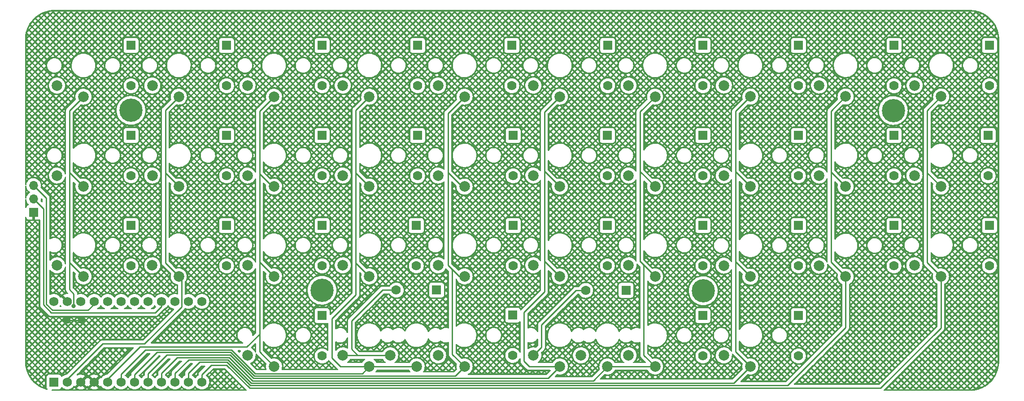
<source format=gbr>
%TF.GenerationSoftware,KiCad,Pcbnew,(5.99.0-9795-gc3c3649211)*%
%TF.CreationDate,2021-06-20T23:13:27-05:00*%
%TF.ProjectId,_autosave-free10u,5f617574-6f73-4617-9665-2d6672656531,rev?*%
%TF.SameCoordinates,Original*%
%TF.FileFunction,Copper,L2,Bot*%
%TF.FilePolarity,Positive*%
%FSLAX46Y46*%
G04 Gerber Fmt 4.6, Leading zero omitted, Abs format (unit mm)*
G04 Created by KiCad (PCBNEW (5.99.0-9795-gc3c3649211)) date 2021-06-20 23:13:27*
%MOMM*%
%LPD*%
G01*
G04 APERTURE LIST*
%TA.AperFunction,ComponentPad*%
%ADD10C,2.000000*%
%TD*%
%TA.AperFunction,ComponentPad*%
%ADD11C,4.400000*%
%TD*%
%TA.AperFunction,ComponentPad*%
%ADD12R,1.700000X1.700000*%
%TD*%
%TA.AperFunction,ComponentPad*%
%ADD13O,1.700000X1.700000*%
%TD*%
%TA.AperFunction,ComponentPad*%
%ADD14R,1.752600X1.752600*%
%TD*%
%TA.AperFunction,ComponentPad*%
%ADD15C,1.752600*%
%TD*%
%TA.AperFunction,ComponentPad*%
%ADD16R,1.778000X1.778000*%
%TD*%
%TA.AperFunction,ComponentPad*%
%ADD17C,1.778000*%
%TD*%
%TA.AperFunction,ViaPad*%
%ADD18C,0.800000*%
%TD*%
%TA.AperFunction,Conductor*%
%ADD19C,0.250000*%
%TD*%
G04 APERTURE END LIST*
D10*
%TO.P,MX20,1,COL*%
%TO.N,col9*%
X189890400Y-91955200D03*
%TO.P,MX20,2,ROW*%
%TO.N,Net-(D20-Pad2)*%
X184890400Y-89855200D03*
%TD*%
%TO.P,MX16,1,COL*%
%TO.N,col5*%
X117957600Y-91955200D03*
%TO.P,MX16,2,ROW*%
%TO.N,Net-(D16-Pad2)*%
X112957600Y-89855200D03*
%TD*%
%TO.P,MX29,1,COL*%
%TO.N,col8*%
X171907200Y-108973200D03*
%TO.P,MX29,2,ROW*%
%TO.N,Net-(D29-Pad2)*%
X166907200Y-106873200D03*
%TD*%
%TO.P,MX12,1,COL*%
%TO.N,col1*%
X46037500Y-91955200D03*
%TO.P,MX12,2,ROW*%
%TO.N,Net-(D12-Pad2)*%
X41037500Y-89855200D03*
%TD*%
%TO.P,MX13,1,COL*%
%TO.N,col2*%
X64008000Y-91955200D03*
%TO.P,MX13,2,ROW*%
%TO.N,Net-(D13-Pad2)*%
X59008000Y-89855200D03*
%TD*%
%TO.P,MX19,1,COL*%
%TO.N,col8*%
X171907200Y-91955200D03*
%TO.P,MX19,2,ROW*%
%TO.N,Net-(D19-Pad2)*%
X166907200Y-89855200D03*
%TD*%
D11*
%TO.P,REF\u002A\u002A,1*%
%TO.N,N/C*%
X180898800Y-77571600D03*
%TD*%
D10*
%TO.P,MX21,1,COL*%
%TO.N,col0*%
X28041600Y-108922400D03*
%TO.P,MX21,2,ROW*%
%TO.N,Net-(D21-Pad2)*%
X23041600Y-106822400D03*
%TD*%
%TO.P,MX9,1,COL*%
%TO.N,col8*%
X171907200Y-74937200D03*
%TO.P,MX9,2,ROW*%
%TO.N,Net-(D9-Pad2)*%
X166907200Y-72837200D03*
%TD*%
%TO.P,MX35,1,COL*%
%TO.N,col6*%
X135940800Y-125940400D03*
%TO.P,MX35,2,ROW*%
%TO.N,Net-(D35-Pad2)*%
X130940800Y-123840400D03*
%TD*%
D12*
%TO.P,REF\u002A\u002A,1*%
%TO.N,unconnected-(U1-Pad23)*%
X18618200Y-96809800D03*
D13*
%TO.P,REF\u002A\u002A,2*%
%TO.N,unconnected-(U1-Pad16)*%
X18618200Y-94269800D03*
%TO.P,REF\u002A\u002A,3*%
%TO.N,unconnected-(U1-Pad21)*%
X18618200Y-91729800D03*
%TD*%
D10*
%TO.P,MX3,1,COL*%
%TO.N,col2*%
X64008000Y-74956250D03*
%TO.P,MX3,2,ROW*%
%TO.N,Net-(D3-Pad2)*%
X59008000Y-72856250D03*
%TD*%
%TO.P,MX27,1,COL*%
%TO.N,col6*%
X135940800Y-108922400D03*
%TO.P,MX27,2,ROW*%
%TO.N,Net-(D27-Pad2)*%
X130940800Y-106822400D03*
%TD*%
%TO.P,MX34,1,COL*%
%TO.N,col5*%
X117957600Y-125940400D03*
%TO.P,MX34,2,ROW*%
%TO.N,Net-(D34-Pad2)*%
X112957600Y-123840400D03*
%TD*%
%TO.P,MX24,1,COL*%
%TO.N,col3*%
X81991200Y-108922400D03*
%TO.P,MX24,2,ROW*%
%TO.N,Net-(D24-Pad2)*%
X76991200Y-106822400D03*
%TD*%
%TO.P,MX15,1,COL*%
%TO.N,col4*%
X99974400Y-91955200D03*
%TO.P,MX15,2,ROW*%
%TO.N,Net-(D15-Pad2)*%
X94974400Y-89855200D03*
%TD*%
D11*
%TO.P,REF\u002A\u002A,1*%
%TO.N,N/C*%
X37007800Y-77546200D03*
%TD*%
D10*
%TO.P,MX8,1,COL*%
%TO.N,col7*%
X153924000Y-74937200D03*
%TO.P,MX8,2,ROW*%
%TO.N,Net-(D8-Pad2)*%
X148924000Y-72837200D03*
%TD*%
D11*
%TO.P,REF\u002A\u002A,1*%
%TO.N,N/C*%
X145034000Y-111633000D03*
%TD*%
D10*
%TO.P,MX22,1,COL*%
%TO.N,col1*%
X46024800Y-108922400D03*
%TO.P,MX22,2,ROW*%
%TO.N,Net-(D22-Pad2)*%
X41024800Y-106822400D03*
%TD*%
D14*
%TO.P,U1,1,TX0/PD3*%
%TO.N,col0*%
X22453600Y-128879600D03*
D15*
%TO.P,U1,2,RX1/PD2*%
%TO.N,col1*%
X24993600Y-128879600D03*
%TO.P,U1,3,GND*%
%TO.N,unconnected-(U1-Pad23)*%
X27533600Y-128879600D03*
%TO.P,U1,4,GND*%
X30073600Y-128879600D03*
%TO.P,U1,5,2/PD1*%
%TO.N,col2*%
X32613600Y-128879600D03*
%TO.P,U1,6,3/PD0*%
%TO.N,col3*%
X35153600Y-128879600D03*
%TO.P,U1,7,4/PD4*%
%TO.N,col4*%
X37693600Y-128879600D03*
%TO.P,U1,8,5/PC6*%
%TO.N,col5*%
X40233600Y-128879600D03*
%TO.P,U1,9,6/PD7*%
%TO.N,col6*%
X42773600Y-128879600D03*
%TO.P,U1,10,7/PE6*%
%TO.N,col7*%
X45313600Y-128879600D03*
%TO.P,U1,11,8/PB4*%
%TO.N,col8*%
X47853600Y-128879600D03*
%TO.P,U1,12,9/PB5*%
%TO.N,col9*%
X50393600Y-128879600D03*
%TO.P,U1,13,10/PB6*%
%TO.N,unconnected-(U1-Pad13)*%
X50393600Y-113639600D03*
%TO.P,U1,14,16/PB2*%
%TO.N,unconnected-(U1-Pad14)*%
X47853600Y-113639600D03*
%TO.P,U1,15,14/PB3*%
%TO.N,unconnected-(U1-Pad15)*%
X45313600Y-113639600D03*
%TO.P,U1,16,15/PB1*%
%TO.N,unconnected-(U1-Pad16)*%
X42773600Y-113639600D03*
%TO.P,U1,17,A0/PF7*%
%TO.N,row3*%
X40233600Y-113639600D03*
%TO.P,U1,18,A1/PF6*%
%TO.N,row2*%
X37693600Y-113639600D03*
%TO.P,U1,19,A2/PF5*%
%TO.N,row1*%
X35153600Y-113639600D03*
%TO.P,U1,20,A3/PF4*%
%TO.N,row0*%
X32613600Y-113639600D03*
%TO.P,U1,21,VCC*%
%TO.N,unconnected-(U1-Pad21)*%
X30073600Y-113639600D03*
%TO.P,U1,22,RST*%
%TO.N,unconnected-(U1-Pad22)*%
X27533600Y-113639600D03*
%TO.P,U1,23,GND*%
%TO.N,unconnected-(U1-Pad23)*%
X24993600Y-113639600D03*
%TO.P,U1,24,RAW*%
%TO.N,unconnected-(U1-Pad24)*%
X22453600Y-113639600D03*
%TD*%
D10*
%TO.P,MX1,1,COL*%
%TO.N,col0*%
X28041600Y-74956250D03*
%TO.P,MX1,2,ROW*%
%TO.N,Net-(D1-Pad2)*%
X23041600Y-72856250D03*
%TD*%
%TO.P,MX30,1,COL*%
%TO.N,col9*%
X189890400Y-108922400D03*
%TO.P,MX30,2,ROW*%
%TO.N,Net-(D30-Pad2)*%
X184890400Y-106822400D03*
%TD*%
%TO.P,MX33,1,COL*%
%TO.N,col4*%
X99974400Y-125940400D03*
%TO.P,MX33,2,ROW*%
%TO.N,Net-(D33-Pad2)*%
X94974400Y-123840400D03*
%TD*%
%TO.P,MX26,1,COL*%
%TO.N,col5*%
X117957600Y-108922400D03*
%TO.P,MX26,2,ROW*%
%TO.N,Net-(D26-Pad2)*%
X112957600Y-106822400D03*
%TD*%
%TO.P,MX25,1,COL*%
%TO.N,col4*%
X99974400Y-108922400D03*
%TO.P,MX25,2,ROW*%
%TO.N,Net-(D25-Pad2)*%
X94974400Y-106822400D03*
%TD*%
D11*
%TO.P,REF\u002A\u002A,1*%
%TO.N,N/C*%
X73075800Y-111531400D03*
%TD*%
D10*
%TO.P,MX36,1,COL*%
%TO.N,col7*%
X153924000Y-125940400D03*
%TO.P,MX36,2,ROW*%
%TO.N,Net-(D36-Pad2)*%
X148924000Y-123840400D03*
%TD*%
%TO.P,MX28,1,COL*%
%TO.N,col7*%
X153924000Y-108973200D03*
%TO.P,MX28,2,ROW*%
%TO.N,Net-(D28-Pad2)*%
X148924000Y-106873200D03*
%TD*%
%TO.P,MX4,1,COL*%
%TO.N,col3*%
X81991200Y-74956250D03*
%TO.P,MX4,2,ROW*%
%TO.N,Net-(D4-Pad2)*%
X76991200Y-72856250D03*
%TD*%
%TO.P,MX5,1,COL*%
%TO.N,col4*%
X99974400Y-74956250D03*
%TO.P,MX5,2,ROW*%
%TO.N,Net-(D5-Pad2)*%
X94974400Y-72856250D03*
%TD*%
%TO.P,MX32,1,COL*%
%TO.N,col3*%
X81991200Y-125940400D03*
%TO.P,MX32,2,ROW*%
%TO.N,Net-(D32-Pad2)*%
X76991200Y-123840400D03*
%TD*%
%TO.P,MX18,1,COL*%
%TO.N,col7*%
X153924000Y-91955200D03*
%TO.P,MX18,2,ROW*%
%TO.N,Net-(D18-Pad2)*%
X148924000Y-89855200D03*
%TD*%
%TO.P,MX6,1,COL*%
%TO.N,col5*%
X117957600Y-74956250D03*
%TO.P,MX6,2,ROW*%
%TO.N,Net-(D6-Pad2)*%
X112957600Y-72856250D03*
%TD*%
%TO.P,MX31,1,COL*%
%TO.N,col2*%
X64008000Y-125940400D03*
%TO.P,MX31,2,ROW*%
%TO.N,Net-(D31-Pad2)*%
X59008000Y-123840400D03*
%TD*%
%TO.P,MX17,1,COL*%
%TO.N,col6*%
X135940800Y-91955200D03*
%TO.P,MX17,2,ROW*%
%TO.N,Net-(D17-Pad2)*%
X130940800Y-89855200D03*
%TD*%
%TO.P,2u,1*%
%TO.N,col6*%
X126949200Y-125940400D03*
%TO.P,2u,2*%
%TO.N,Net-(D35-Pad2)*%
X121949200Y-123840400D03*
%TD*%
%TO.P,MX2,1,COL*%
%TO.N,col1*%
X46037500Y-74956250D03*
%TO.P,MX2,2,ROW*%
%TO.N,Net-(D2-Pad2)*%
X41037500Y-72856250D03*
%TD*%
%TO.P,MX14,1,COL*%
%TO.N,col3*%
X81991200Y-91955200D03*
%TO.P,MX14,2,ROW*%
%TO.N,Net-(D14-Pad2)*%
X76991200Y-89855200D03*
%TD*%
%TO.P,2u,1*%
%TO.N,col3*%
X90932000Y-125940400D03*
%TO.P,2u,2*%
%TO.N,Net-(D32-Pad2)*%
X85932000Y-123840400D03*
%TD*%
%TO.P,MX11,1,COL*%
%TO.N,col0*%
X28041600Y-91955200D03*
%TO.P,MX11,2,ROW*%
%TO.N,Net-(D11-Pad2)*%
X23041600Y-89855200D03*
%TD*%
%TO.P,MX23,1,COL*%
%TO.N,col2*%
X64008000Y-108922400D03*
%TO.P,MX23,2,ROW*%
%TO.N,Net-(D23-Pad2)*%
X59008000Y-106822400D03*
%TD*%
%TO.P,MX7,1,COL*%
%TO.N,col6*%
X135940800Y-74956250D03*
%TO.P,MX7,2,ROW*%
%TO.N,Net-(D7-Pad2)*%
X130940800Y-72856250D03*
%TD*%
%TO.P,MX10,1,COL*%
%TO.N,col9*%
X189941200Y-74937200D03*
%TO.P,MX10,2,ROW*%
%TO.N,Net-(D10-Pad2)*%
X184941200Y-72837200D03*
%TD*%
D16*
%TO.P,D27,1,K*%
%TO.N,row2*%
X144968500Y-99314000D03*
D17*
%TO.P,D27,2,A*%
%TO.N,Net-(D27-Pad2)*%
X144968500Y-106934000D03*
%TD*%
D16*
%TO.P,D17,1,K*%
%TO.N,row1*%
X144968500Y-82296000D03*
D17*
%TO.P,D17,2,A*%
%TO.N,Net-(D17-Pad2)*%
X144968500Y-89916000D03*
%TD*%
D16*
%TO.P,D28,1,K*%
%TO.N,row2*%
X163002500Y-99314000D03*
D17*
%TO.P,D28,2,A*%
%TO.N,Net-(D28-Pad2)*%
X163002500Y-106934000D03*
%TD*%
D16*
%TO.P,D4,1,K*%
%TO.N,row0*%
X91120500Y-65278000D03*
D17*
%TO.P,D4,2,A*%
%TO.N,Net-(D4-Pad2)*%
X91120500Y-72898000D03*
%TD*%
D16*
%TO.P,D6,1,K*%
%TO.N,row0*%
X127000000Y-65278000D03*
D17*
%TO.P,D6,2,A*%
%TO.N,Net-(D6-Pad2)*%
X127000000Y-72898000D03*
%TD*%
D16*
%TO.P,D1,1,K*%
%TO.N,row0*%
X37018500Y-65278000D03*
D17*
%TO.P,D1,2,A*%
%TO.N,Net-(D1-Pad2)*%
X37018500Y-72898000D03*
%TD*%
D16*
%TO.P,D25,1,K*%
%TO.N,row2*%
X109154500Y-99314000D03*
D17*
%TO.P,D25,2,A*%
%TO.N,Net-(D25-Pad2)*%
X109154500Y-106934000D03*
%TD*%
D16*
%TO.P,D11,1,K*%
%TO.N,row1*%
X37018500Y-82296000D03*
D17*
%TO.P,D11,2,A*%
%TO.N,Net-(D11-Pad2)*%
X37018500Y-89916000D03*
%TD*%
D16*
%TO.P,D7,1,K*%
%TO.N,row0*%
X144968500Y-65278000D03*
D17*
%TO.P,D7,2,A*%
%TO.N,Net-(D7-Pad2)*%
X144968500Y-72898000D03*
%TD*%
D16*
%TO.P,D23,1,K*%
%TO.N,row2*%
X73086500Y-99314000D03*
D17*
%TO.P,D23,2,A*%
%TO.N,Net-(D23-Pad2)*%
X73086500Y-106934000D03*
%TD*%
D16*
%TO.P,D14,1,K*%
%TO.N,row1*%
X91120500Y-82296000D03*
D17*
%TO.P,D14,2,A*%
%TO.N,Net-(D14-Pad2)*%
X91120500Y-89916000D03*
%TD*%
D16*
%TO.P,D20,1,K*%
%TO.N,row1*%
X198816500Y-82296000D03*
D17*
%TO.P,D20,2,A*%
%TO.N,Net-(D20-Pad2)*%
X198816500Y-89916000D03*
%TD*%
D16*
%TO.P,D15,1,K*%
%TO.N,row1*%
X109154500Y-82296000D03*
D17*
%TO.P,D15,2,A*%
%TO.N,Net-(D15-Pad2)*%
X109154500Y-89916000D03*
%TD*%
D16*
%TO.P,D36,1,K*%
%TO.N,row3*%
X163002500Y-116332000D03*
D17*
%TO.P,D36,2,A*%
%TO.N,Net-(D36-Pad2)*%
X163002500Y-123952000D03*
%TD*%
D16*
%TO.P,D9,1,K*%
%TO.N,row0*%
X181036500Y-65278000D03*
D17*
%TO.P,D9,2,A*%
%TO.N,Net-(D9-Pad2)*%
X181036500Y-72898000D03*
%TD*%
D16*
%TO.P,D31,1,K*%
%TO.N,row3*%
X73086500Y-116332000D03*
D17*
%TO.P,D31,2,A*%
%TO.N,Net-(D31-Pad2)*%
X73086500Y-123952000D03*
%TD*%
D16*
%TO.P,D24,1,K*%
%TO.N,row2*%
X90866500Y-99314000D03*
D17*
%TO.P,D24,2,A*%
%TO.N,Net-(D24-Pad2)*%
X90866500Y-106934000D03*
%TD*%
D16*
%TO.P,D2,1,K*%
%TO.N,row0*%
X55052500Y-65278000D03*
D17*
%TO.P,D2,2,A*%
%TO.N,Net-(D2-Pad2)*%
X55052500Y-72898000D03*
%TD*%
D16*
%TO.P,D19,1,K*%
%TO.N,row1*%
X181036500Y-82296000D03*
D17*
%TO.P,D19,2,A*%
%TO.N,Net-(D19-Pad2)*%
X181036500Y-89916000D03*
%TD*%
D16*
%TO.P,D26,1,K*%
%TO.N,row2*%
X126934500Y-99314000D03*
D17*
%TO.P,D26,2,A*%
%TO.N,Net-(D26-Pad2)*%
X126934500Y-106934000D03*
%TD*%
D16*
%TO.P,D30,1,K*%
%TO.N,row2*%
X199070500Y-99314000D03*
D17*
%TO.P,D30,2,A*%
%TO.N,Net-(D30-Pad2)*%
X199070500Y-106934000D03*
%TD*%
D16*
%TO.P,D22,1,K*%
%TO.N,row2*%
X55052500Y-99314000D03*
D17*
%TO.P,D22,2,A*%
%TO.N,Net-(D22-Pad2)*%
X55052500Y-106934000D03*
%TD*%
D16*
%TO.P,D5,1,K*%
%TO.N,row0*%
X108900500Y-65278000D03*
D17*
%TO.P,D5,2,A*%
%TO.N,Net-(D5-Pad2)*%
X108900500Y-72898000D03*
%TD*%
D16*
%TO.P,D3,1,K*%
%TO.N,row0*%
X73086500Y-65278000D03*
D17*
%TO.P,D3,2,A*%
%TO.N,Net-(D3-Pad2)*%
X73086500Y-72898000D03*
%TD*%
D16*
%TO.P,D18,1,K*%
%TO.N,row1*%
X163002500Y-82296000D03*
D17*
%TO.P,D18,2,A*%
%TO.N,Net-(D18-Pad2)*%
X163002500Y-89916000D03*
%TD*%
D16*
%TO.P,D35,1,K*%
%TO.N,row3*%
X144968500Y-116332000D03*
D17*
%TO.P,D35,2,A*%
%TO.N,Net-(D35-Pad2)*%
X144968500Y-123952000D03*
%TD*%
D16*
%TO.P,D29,1,K*%
%TO.N,row2*%
X181036500Y-99314000D03*
D17*
%TO.P,D29,2,A*%
%TO.N,Net-(D29-Pad2)*%
X181036500Y-106934000D03*
%TD*%
D16*
%TO.P,D34,1,K*%
%TO.N,row3*%
X130462500Y-111556550D03*
D17*
%TO.P,D34,2,A*%
%TO.N,Net-(D34-Pad2)*%
X122842500Y-111556550D03*
%TD*%
D16*
%TO.P,D8,1,K*%
%TO.N,row0*%
X163002500Y-65278000D03*
D17*
%TO.P,D8,2,A*%
%TO.N,Net-(D8-Pad2)*%
X163002500Y-72898000D03*
%TD*%
D16*
%TO.P,D16,1,K*%
%TO.N,row1*%
X126934500Y-82296000D03*
D17*
%TO.P,D16,2,A*%
%TO.N,Net-(D16-Pad2)*%
X126934500Y-89916000D03*
%TD*%
D16*
%TO.P,D33,1,K*%
%TO.N,row3*%
X109067350Y-116222300D03*
D17*
%TO.P,D33,2,A*%
%TO.N,Net-(D33-Pad2)*%
X109067350Y-123842300D03*
%TD*%
D16*
%TO.P,D32,1,K*%
%TO.N,row3*%
X94699300Y-111505750D03*
D17*
%TO.P,D32,2,A*%
%TO.N,Net-(D32-Pad2)*%
X87079300Y-111505750D03*
%TD*%
D16*
%TO.P,D10,1,K*%
%TO.N,row0*%
X199070500Y-65278000D03*
D17*
%TO.P,D10,2,A*%
%TO.N,Net-(D10-Pad2)*%
X199070500Y-72898000D03*
%TD*%
D16*
%TO.P,D13,1,K*%
%TO.N,row1*%
X73086500Y-82296000D03*
D17*
%TO.P,D13,2,A*%
%TO.N,Net-(D13-Pad2)*%
X73086500Y-89916000D03*
%TD*%
D16*
%TO.P,D21,1,K*%
%TO.N,row2*%
X37018500Y-99314000D03*
D17*
%TO.P,D21,2,A*%
%TO.N,Net-(D21-Pad2)*%
X37018500Y-106934000D03*
%TD*%
D16*
%TO.P,D12,1,K*%
%TO.N,row1*%
X55052500Y-82296000D03*
D17*
%TO.P,D12,2,A*%
%TO.N,Net-(D12-Pad2)*%
X55052500Y-89916000D03*
%TD*%
D18*
%TO.N,col0*%
X26209200Y-114557600D03*
%TO.N,unconnected-(U1-Pad23)*%
X24942800Y-117195600D03*
X27609800Y-117195600D03*
%TD*%
D19*
%TO.N,Net-(D32-Pad2)*%
X84480650Y-111505750D02*
X78638400Y-117348000D01*
X76991200Y-123840400D02*
X79796800Y-123840400D01*
X87079300Y-111505750D02*
X84480650Y-111505750D01*
X78638400Y-117348000D02*
X78638400Y-122682000D01*
X78638400Y-122682000D02*
X79796800Y-123840400D01*
X79796800Y-123840400D02*
X85932000Y-123840400D01*
%TO.N,Net-(D34-Pad2)*%
X121005850Y-111556550D02*
X122842500Y-111556550D01*
X114503200Y-122294800D02*
X114503200Y-118059200D01*
X114503200Y-118059200D02*
X121005850Y-111556550D01*
X112957600Y-123840400D02*
X114503200Y-122294800D01*
%TO.N,col0*%
X25400000Y-77597850D02*
X25400000Y-89255600D01*
X28041600Y-91955200D02*
X25400000Y-89313600D01*
X28041600Y-74956250D02*
X25400000Y-77597850D01*
X26209200Y-107090000D02*
X28041600Y-108922400D01*
X25400000Y-89313600D02*
X25400000Y-89255600D01*
X26209200Y-114252800D02*
X26209200Y-112213600D01*
X25400000Y-111404400D02*
X26209200Y-112213600D01*
X25400000Y-106280800D02*
X26209200Y-107090000D01*
X25400000Y-106280800D02*
X25400000Y-111404400D01*
X26209200Y-114252800D02*
X26209200Y-114557600D01*
X25400000Y-89255600D02*
X25400000Y-106280800D01*
%TO.N,col1*%
X39573200Y-121666000D02*
X46532800Y-114706400D01*
X43484800Y-77508950D02*
X43484800Y-89103200D01*
X24993600Y-128320800D02*
X31648400Y-121666000D01*
X46037500Y-74956250D02*
X43484800Y-77508950D01*
X31648400Y-121666000D02*
X39573200Y-121666000D01*
X43484800Y-89103200D02*
X43484800Y-106382400D01*
X43484800Y-89402500D02*
X43484800Y-89103200D01*
X43484800Y-106382400D02*
X46024800Y-108922400D01*
X46532800Y-114706400D02*
X46532800Y-109430400D01*
X46532800Y-109430400D02*
X46024800Y-108922400D01*
X46037500Y-91955200D02*
X43484800Y-89402500D01*
X46532800Y-114706400D02*
X46532800Y-113639541D01*
%TO.N,col2*%
X64008000Y-74956250D02*
X61264800Y-77699450D01*
X38709600Y-122224800D02*
X32613600Y-128320800D01*
X61264800Y-118211600D02*
X61264800Y-123197200D01*
X61264800Y-119837200D02*
X61264800Y-118211600D01*
X64008000Y-91955200D02*
X63710400Y-91955200D01*
X61315600Y-89560400D02*
X61264800Y-89560400D01*
X61359200Y-106273600D02*
X61264800Y-106273600D01*
X61264800Y-89560400D02*
X61264800Y-106273600D01*
X61264800Y-106273600D02*
X61264800Y-118211600D01*
X58877200Y-122224800D02*
X61264800Y-119837200D01*
X61264800Y-123197200D02*
X64008000Y-125940400D01*
X38709600Y-122224800D02*
X58877200Y-122224800D01*
X64008000Y-108922400D02*
X61359200Y-106273600D01*
X61264800Y-77699450D02*
X61264800Y-89560400D01*
X63710400Y-91955200D02*
X61315600Y-89560400D01*
%TO.N,col3*%
X79451200Y-77496250D02*
X79451200Y-89255600D01*
X39734183Y-122775017D02*
X35153600Y-127355600D01*
X55981600Y-122775017D02*
X39734183Y-122775017D01*
X81991200Y-74956250D02*
X79451200Y-77496250D01*
X76512000Y-125940400D02*
X81991200Y-125940400D01*
X74930000Y-124358400D02*
X76512000Y-125940400D01*
X81991200Y-91955200D02*
X79451200Y-89415200D01*
X79451200Y-89415200D02*
X79451200Y-89255600D01*
X79451200Y-112369600D02*
X74930000Y-116890800D01*
X79451200Y-106382400D02*
X79451200Y-106121200D01*
X79451200Y-106121200D02*
X79451200Y-112369600D01*
X81991200Y-125940400D02*
X80666189Y-127265411D01*
X90932000Y-125940400D02*
X81991200Y-125940400D01*
X80666189Y-127265411D02*
X60471994Y-127265411D01*
X74930000Y-116890800D02*
X74930000Y-124358400D01*
X81991200Y-108922400D02*
X79451200Y-106382400D01*
X60471994Y-127265411D02*
X55981600Y-122775017D01*
X79451200Y-89255600D02*
X79451200Y-106121200D01*
X35153600Y-127355600D02*
X35153600Y-128320800D01*
%TO.N,col4*%
X60285590Y-127715431D02*
X55795196Y-123225037D01*
X97663000Y-107619800D02*
X97663000Y-123629000D01*
X96824800Y-106781600D02*
X97663000Y-107619800D01*
X99974400Y-108922400D02*
X98965600Y-108922400D01*
X99974400Y-74956250D02*
X96824800Y-78105850D01*
X99524400Y-91955200D02*
X99974400Y-91955200D01*
X55795196Y-123225037D02*
X41925763Y-123225037D01*
X37693600Y-127457200D02*
X37693600Y-128320800D01*
X98199369Y-127715431D02*
X60285590Y-127715431D01*
X99974400Y-125940400D02*
X98199369Y-127715431D01*
X96824800Y-89255600D02*
X96824800Y-106578400D01*
X41925763Y-123225037D02*
X37693600Y-127457200D01*
X97663000Y-123629000D02*
X99974400Y-125940400D01*
X96824800Y-78105850D02*
X96824800Y-89255600D01*
X96824800Y-89255600D02*
X99524400Y-91955200D01*
X96824800Y-106781600D02*
X96824800Y-106578400D01*
X98965600Y-108922400D02*
X96824800Y-106781600D01*
%TO.N,col5*%
X40233600Y-127304800D02*
X40233600Y-128320800D01*
X117957600Y-125940400D02*
X115732549Y-128165451D01*
X111201200Y-124968000D02*
X111201200Y-115678800D01*
X112173600Y-125940400D02*
X111201200Y-124968000D01*
X115732549Y-128165451D02*
X60099186Y-128165451D01*
X117957600Y-74956250D02*
X115062000Y-77851850D01*
X115062000Y-89059600D02*
X115062000Y-88696800D01*
X115062000Y-108559600D02*
X115062000Y-107086400D01*
X117957600Y-125940400D02*
X112173600Y-125940400D01*
X60099186Y-128165451D02*
X55705067Y-123771332D01*
X55705067Y-123771332D02*
X43767068Y-123771332D01*
X111201200Y-115678800D02*
X115062000Y-111818000D01*
X115062000Y-88696800D02*
X115062000Y-106026800D01*
X115062000Y-111818000D02*
X115062000Y-108559600D01*
X117957600Y-91955200D02*
X115062000Y-89059600D01*
X115591800Y-106556600D02*
X117957600Y-108922400D01*
X115062000Y-106026800D02*
X115591800Y-106556600D01*
X115062000Y-77851850D02*
X115062000Y-88696800D01*
X115062000Y-106026800D02*
X115062000Y-108559600D01*
X43767068Y-123771332D02*
X40233600Y-127304800D01*
%TO.N,col6*%
X135940800Y-91955200D02*
X133096000Y-89110400D01*
X133807200Y-123806800D02*
X135940800Y-125940400D01*
X133096000Y-89103200D02*
X133096000Y-105918000D01*
X133096000Y-77801050D02*
X133096000Y-89103200D01*
X124264000Y-128625600D02*
X126949200Y-125940400D01*
X133096000Y-106077600D02*
X133096000Y-105918000D01*
X135940800Y-74956250D02*
X133096000Y-77801050D01*
X133807200Y-106788800D02*
X133807200Y-123806800D01*
X42773600Y-128320800D02*
X42773600Y-127203200D01*
X135940800Y-108922400D02*
X133096000Y-106077600D01*
X133096000Y-89110400D02*
X133096000Y-89103200D01*
X45755448Y-124221352D02*
X55518663Y-124221352D01*
X55518663Y-124221352D02*
X59922911Y-128625600D01*
X59922911Y-128625600D02*
X124264000Y-128625600D01*
X133096000Y-106077600D02*
X133807200Y-106788800D01*
X42773600Y-127203200D02*
X45755448Y-124221352D01*
X126949200Y-125940400D02*
X135940800Y-125940400D01*
%TO.N,col7*%
X151130000Y-77731200D02*
X151130000Y-88900000D01*
X47896228Y-124671372D02*
X55332259Y-124671372D01*
X151130000Y-89161200D02*
X151130000Y-88900000D01*
X151130000Y-88900000D02*
X151130000Y-105714800D01*
X151130000Y-105714800D02*
X151130000Y-123146400D01*
X153924000Y-108973200D02*
X151130000Y-106179200D01*
X59736507Y-129075620D02*
X150788780Y-129075620D01*
X45313600Y-127254000D02*
X47896228Y-124671372D01*
X150788780Y-129075620D02*
X153924000Y-125940400D01*
X55332259Y-124671372D02*
X59736507Y-129075620D01*
X153924000Y-74937200D02*
X151130000Y-77731200D01*
X151130000Y-106179200D02*
X151130000Y-105714800D01*
X45313600Y-128320800D02*
X45313600Y-127254000D01*
X153924000Y-91955200D02*
X151130000Y-89161200D01*
X151130000Y-123146400D02*
X153924000Y-125940400D01*
%TO.N,col8*%
X55145855Y-125121392D02*
X59550103Y-129525640D01*
X171907200Y-118567200D02*
X171907200Y-108973200D01*
X169164000Y-88950800D02*
X169164000Y-106230000D01*
X160948760Y-129525640D02*
X171907200Y-118567200D01*
X169164000Y-89212000D02*
X169164000Y-88950800D01*
X169164000Y-77680400D02*
X169164000Y-88950800D01*
X47853600Y-127254000D02*
X49986208Y-125121392D01*
X169164000Y-106230000D02*
X171907200Y-108973200D01*
X171907200Y-74937200D02*
X169164000Y-77680400D01*
X47853600Y-128320800D02*
X47853600Y-127254000D01*
X59550103Y-129525640D02*
X160948760Y-129525640D01*
X171907200Y-91955200D02*
X169164000Y-89212000D01*
X49986208Y-125121392D02*
X55145855Y-125121392D01*
%TO.N,col9*%
X189890400Y-118668800D02*
X178511200Y-130048000D01*
X52171600Y-125679200D02*
X55067239Y-125679200D01*
X189890400Y-91955200D02*
X187299600Y-89364400D01*
X187299600Y-106331600D02*
X189890400Y-108922400D01*
X59436039Y-130048000D02*
X170688000Y-130048000D01*
X55067239Y-125679200D02*
X59436039Y-130048000D01*
X189890400Y-108922400D02*
X189890400Y-118668800D01*
X187299600Y-88900000D02*
X187299600Y-106331600D01*
X187299600Y-77578800D02*
X187299600Y-88900000D01*
X50393600Y-127457200D02*
X52171600Y-125679200D01*
X50393600Y-128320800D02*
X50393600Y-127457200D01*
X189941200Y-74937200D02*
X187299600Y-77578800D01*
X178511200Y-130048000D02*
X170688000Y-130048000D01*
X187299600Y-89364400D02*
X187299600Y-88900000D01*
%TO.N,unconnected-(U1-Pad23)*%
X24942800Y-117195600D02*
X27609800Y-117195600D01*
%TO.N,unconnected-(U1-Pad21)*%
X20980400Y-114147600D02*
X22148800Y-115316000D01*
X30073600Y-114147600D02*
X30073600Y-113080800D01*
X18643600Y-91744800D02*
X20980400Y-94081600D01*
X20980400Y-94081600D02*
X20980400Y-114147600D01*
X22148800Y-115316000D02*
X28905200Y-115316000D01*
X28905200Y-115316000D02*
X30073600Y-114147600D01*
%TO.N,unconnected-(U1-Pad16)*%
X20497800Y-96149400D02*
X20497800Y-114301424D01*
X18618200Y-94269800D02*
X20497800Y-96149400D01*
X21962396Y-115766020D02*
X41586980Y-115766020D01*
X41586980Y-115766020D02*
X42773600Y-114579400D01*
X20497800Y-114301424D02*
X21962396Y-115766020D01*
X42773600Y-114579400D02*
X42773600Y-113080800D01*
%TD*%
%TA.AperFunction,Conductor*%
%TO.N,unconnected-(U1-Pad23)*%
G36*
X37502927Y-122319502D02*
G01*
X37549420Y-122373158D01*
X37559524Y-122443432D01*
X37530030Y-122508012D01*
X37523901Y-122514595D01*
X32576969Y-127461527D01*
X32514657Y-127495553D01*
X32492602Y-127498343D01*
X32444226Y-127500159D01*
X32214226Y-127548418D01*
X32209267Y-127550376D01*
X32209265Y-127550377D01*
X32000611Y-127632779D01*
X32000609Y-127632780D01*
X31995646Y-127634740D01*
X31991087Y-127637507D01*
X31991084Y-127637508D01*
X31897824Y-127694100D01*
X31794735Y-127756656D01*
X31790705Y-127760153D01*
X31627549Y-127901733D01*
X31617238Y-127910680D01*
X31593776Y-127939294D01*
X31471613Y-128088281D01*
X31471609Y-128088287D01*
X31468229Y-128092409D01*
X31465590Y-128097045D01*
X31465588Y-128097048D01*
X31451576Y-128121664D01*
X31400493Y-128170971D01*
X31330863Y-128184832D01*
X31264792Y-128158849D01*
X31237554Y-128129700D01*
X31225604Y-128111950D01*
X31215598Y-128103647D01*
X31201535Y-128110875D01*
X30445622Y-128866788D01*
X30438008Y-128880732D01*
X30438139Y-128882565D01*
X30442390Y-128889180D01*
X31202700Y-129649490D01*
X31214491Y-129655929D01*
X31226487Y-129646656D01*
X31238148Y-129630034D01*
X31293643Y-129585753D01*
X31364269Y-129578506D01*
X31427601Y-129610591D01*
X31447174Y-129635952D01*
X31447838Y-129635514D01*
X31450782Y-129639978D01*
X31453328Y-129644658D01*
X31598820Y-129829214D01*
X31602779Y-129832785D01*
X31602781Y-129832787D01*
X31605747Y-129835462D01*
X31773328Y-129986617D01*
X31894067Y-130063093D01*
X31966646Y-130109064D01*
X31971862Y-130112368D01*
X31976789Y-130114424D01*
X31976791Y-130114425D01*
X32172988Y-130196294D01*
X32188745Y-130202869D01*
X32193949Y-130204066D01*
X32193950Y-130204066D01*
X32412572Y-130254339D01*
X32412577Y-130254340D01*
X32417775Y-130255535D01*
X32423103Y-130255838D01*
X32423106Y-130255838D01*
X32569898Y-130264173D01*
X32652405Y-130268858D01*
X32657712Y-130268258D01*
X32657714Y-130268258D01*
X32785211Y-130253844D01*
X32885926Y-130242458D01*
X32891041Y-130240977D01*
X32891045Y-130240976D01*
X32979318Y-130215413D01*
X33061611Y-130191583D01*
X33824699Y-130191583D01*
X33872617Y-130239501D01*
X34155664Y-130239501D01*
X34153872Y-130238366D01*
X34149426Y-130235417D01*
X34146229Y-130233197D01*
X34141919Y-130230067D01*
X34124948Y-130217186D01*
X34120771Y-130213874D01*
X34117772Y-130211391D01*
X34113734Y-130207901D01*
X33953189Y-130063093D01*
X33824699Y-130191583D01*
X33061611Y-130191583D01*
X33111660Y-130177090D01*
X33323153Y-130074623D01*
X33402799Y-130017707D01*
X33510011Y-129941092D01*
X33510013Y-129941090D01*
X33514357Y-129937986D01*
X33679806Y-129771087D01*
X33778414Y-129630521D01*
X33833910Y-129586241D01*
X33904535Y-129578994D01*
X33967868Y-129611080D01*
X33987107Y-129636003D01*
X33987842Y-129635518D01*
X33990777Y-129639969D01*
X33993328Y-129644658D01*
X34138820Y-129829214D01*
X34142779Y-129832785D01*
X34142781Y-129832787D01*
X34145747Y-129835462D01*
X34313328Y-129986617D01*
X34434067Y-130063093D01*
X34506646Y-130109064D01*
X34511862Y-130112368D01*
X34516789Y-130114424D01*
X34516791Y-130114425D01*
X34712988Y-130196294D01*
X34728745Y-130202869D01*
X34733949Y-130204066D01*
X34733950Y-130204066D01*
X34952572Y-130254339D01*
X34952577Y-130254340D01*
X34957775Y-130255535D01*
X34963103Y-130255838D01*
X34963106Y-130255838D01*
X35109898Y-130264173D01*
X35192405Y-130268858D01*
X35197712Y-130268258D01*
X35197714Y-130268258D01*
X35325211Y-130253844D01*
X35425926Y-130242458D01*
X35431041Y-130240977D01*
X35431045Y-130240976D01*
X35436138Y-130239501D01*
X36144973Y-130239501D01*
X36695663Y-130239501D01*
X36693871Y-130238366D01*
X36689426Y-130235417D01*
X36686229Y-130233197D01*
X36681919Y-130230067D01*
X36664948Y-130217186D01*
X36660771Y-130213874D01*
X36657772Y-130211391D01*
X36653734Y-130207901D01*
X36479226Y-130050498D01*
X36475336Y-130046836D01*
X36472559Y-130044109D01*
X36468841Y-130040301D01*
X36454283Y-130024744D01*
X36450726Y-130020779D01*
X36448188Y-130017826D01*
X36444795Y-130013704D01*
X36424467Y-129987919D01*
X36265992Y-130147783D01*
X36262140Y-130151507D01*
X36259285Y-130154152D01*
X36255319Y-130157675D01*
X36239094Y-130171484D01*
X36234967Y-130174848D01*
X36231898Y-130177244D01*
X36227618Y-130180442D01*
X36144973Y-130239501D01*
X35436138Y-130239501D01*
X35519318Y-130215413D01*
X35651660Y-130177090D01*
X35863153Y-130074623D01*
X35942799Y-130017707D01*
X36050011Y-129941092D01*
X36050013Y-129941090D01*
X36054357Y-129937986D01*
X36219806Y-129771087D01*
X36318414Y-129630521D01*
X36373910Y-129586241D01*
X36444535Y-129578994D01*
X36507868Y-129611080D01*
X36527107Y-129636003D01*
X36527842Y-129635518D01*
X36530777Y-129639969D01*
X36533328Y-129644658D01*
X36678820Y-129829214D01*
X36682779Y-129832785D01*
X36682781Y-129832787D01*
X36685747Y-129835462D01*
X36853328Y-129986617D01*
X36974067Y-130063093D01*
X37046646Y-130109064D01*
X37051862Y-130112368D01*
X37056789Y-130114424D01*
X37056791Y-130114425D01*
X37252988Y-130196294D01*
X37268745Y-130202869D01*
X37273949Y-130204066D01*
X37273950Y-130204066D01*
X37492572Y-130254339D01*
X37492577Y-130254340D01*
X37497775Y-130255535D01*
X37503103Y-130255838D01*
X37503106Y-130255838D01*
X37649898Y-130264173D01*
X37732405Y-130268858D01*
X37737712Y-130268258D01*
X37737714Y-130268258D01*
X37865211Y-130253844D01*
X37965926Y-130242458D01*
X37971041Y-130240977D01*
X37971045Y-130240976D01*
X37976138Y-130239501D01*
X38684973Y-130239501D01*
X39012202Y-130239501D01*
X39060120Y-130191583D01*
X38910697Y-130042160D01*
X38805992Y-130147783D01*
X38802140Y-130151507D01*
X38799285Y-130154152D01*
X38795319Y-130157675D01*
X38779094Y-130171484D01*
X38774967Y-130174848D01*
X38771898Y-130177244D01*
X38767618Y-130180442D01*
X38684973Y-130239501D01*
X37976138Y-130239501D01*
X38059318Y-130215413D01*
X38191660Y-130177090D01*
X38403153Y-130074623D01*
X38482799Y-130017707D01*
X38590011Y-129941092D01*
X38590013Y-129941090D01*
X38594357Y-129937986D01*
X38759806Y-129771087D01*
X38858414Y-129630521D01*
X38913910Y-129586241D01*
X38984535Y-129578994D01*
X39047868Y-129611080D01*
X39067107Y-129636003D01*
X39067842Y-129635518D01*
X39070777Y-129639969D01*
X39073328Y-129644658D01*
X39218820Y-129829214D01*
X39222779Y-129832785D01*
X39222781Y-129832787D01*
X39225747Y-129835462D01*
X39393328Y-129986617D01*
X39514067Y-130063093D01*
X39586646Y-130109064D01*
X39591862Y-130112368D01*
X39596789Y-130114424D01*
X39596791Y-130114425D01*
X39792988Y-130196294D01*
X39808745Y-130202869D01*
X39813949Y-130204066D01*
X39813950Y-130204066D01*
X40032572Y-130254339D01*
X40032577Y-130254340D01*
X40037775Y-130255535D01*
X40043103Y-130255838D01*
X40043106Y-130255838D01*
X40189898Y-130264173D01*
X40272405Y-130268858D01*
X40277712Y-130268258D01*
X40277714Y-130268258D01*
X40405211Y-130253844D01*
X40505926Y-130242458D01*
X40511041Y-130240977D01*
X40511045Y-130240976D01*
X40599318Y-130215413D01*
X40731660Y-130177090D01*
X40943153Y-130074623D01*
X41022799Y-130017707D01*
X41130011Y-129941092D01*
X41130013Y-129941090D01*
X41134357Y-129937986D01*
X41299806Y-129771087D01*
X41398414Y-129630521D01*
X41453910Y-129586241D01*
X41524535Y-129578994D01*
X41587868Y-129611080D01*
X41607107Y-129636003D01*
X41607842Y-129635518D01*
X41610777Y-129639969D01*
X41613328Y-129644658D01*
X41758820Y-129829214D01*
X41762779Y-129832785D01*
X41762781Y-129832787D01*
X41765747Y-129835462D01*
X41933328Y-129986617D01*
X42054067Y-130063093D01*
X42126646Y-130109064D01*
X42131862Y-130112368D01*
X42136789Y-130114424D01*
X42136791Y-130114425D01*
X42332988Y-130196294D01*
X42348745Y-130202869D01*
X42353949Y-130204066D01*
X42353950Y-130204066D01*
X42572572Y-130254339D01*
X42572577Y-130254340D01*
X42577775Y-130255535D01*
X42583103Y-130255838D01*
X42583106Y-130255838D01*
X42729898Y-130264173D01*
X42812405Y-130268858D01*
X42817712Y-130268258D01*
X42817714Y-130268258D01*
X42945211Y-130253844D01*
X43045926Y-130242458D01*
X43051041Y-130240977D01*
X43051045Y-130240976D01*
X43139318Y-130215413D01*
X43221611Y-130191583D01*
X44007037Y-130191583D01*
X44054955Y-130239501D01*
X44315664Y-130239501D01*
X44313872Y-130238366D01*
X44309426Y-130235417D01*
X44306229Y-130233197D01*
X44301919Y-130230067D01*
X44284948Y-130217186D01*
X44280771Y-130213874D01*
X44277772Y-130211391D01*
X44273734Y-130207901D01*
X44124934Y-130073686D01*
X44007037Y-130191583D01*
X43221611Y-130191583D01*
X43271660Y-130177090D01*
X43483153Y-130074623D01*
X43562799Y-130017707D01*
X43670011Y-129941092D01*
X43670013Y-129941090D01*
X43674357Y-129937986D01*
X43839806Y-129771087D01*
X43938414Y-129630521D01*
X43993910Y-129586241D01*
X44064535Y-129578994D01*
X44127868Y-129611080D01*
X44147107Y-129636003D01*
X44147842Y-129635518D01*
X44150777Y-129639969D01*
X44153328Y-129644658D01*
X44298820Y-129829214D01*
X44302779Y-129832785D01*
X44302781Y-129832787D01*
X44305747Y-129835462D01*
X44473328Y-129986617D01*
X44594067Y-130063093D01*
X44666646Y-130109064D01*
X44671862Y-130112368D01*
X44676789Y-130114424D01*
X44676791Y-130114425D01*
X44872988Y-130196294D01*
X44888745Y-130202869D01*
X44893949Y-130204066D01*
X44893950Y-130204066D01*
X45112572Y-130254339D01*
X45112577Y-130254340D01*
X45117775Y-130255535D01*
X45123103Y-130255838D01*
X45123106Y-130255838D01*
X45269898Y-130264173D01*
X45352405Y-130268858D01*
X45357712Y-130268258D01*
X45357714Y-130268258D01*
X45485211Y-130253844D01*
X45585926Y-130242458D01*
X45591041Y-130240977D01*
X45591045Y-130240976D01*
X45614450Y-130234198D01*
X46312394Y-130234198D01*
X46317697Y-130239501D01*
X46855663Y-130239501D01*
X46853871Y-130238366D01*
X46849426Y-130235417D01*
X46846229Y-130233197D01*
X46841919Y-130230067D01*
X46824948Y-130217186D01*
X46820771Y-130213874D01*
X46817772Y-130211391D01*
X46813734Y-130207901D01*
X46639226Y-130050498D01*
X46635336Y-130046836D01*
X46632559Y-130044109D01*
X46628841Y-130040301D01*
X46614283Y-130024744D01*
X46610726Y-130020779D01*
X46608188Y-130017826D01*
X46604795Y-130013704D01*
X46584467Y-129987919D01*
X46425992Y-130147783D01*
X46422140Y-130151507D01*
X46419285Y-130154152D01*
X46415319Y-130157675D01*
X46399094Y-130171484D01*
X46394967Y-130174848D01*
X46391898Y-130177244D01*
X46387618Y-130180442D01*
X46312394Y-130234198D01*
X45614450Y-130234198D01*
X45679318Y-130215413D01*
X45811660Y-130177090D01*
X46023153Y-130074623D01*
X46102799Y-130017707D01*
X46210011Y-129941092D01*
X46210013Y-129941090D01*
X46214357Y-129937986D01*
X46379806Y-129771087D01*
X46478414Y-129630521D01*
X46533910Y-129586241D01*
X46604535Y-129578994D01*
X46667868Y-129611080D01*
X46687107Y-129636003D01*
X46687842Y-129635518D01*
X46690777Y-129639969D01*
X46693328Y-129644658D01*
X46838820Y-129829214D01*
X46842779Y-129832785D01*
X46842781Y-129832787D01*
X46845747Y-129835462D01*
X47013328Y-129986617D01*
X47134067Y-130063093D01*
X47206646Y-130109064D01*
X47211862Y-130112368D01*
X47216789Y-130114424D01*
X47216791Y-130114425D01*
X47412988Y-130196294D01*
X47428745Y-130202869D01*
X47433949Y-130204066D01*
X47433950Y-130204066D01*
X47652572Y-130254339D01*
X47652577Y-130254340D01*
X47657775Y-130255535D01*
X47663103Y-130255838D01*
X47663106Y-130255838D01*
X47809898Y-130264173D01*
X47892405Y-130268858D01*
X47897712Y-130268258D01*
X47897714Y-130268258D01*
X48025211Y-130253844D01*
X48125926Y-130242458D01*
X48131041Y-130240977D01*
X48131045Y-130240976D01*
X48136138Y-130239501D01*
X48844973Y-130239501D01*
X49194540Y-130239501D01*
X49242458Y-130191583D01*
X49081817Y-130030942D01*
X48965992Y-130147783D01*
X48962140Y-130151507D01*
X48959285Y-130154152D01*
X48955319Y-130157675D01*
X48939094Y-130171484D01*
X48934967Y-130174848D01*
X48931898Y-130177244D01*
X48927618Y-130180442D01*
X48844973Y-130239501D01*
X48136138Y-130239501D01*
X48219318Y-130215413D01*
X48351660Y-130177090D01*
X48563153Y-130074623D01*
X48642799Y-130017707D01*
X48750011Y-129941092D01*
X48750013Y-129941090D01*
X48754357Y-129937986D01*
X48919806Y-129771087D01*
X49018414Y-129630521D01*
X49073910Y-129586241D01*
X49144535Y-129578994D01*
X49207868Y-129611080D01*
X49227107Y-129636003D01*
X49227842Y-129635518D01*
X49230777Y-129639969D01*
X49233328Y-129644658D01*
X49378820Y-129829214D01*
X49382779Y-129832785D01*
X49382781Y-129832787D01*
X49385747Y-129835462D01*
X49553328Y-129986617D01*
X49674067Y-130063093D01*
X49746646Y-130109064D01*
X49751862Y-130112368D01*
X49756789Y-130114424D01*
X49756791Y-130114425D01*
X49952988Y-130196294D01*
X49968745Y-130202869D01*
X49973949Y-130204066D01*
X49973950Y-130204066D01*
X50192572Y-130254339D01*
X50192577Y-130254340D01*
X50197775Y-130255535D01*
X50203103Y-130255838D01*
X50203106Y-130255838D01*
X50349898Y-130264173D01*
X50432405Y-130268858D01*
X50437712Y-130268258D01*
X50437714Y-130268258D01*
X50565211Y-130253844D01*
X50665926Y-130242458D01*
X50671041Y-130240977D01*
X50671045Y-130240976D01*
X50759318Y-130215413D01*
X50841611Y-130191583D01*
X51926633Y-130191583D01*
X51974551Y-130239501D01*
X52588652Y-130239501D01*
X52636570Y-130191583D01*
X53058004Y-130191583D01*
X53105922Y-130239501D01*
X53720023Y-130239501D01*
X53767941Y-130191583D01*
X54189375Y-130191583D01*
X54237293Y-130239501D01*
X54851394Y-130239501D01*
X54899312Y-130191583D01*
X55320746Y-130191583D01*
X55368664Y-130239501D01*
X55982765Y-130239501D01*
X56030683Y-130191583D01*
X56452116Y-130191583D01*
X56500034Y-130239501D01*
X57114135Y-130239501D01*
X57162052Y-130191584D01*
X57583488Y-130191584D01*
X57631405Y-130239501D01*
X58245506Y-130239501D01*
X58277854Y-130207153D01*
X57922886Y-129852185D01*
X57583488Y-130191584D01*
X57162052Y-130191584D01*
X57162053Y-130191583D01*
X56807084Y-129836615D01*
X56452116Y-130191583D01*
X56030683Y-130191583D01*
X55675715Y-129836615D01*
X55320746Y-130191583D01*
X54899312Y-130191583D01*
X54544344Y-129836615D01*
X54189375Y-130191583D01*
X53767941Y-130191583D01*
X53412973Y-129836615D01*
X53058004Y-130191583D01*
X52636570Y-130191583D01*
X52281601Y-129836615D01*
X51926633Y-130191583D01*
X50841611Y-130191583D01*
X50891660Y-130177090D01*
X51103153Y-130074623D01*
X51182799Y-130017707D01*
X51267625Y-129957089D01*
X51692139Y-129957089D01*
X51715916Y-129980866D01*
X52070884Y-129625898D01*
X52492319Y-129625898D01*
X52847287Y-129980866D01*
X53202255Y-129625898D01*
X53623690Y-129625898D01*
X53978657Y-129980865D01*
X54333625Y-129625898D01*
X54755061Y-129625898D01*
X55110028Y-129980865D01*
X55464996Y-129625898D01*
X55886432Y-129625898D01*
X56241399Y-129980865D01*
X56596368Y-129625897D01*
X57017802Y-129625897D01*
X57372770Y-129980865D01*
X57712168Y-129641467D01*
X57357200Y-129286499D01*
X57017802Y-129625897D01*
X56596368Y-129625897D01*
X56241400Y-129270929D01*
X55886432Y-129625898D01*
X55464996Y-129625898D01*
X55464997Y-129625897D01*
X55110029Y-129270929D01*
X54755061Y-129625898D01*
X54333625Y-129625898D01*
X54333626Y-129625897D01*
X53978658Y-129270929D01*
X53623690Y-129625898D01*
X53202255Y-129625898D01*
X52847287Y-129270930D01*
X52492319Y-129625898D01*
X52070884Y-129625898D01*
X51956399Y-129511412D01*
X51864074Y-129706286D01*
X51861688Y-129711058D01*
X51859874Y-129714502D01*
X51857292Y-129719163D01*
X51846575Y-129737577D01*
X51843786Y-129742143D01*
X51841687Y-129745421D01*
X51838727Y-129749836D01*
X51703764Y-129942226D01*
X51700608Y-129946527D01*
X51698239Y-129949617D01*
X51694906Y-129953779D01*
X51692139Y-129957089D01*
X51267625Y-129957089D01*
X51290011Y-129941092D01*
X51290013Y-129941090D01*
X51294357Y-129937986D01*
X51459806Y-129771087D01*
X51538661Y-129658679D01*
X51591705Y-129583065D01*
X51591706Y-129583063D01*
X51594769Y-129578697D01*
X51695387Y-129366318D01*
X51745784Y-129186424D01*
X52052846Y-129186424D01*
X52281602Y-129415180D01*
X52636570Y-129060212D01*
X53058004Y-129060212D01*
X53412972Y-129415180D01*
X53767939Y-129060212D01*
X54189375Y-129060212D01*
X54544343Y-129415180D01*
X54899310Y-129060212D01*
X55320746Y-129060212D01*
X55675714Y-129415180D01*
X56030681Y-129060212D01*
X56452117Y-129060212D01*
X56807085Y-129415180D01*
X57146483Y-129075782D01*
X56791515Y-128720814D01*
X56452117Y-129060212D01*
X56030681Y-129060212D01*
X56030682Y-129060211D01*
X55675715Y-128705244D01*
X55320746Y-129060212D01*
X54899310Y-129060212D01*
X54899311Y-129060211D01*
X54544344Y-128705244D01*
X54189375Y-129060212D01*
X53767939Y-129060212D01*
X53767940Y-129060211D01*
X53412973Y-128705244D01*
X53058004Y-129060212D01*
X52636570Y-129060212D01*
X52281601Y-128705244D01*
X52081163Y-128905682D01*
X52081130Y-128909140D01*
X52081067Y-128912115D01*
X52080995Y-128914282D01*
X52080861Y-128917241D01*
X52080188Y-128929093D01*
X52079984Y-128932067D01*
X52079810Y-128934227D01*
X52079538Y-128937171D01*
X52055177Y-129170913D01*
X52054512Y-129176206D01*
X52053945Y-129180057D01*
X52053058Y-129185311D01*
X52052846Y-129186424D01*
X51745784Y-129186424D01*
X51758783Y-129140023D01*
X51761235Y-129116500D01*
X51782837Y-128909231D01*
X51782838Y-128909221D01*
X51783144Y-128906281D01*
X51783308Y-128889180D01*
X51783372Y-128882563D01*
X51783372Y-128882554D01*
X51783400Y-128879600D01*
X51783150Y-128876651D01*
X51763982Y-128650744D01*
X51763981Y-128650740D01*
X51763531Y-128645433D01*
X51762193Y-128640278D01*
X51762192Y-128640272D01*
X51724364Y-128494527D01*
X52492319Y-128494527D01*
X52847287Y-128849495D01*
X53202255Y-128494527D01*
X53623690Y-128494527D01*
X53978657Y-128849494D01*
X54333625Y-128494527D01*
X54755061Y-128494527D01*
X55110028Y-128849494D01*
X55464997Y-128494526D01*
X55886431Y-128494526D01*
X56241400Y-128849495D01*
X56580798Y-128510097D01*
X56225829Y-128155128D01*
X55886431Y-128494526D01*
X55464997Y-128494526D01*
X55110029Y-128139558D01*
X54755061Y-128494527D01*
X54333625Y-128494527D01*
X54333626Y-128494526D01*
X53978658Y-128139558D01*
X53623690Y-128494527D01*
X53202255Y-128494527D01*
X52847287Y-128139559D01*
X52492319Y-128494527D01*
X51724364Y-128494527D01*
X51705833Y-128423133D01*
X51704491Y-128417962D01*
X51627014Y-128245970D01*
X51610159Y-128208552D01*
X51610158Y-128208549D01*
X51607969Y-128203691D01*
X51597809Y-128188599D01*
X51578091Y-128159311D01*
X51476724Y-128008746D01*
X51460845Y-127992100D01*
X51400499Y-127928842D01*
X51926634Y-127928842D01*
X52281601Y-128283809D01*
X52636570Y-127928841D01*
X53058004Y-127928841D01*
X53412973Y-128283809D01*
X53767940Y-127928842D01*
X53767939Y-127928841D01*
X54189375Y-127928841D01*
X54544344Y-128283809D01*
X54899311Y-127928842D01*
X54899310Y-127928841D01*
X55320746Y-127928841D01*
X55675714Y-128283809D01*
X56015112Y-127944411D01*
X55660144Y-127589443D01*
X55320746Y-127928841D01*
X54899310Y-127928841D01*
X54544343Y-127573873D01*
X54189375Y-127928841D01*
X53767939Y-127928841D01*
X53412972Y-127573873D01*
X53058004Y-127928841D01*
X52636570Y-127928841D01*
X52281602Y-127573873D01*
X51926634Y-127928842D01*
X51400499Y-127928842D01*
X51397397Y-127925590D01*
X51314509Y-127838701D01*
X51198432Y-127752337D01*
X51155719Y-127695628D01*
X51150446Y-127624828D01*
X51172024Y-127585174D01*
X51582966Y-127585174D01*
X51715916Y-127718124D01*
X52070884Y-127363155D01*
X52492319Y-127363155D01*
X52847287Y-127718123D01*
X53202255Y-127363155D01*
X53623690Y-127363155D01*
X53978658Y-127718124D01*
X54333626Y-127363156D01*
X54755061Y-127363156D01*
X55110029Y-127718124D01*
X55449427Y-127378726D01*
X55094459Y-127023758D01*
X54755061Y-127363156D01*
X54333626Y-127363156D01*
X53978657Y-127008188D01*
X53623690Y-127363155D01*
X53202255Y-127363155D01*
X52847287Y-127008187D01*
X52492319Y-127363155D01*
X52070884Y-127363155D01*
X51937934Y-127230205D01*
X51582966Y-127585174D01*
X51172024Y-127585174D01*
X51184550Y-127562154D01*
X51727216Y-127019488D01*
X52148651Y-127019488D01*
X52281601Y-127152438D01*
X52636570Y-126797470D01*
X53058004Y-126797470D01*
X53412973Y-127152438D01*
X53767940Y-126797471D01*
X53767939Y-126797470D01*
X54189375Y-126797470D01*
X54544343Y-127152438D01*
X54883741Y-126813040D01*
X54681401Y-126610700D01*
X54376145Y-126610700D01*
X54189375Y-126797470D01*
X53767939Y-126797470D01*
X53581169Y-126610700D01*
X53244774Y-126610700D01*
X53058004Y-126797470D01*
X52636570Y-126797470D01*
X52503620Y-126664520D01*
X52148651Y-127019488D01*
X51727216Y-127019488D01*
X52397099Y-126349605D01*
X52459411Y-126315579D01*
X52486194Y-126312700D01*
X54752645Y-126312700D01*
X54820766Y-126332702D01*
X54841740Y-126349605D01*
X58814541Y-130322406D01*
X58848567Y-130384718D01*
X58843502Y-130455533D01*
X58800955Y-130512369D01*
X58734435Y-130537180D01*
X58725446Y-130537501D01*
X22586872Y-130537501D01*
X22566169Y-130535789D01*
X22549023Y-130532933D01*
X22544158Y-130532881D01*
X22544153Y-130532881D01*
X22357970Y-130530909D01*
X22354098Y-130530808D01*
X22228451Y-130525611D01*
X22223254Y-130525289D01*
X22183472Y-130521993D01*
X22171127Y-130520970D01*
X22104890Y-130495411D01*
X22062987Y-130438100D01*
X22058720Y-130367231D01*
X22093445Y-130305306D01*
X22156137Y-130271986D01*
X22181531Y-130269400D01*
X23329900Y-130269400D01*
X23402979Y-130264173D01*
X23500914Y-130235417D01*
X23534570Y-130225535D01*
X23534572Y-130225534D01*
X23543216Y-130222996D01*
X23614647Y-130177090D01*
X23658591Y-130148849D01*
X23658594Y-130148847D01*
X23666171Y-130143977D01*
X23696036Y-130109511D01*
X23755982Y-130040331D01*
X23755984Y-130040328D01*
X23761884Y-130033519D01*
X23765628Y-130025322D01*
X23765630Y-130025318D01*
X23819866Y-129906559D01*
X23866359Y-129852904D01*
X23934480Y-129832902D01*
X24002600Y-129852904D01*
X24018869Y-129865338D01*
X24153328Y-129986617D01*
X24274067Y-130063093D01*
X24346646Y-130109064D01*
X24351862Y-130112368D01*
X24356789Y-130114424D01*
X24356791Y-130114425D01*
X24552988Y-130196294D01*
X24568745Y-130202869D01*
X24573949Y-130204066D01*
X24573950Y-130204066D01*
X24792572Y-130254339D01*
X24792577Y-130254340D01*
X24797775Y-130255535D01*
X24803103Y-130255838D01*
X24803106Y-130255838D01*
X24949898Y-130264173D01*
X25032405Y-130268858D01*
X25037712Y-130268258D01*
X25037714Y-130268258D01*
X25165211Y-130253844D01*
X25265926Y-130242458D01*
X25271041Y-130240977D01*
X25271045Y-130240976D01*
X25276138Y-130239501D01*
X25984973Y-130239501D01*
X26548978Y-130239501D01*
X26537096Y-130226056D01*
X26494549Y-130169220D01*
X26488218Y-130159926D01*
X26483909Y-130152950D01*
X26469598Y-130120073D01*
X26464849Y-130102764D01*
X26460680Y-130078415D01*
X26457507Y-130034049D01*
X26445138Y-130021680D01*
X26756350Y-130021680D01*
X26762422Y-130029791D01*
X26887578Y-130109064D01*
X26897023Y-130113981D01*
X27103967Y-130200335D01*
X27114106Y-130203591D01*
X27332643Y-130253844D01*
X27343177Y-130255343D01*
X27567058Y-130268055D01*
X27577701Y-130267758D01*
X27800528Y-130242567D01*
X27810947Y-130240486D01*
X27814348Y-130239501D01*
X28516692Y-130239501D01*
X28829864Y-130239501D01*
X28877782Y-130191583D01*
X28707878Y-130021680D01*
X29296350Y-130021680D01*
X29302422Y-130029791D01*
X29427578Y-130109064D01*
X29437023Y-130113981D01*
X29643967Y-130200335D01*
X29654106Y-130203591D01*
X29872643Y-130253844D01*
X29883177Y-130255343D01*
X30107058Y-130268055D01*
X30117701Y-130267758D01*
X30340528Y-130242567D01*
X30350947Y-130240486D01*
X30566358Y-130178107D01*
X30576284Y-130174296D01*
X30778095Y-130076519D01*
X30787240Y-130071090D01*
X30841693Y-130032177D01*
X30850097Y-130021453D01*
X30843117Y-130008327D01*
X30086412Y-129251622D01*
X30072468Y-129244008D01*
X30070635Y-129244139D01*
X30064020Y-129248390D01*
X29303110Y-130009300D01*
X29296350Y-130021680D01*
X28707878Y-130021680D01*
X28643370Y-129957172D01*
X28641553Y-129957139D01*
X28606161Y-129951402D01*
X28604261Y-129950807D01*
X28609408Y-129971102D01*
X28611250Y-129988955D01*
X28611364Y-130013655D01*
X28604733Y-130084341D01*
X28603184Y-130095482D01*
X28601693Y-130103546D01*
X28590224Y-130137516D01*
X28582122Y-130153531D01*
X28568863Y-130174375D01*
X28525069Y-130230255D01*
X28516692Y-130239501D01*
X27814348Y-130239501D01*
X28026358Y-130178107D01*
X28036284Y-130174296D01*
X28238095Y-130076519D01*
X28247240Y-130071090D01*
X28301693Y-130032177D01*
X28310097Y-130021453D01*
X28303117Y-130008327D01*
X27546412Y-129251622D01*
X27532468Y-129244008D01*
X27530635Y-129244139D01*
X27524020Y-129248390D01*
X26763110Y-130009300D01*
X26756350Y-130021680D01*
X26445138Y-130021680D01*
X26380693Y-129957235D01*
X26340500Y-129955368D01*
X26329308Y-129954346D01*
X26321183Y-129953237D01*
X26300087Y-129947207D01*
X26298239Y-129949617D01*
X26294906Y-129953779D01*
X26281239Y-129970124D01*
X26277752Y-129974121D01*
X26275132Y-129976999D01*
X26271441Y-129980884D01*
X26105992Y-130147783D01*
X26102140Y-130151507D01*
X26099285Y-130154152D01*
X26095319Y-130157675D01*
X26079094Y-130171484D01*
X26074967Y-130174848D01*
X26071898Y-130177244D01*
X26067618Y-130180442D01*
X25984973Y-130239501D01*
X25276138Y-130239501D01*
X25359318Y-130215413D01*
X25491660Y-130177090D01*
X25703153Y-130074623D01*
X25782799Y-130017707D01*
X25890011Y-129941092D01*
X25890013Y-129941090D01*
X25894357Y-129937986D01*
X26059806Y-129771087D01*
X26158734Y-129630065D01*
X26214230Y-129585785D01*
X26284855Y-129578538D01*
X26348188Y-129610624D01*
X26367549Y-129635710D01*
X26368259Y-129635242D01*
X26377050Y-129648574D01*
X26378338Y-129650208D01*
X26390263Y-129658679D01*
X26401799Y-129652191D01*
X27173258Y-128880732D01*
X27898008Y-128880732D01*
X27898139Y-128882565D01*
X27902390Y-128889180D01*
X28662700Y-129649490D01*
X28674491Y-129655929D01*
X28686486Y-129646657D01*
X28698467Y-129629578D01*
X28753962Y-129585297D01*
X28824587Y-129578048D01*
X28887920Y-129610133D01*
X28907622Y-129635662D01*
X28908259Y-129635242D01*
X28917050Y-129648574D01*
X28918338Y-129650208D01*
X28930263Y-129658679D01*
X28941799Y-129652191D01*
X29701578Y-128892412D01*
X29709192Y-128878468D01*
X29709061Y-128876635D01*
X29704810Y-128870020D01*
X28941033Y-128106243D01*
X28928653Y-128099483D01*
X28921897Y-128104540D01*
X28911887Y-128122126D01*
X28860805Y-128171432D01*
X28791175Y-128185294D01*
X28725104Y-128159311D01*
X28697865Y-128130162D01*
X28685604Y-128111950D01*
X28675598Y-128103647D01*
X28661535Y-128110875D01*
X27905622Y-128866788D01*
X27898008Y-128880732D01*
X27173258Y-128880732D01*
X28304175Y-127749815D01*
X28310905Y-127737490D01*
X28302377Y-127726133D01*
X28269982Y-127702030D01*
X28260945Y-127696426D01*
X28174381Y-127652415D01*
X28601356Y-127652415D01*
X28602436Y-127656351D01*
X28606605Y-127680700D01*
X28611670Y-127751515D01*
X28611971Y-127762762D01*
X28611824Y-127770962D01*
X28606087Y-127806354D01*
X28605257Y-127809005D01*
X28633144Y-127802652D01*
X28651042Y-127801309D01*
X28675734Y-127801884D01*
X28746208Y-127810485D01*
X28757295Y-127812343D01*
X28762369Y-127813428D01*
X28686159Y-127737218D01*
X29295390Y-127737218D01*
X29299070Y-127745860D01*
X30060788Y-128507578D01*
X30074732Y-128515192D01*
X30076565Y-128515061D01*
X30083180Y-128510810D01*
X30844175Y-127749815D01*
X30850905Y-127737490D01*
X30842377Y-127726133D01*
X30809982Y-127702030D01*
X30800945Y-127696426D01*
X30601043Y-127594792D01*
X30591190Y-127590791D01*
X30377030Y-127524292D01*
X30366643Y-127522008D01*
X30144329Y-127492542D01*
X30133715Y-127492042D01*
X29909619Y-127500456D01*
X29899068Y-127501751D01*
X29679589Y-127547802D01*
X29669409Y-127550856D01*
X29460833Y-127633227D01*
X29451306Y-127637956D01*
X29304897Y-127726800D01*
X29295390Y-127737218D01*
X28686159Y-127737218D01*
X28601356Y-127652415D01*
X28174381Y-127652415D01*
X28061043Y-127594792D01*
X28051190Y-127590791D01*
X27837030Y-127524292D01*
X27826643Y-127522008D01*
X27604329Y-127492542D01*
X27593715Y-127492042D01*
X27369619Y-127500456D01*
X27359068Y-127501751D01*
X27139589Y-127547802D01*
X27129409Y-127550856D01*
X26917375Y-127634593D01*
X26846669Y-127641011D01*
X26783717Y-127608184D01*
X26748507Y-127546533D01*
X26752217Y-127475634D01*
X26781998Y-127428306D01*
X26998584Y-127211720D01*
X27753597Y-127211720D01*
X27871086Y-127227292D01*
X27876341Y-127228102D01*
X27880176Y-127228776D01*
X27885426Y-127229814D01*
X27906236Y-127234390D01*
X27911424Y-127235647D01*
X27915186Y-127236643D01*
X27920303Y-127238114D01*
X28144659Y-127307779D01*
X28149713Y-127309466D01*
X28153377Y-127310776D01*
X28158359Y-127312677D01*
X28178099Y-127320692D01*
X28182986Y-127322798D01*
X28186529Y-127324414D01*
X28191346Y-127326735D01*
X28295541Y-127379710D01*
X28312095Y-127363156D01*
X28733531Y-127363156D01*
X29009511Y-127639136D01*
X29011091Y-127633143D01*
X29025077Y-127600123D01*
X29034357Y-127584761D01*
X29049139Y-127564972D01*
X29096999Y-127512532D01*
X29110032Y-127500154D01*
X29120145Y-127491837D01*
X29134813Y-127481435D01*
X29301272Y-127380424D01*
X29305893Y-127377753D01*
X29309304Y-127375876D01*
X29314027Y-127373405D01*
X29333111Y-127363932D01*
X29334764Y-127363155D01*
X30996273Y-127363155D01*
X31351241Y-127718124D01*
X31706209Y-127363156D01*
X31578313Y-127235260D01*
X32255539Y-127235260D01*
X32383032Y-127208509D01*
X32388291Y-127207522D01*
X32392132Y-127206885D01*
X32397395Y-127206126D01*
X32412831Y-127204231D01*
X32545743Y-127071319D01*
X32482611Y-127008188D01*
X32255539Y-127235260D01*
X31578313Y-127235260D01*
X31351240Y-127008188D01*
X30996273Y-127363155D01*
X29334764Y-127363155D01*
X29337957Y-127361654D01*
X29341514Y-127360073D01*
X29346408Y-127358020D01*
X29412307Y-127331995D01*
X29278025Y-127197713D01*
X30030344Y-127197713D01*
X30127865Y-127194052D01*
X30133207Y-127193965D01*
X30137099Y-127193984D01*
X30142416Y-127194122D01*
X30163698Y-127195125D01*
X30169028Y-127195489D01*
X30172906Y-127195837D01*
X30178199Y-127196425D01*
X30411086Y-127227292D01*
X30416341Y-127228102D01*
X30420176Y-127228776D01*
X30425426Y-127229814D01*
X30446027Y-127234344D01*
X30219870Y-127008187D01*
X30030344Y-127197713D01*
X29278025Y-127197713D01*
X29088500Y-127008188D01*
X28733531Y-127363156D01*
X28312095Y-127363156D01*
X28312096Y-127363155D01*
X27957129Y-127008188D01*
X27753597Y-127211720D01*
X26998584Y-127211720D01*
X27412833Y-126797471D01*
X28167846Y-126797471D01*
X28522813Y-127152438D01*
X28877781Y-126797471D01*
X29299217Y-126797471D01*
X29654184Y-127152438D01*
X30009153Y-126797470D01*
X30430587Y-126797470D01*
X30785556Y-127152438D01*
X31140523Y-126797471D01*
X31140522Y-126797470D01*
X31561958Y-126797470D01*
X31916927Y-127152438D01*
X32271894Y-126797471D01*
X32271893Y-126797470D01*
X32693329Y-126797470D01*
X32756461Y-126860601D01*
X33111428Y-126505634D01*
X33048297Y-126442502D01*
X32693329Y-126797470D01*
X32271893Y-126797470D01*
X31916926Y-126442502D01*
X31561958Y-126797470D01*
X31140522Y-126797470D01*
X30785555Y-126442502D01*
X30430587Y-126797470D01*
X30009153Y-126797470D01*
X29654185Y-126442502D01*
X29299217Y-126797471D01*
X28877781Y-126797471D01*
X28877782Y-126797470D01*
X28522814Y-126442502D01*
X28167846Y-126797471D01*
X27412833Y-126797471D01*
X27978519Y-126231785D01*
X28733531Y-126231785D01*
X29088499Y-126586753D01*
X29443467Y-126231784D01*
X29864902Y-126231784D01*
X30219870Y-126586752D01*
X30574838Y-126231784D01*
X30996273Y-126231784D01*
X31351241Y-126586753D01*
X31706209Y-126231785D01*
X31706208Y-126231784D01*
X32127644Y-126231784D01*
X32482612Y-126586753D01*
X32837580Y-126231785D01*
X32837579Y-126231784D01*
X33259015Y-126231784D01*
X33322146Y-126294916D01*
X33677114Y-125939948D01*
X33613982Y-125876817D01*
X33259015Y-126231784D01*
X32837579Y-126231784D01*
X32482611Y-125876817D01*
X32127644Y-126231784D01*
X31706208Y-126231784D01*
X31351240Y-125876817D01*
X30996273Y-126231784D01*
X30574838Y-126231784D01*
X30219870Y-125876816D01*
X29864902Y-126231784D01*
X29443467Y-126231784D01*
X29088500Y-125876817D01*
X28733531Y-126231785D01*
X27978519Y-126231785D01*
X28544205Y-125666100D01*
X29299217Y-125666100D01*
X29654184Y-126021067D01*
X30009153Y-125666099D01*
X30430587Y-125666099D01*
X30785556Y-126021067D01*
X31140523Y-125666100D01*
X31140522Y-125666099D01*
X31561958Y-125666099D01*
X31916927Y-126021067D01*
X32271894Y-125666100D01*
X32271893Y-125666099D01*
X32693329Y-125666099D01*
X33048298Y-126021067D01*
X33403265Y-125666100D01*
X33824700Y-125666100D01*
X33887831Y-125729231D01*
X34242799Y-125374262D01*
X34179668Y-125311131D01*
X33824700Y-125666100D01*
X33403265Y-125666100D01*
X33048297Y-125311131D01*
X32693329Y-125666099D01*
X32271893Y-125666099D01*
X31916926Y-125311131D01*
X31561958Y-125666099D01*
X31140522Y-125666099D01*
X30785555Y-125311131D01*
X30430587Y-125666099D01*
X30009153Y-125666099D01*
X29654185Y-125311131D01*
X29299217Y-125666100D01*
X28544205Y-125666100D01*
X29020303Y-125190002D01*
X29109892Y-125100413D01*
X29864902Y-125100413D01*
X30219870Y-125455381D01*
X30574838Y-125100413D01*
X30996273Y-125100413D01*
X31351241Y-125455382D01*
X31706209Y-125100414D01*
X31706208Y-125100413D01*
X32127644Y-125100413D01*
X32482612Y-125455382D01*
X32837580Y-125100414D01*
X32837579Y-125100413D01*
X33259015Y-125100413D01*
X33613983Y-125455382D01*
X33968951Y-125100414D01*
X34390385Y-125100414D01*
X34453516Y-125163545D01*
X34808485Y-124808577D01*
X34745354Y-124745446D01*
X34390385Y-125100414D01*
X33968951Y-125100414D01*
X33613982Y-124745446D01*
X33259015Y-125100413D01*
X32837579Y-125100413D01*
X32482611Y-124745446D01*
X32127644Y-125100413D01*
X31706208Y-125100413D01*
X31351240Y-124745446D01*
X30996273Y-125100413D01*
X30574838Y-125100413D01*
X30219870Y-124745445D01*
X29864902Y-125100413D01*
X29109892Y-125100413D01*
X29675577Y-124534728D01*
X30430587Y-124534728D01*
X30785556Y-124889696D01*
X31140523Y-124534729D01*
X31140522Y-124534728D01*
X31561958Y-124534728D01*
X31916927Y-124889696D01*
X32271894Y-124534729D01*
X32271893Y-124534728D01*
X32693329Y-124534728D01*
X33048298Y-124889696D01*
X33403265Y-124534729D01*
X33824700Y-124534729D01*
X34179667Y-124889696D01*
X34534635Y-124534729D01*
X34956071Y-124534729D01*
X35019202Y-124597860D01*
X35374170Y-124242891D01*
X35311039Y-124179760D01*
X34956071Y-124534729D01*
X34534635Y-124534729D01*
X34534636Y-124534728D01*
X34179668Y-124179760D01*
X33824700Y-124534729D01*
X33403265Y-124534729D01*
X33048297Y-124179760D01*
X32693329Y-124534728D01*
X32271893Y-124534728D01*
X31916926Y-124179760D01*
X31561958Y-124534728D01*
X31140522Y-124534728D01*
X30785555Y-124179760D01*
X30430587Y-124534728D01*
X29675577Y-124534728D01*
X30241261Y-123969044D01*
X30996273Y-123969044D01*
X31351240Y-124324011D01*
X31706208Y-123969044D01*
X32127644Y-123969044D01*
X32482611Y-124324011D01*
X32837579Y-123969044D01*
X33259015Y-123969044D01*
X33613982Y-124324011D01*
X33968951Y-123969043D01*
X34390385Y-123969043D01*
X34745354Y-124324011D01*
X35100321Y-123969044D01*
X35100320Y-123969043D01*
X35521756Y-123969043D01*
X35584888Y-124032174D01*
X35939855Y-123677207D01*
X35876724Y-123614075D01*
X35521756Y-123969043D01*
X35100320Y-123969043D01*
X34745353Y-123614075D01*
X34390385Y-123969043D01*
X33968951Y-123969043D01*
X33613983Y-123614075D01*
X33259015Y-123969044D01*
X32837579Y-123969044D01*
X32837580Y-123969043D01*
X32482612Y-123614075D01*
X32127644Y-123969044D01*
X31706208Y-123969044D01*
X31706209Y-123969043D01*
X31351241Y-123614075D01*
X30996273Y-123969044D01*
X30241261Y-123969044D01*
X30806947Y-123403358D01*
X31561958Y-123403358D01*
X31916926Y-123758326D01*
X32271893Y-123403358D01*
X32693329Y-123403358D01*
X33048297Y-123758326D01*
X33403265Y-123403357D01*
X33824700Y-123403357D01*
X34179668Y-123758326D01*
X34534636Y-123403358D01*
X34534635Y-123403357D01*
X34956071Y-123403357D01*
X35311039Y-123758326D01*
X35666007Y-123403358D01*
X35666006Y-123403357D01*
X36087442Y-123403357D01*
X36150573Y-123466489D01*
X36505541Y-123111521D01*
X36442409Y-123048390D01*
X36087442Y-123403357D01*
X35666006Y-123403357D01*
X35311038Y-123048390D01*
X34956071Y-123403357D01*
X34534635Y-123403357D01*
X34179667Y-123048390D01*
X33824700Y-123403357D01*
X33403265Y-123403357D01*
X33048298Y-123048390D01*
X32693329Y-123403358D01*
X32271893Y-123403358D01*
X32271894Y-123403357D01*
X31916927Y-123048390D01*
X31561958Y-123403358D01*
X30806947Y-123403358D01*
X31372632Y-122837673D01*
X32127644Y-122837673D01*
X32482611Y-123192640D01*
X32837579Y-122837673D01*
X33259015Y-122837673D01*
X33613982Y-123192640D01*
X33968951Y-122837672D01*
X34390385Y-122837672D01*
X34745354Y-123192640D01*
X35100321Y-122837673D01*
X35100320Y-122837672D01*
X35521756Y-122837672D01*
X35876725Y-123192640D01*
X36231692Y-122837673D01*
X36231691Y-122837672D01*
X36653127Y-122837672D01*
X36716259Y-122900803D01*
X37019562Y-122597500D01*
X36893299Y-122597500D01*
X36653127Y-122837672D01*
X36231691Y-122837672D01*
X35991519Y-122597500D01*
X35761928Y-122597500D01*
X35521756Y-122837672D01*
X35100320Y-122837672D01*
X34860148Y-122597500D01*
X34630557Y-122597500D01*
X34390385Y-122837672D01*
X33968951Y-122837672D01*
X33728779Y-122597500D01*
X33499188Y-122597500D01*
X33259015Y-122837673D01*
X32837579Y-122837673D01*
X32837580Y-122837672D01*
X32597408Y-122597500D01*
X32367817Y-122597500D01*
X32127644Y-122837673D01*
X31372632Y-122837673D01*
X31873900Y-122336405D01*
X31936212Y-122302379D01*
X31962995Y-122299500D01*
X37434806Y-122299500D01*
X37502927Y-122319502D01*
G37*
%TD.AperFunction*%
%TA.AperFunction,Conductor*%
G36*
X18814321Y-96575802D02*
G01*
X18860814Y-96629458D01*
X18872200Y-96681800D01*
X18872200Y-98154685D01*
X18876675Y-98169924D01*
X18878065Y-98171129D01*
X18885748Y-98172800D01*
X19465943Y-98172800D01*
X19470450Y-98172639D01*
X19534469Y-98168060D01*
X19547691Y-98165674D01*
X19672658Y-98128981D01*
X19685958Y-98122907D01*
X19756232Y-98112803D01*
X19820812Y-98142296D01*
X19859196Y-98202023D01*
X19864300Y-98237521D01*
X19864300Y-114223040D01*
X19863786Y-114233944D01*
X19862134Y-114241335D01*
X19862383Y-114249261D01*
X19862383Y-114249262D01*
X19864238Y-114308290D01*
X19864300Y-114312247D01*
X19864300Y-114341002D01*
X19864796Y-114344927D01*
X19864796Y-114344928D01*
X19864839Y-114345267D01*
X19865772Y-114357111D01*
X19867161Y-114401307D01*
X19869373Y-114408919D01*
X19872812Y-114420757D01*
X19876822Y-114440119D01*
X19879360Y-114460212D01*
X19882276Y-114467577D01*
X19882277Y-114467581D01*
X19895637Y-114501325D01*
X19899481Y-114512552D01*
X19911814Y-114555002D01*
X19915852Y-114561830D01*
X19922123Y-114572435D01*
X19930819Y-114590186D01*
X19935358Y-114601650D01*
X19938278Y-114609024D01*
X19952175Y-114628151D01*
X19964265Y-114644791D01*
X19970783Y-114654714D01*
X19993286Y-114692765D01*
X19993655Y-114693183D01*
X20007738Y-114707266D01*
X20020572Y-114722291D01*
X20032354Y-114738507D01*
X20066135Y-114766453D01*
X20074915Y-114774443D01*
X21459005Y-116158533D01*
X21466365Y-116166621D01*
X21470423Y-116173015D01*
X21476200Y-116178440D01*
X21519274Y-116218889D01*
X21522116Y-116221644D01*
X21542430Y-116241958D01*
X21545562Y-116244387D01*
X21545566Y-116244391D01*
X21545838Y-116244602D01*
X21554865Y-116252311D01*
X21587095Y-116282577D01*
X21604854Y-116292340D01*
X21621361Y-116303183D01*
X21637373Y-116315604D01*
X21644650Y-116318753D01*
X21677947Y-116333162D01*
X21688607Y-116338384D01*
X21720406Y-116355866D01*
X21720409Y-116355867D01*
X21727348Y-116359682D01*
X21746968Y-116364720D01*
X21765660Y-116371119D01*
X21784261Y-116379168D01*
X21792088Y-116380408D01*
X21792089Y-116380408D01*
X21827927Y-116386084D01*
X21839550Y-116388491D01*
X21882371Y-116399485D01*
X21882927Y-116399520D01*
X21902843Y-116399520D01*
X21922553Y-116401071D01*
X21942341Y-116404205D01*
X21950233Y-116403459D01*
X21985989Y-116400079D01*
X21997847Y-116399520D01*
X41508596Y-116399520D01*
X41519500Y-116400034D01*
X41526891Y-116401686D01*
X41534817Y-116401437D01*
X41534818Y-116401437D01*
X41593846Y-116399582D01*
X41597803Y-116399520D01*
X41626558Y-116399520D01*
X41630825Y-116398981D01*
X41642667Y-116398048D01*
X41674315Y-116397053D01*
X41678940Y-116396908D01*
X41686863Y-116396659D01*
X41706314Y-116391008D01*
X41725675Y-116386998D01*
X41728400Y-116386654D01*
X41737910Y-116385453D01*
X41737913Y-116385452D01*
X41745768Y-116384460D01*
X41753133Y-116381544D01*
X41753137Y-116381543D01*
X41786881Y-116368183D01*
X41798110Y-116364338D01*
X41840558Y-116352006D01*
X41848786Y-116347140D01*
X41857991Y-116341697D01*
X41875742Y-116333001D01*
X41887206Y-116328462D01*
X41887209Y-116328460D01*
X41894580Y-116325542D01*
X41930348Y-116299555D01*
X41940271Y-116293036D01*
X41951506Y-116286392D01*
X41978321Y-116270534D01*
X41978739Y-116270165D01*
X41992822Y-116256082D01*
X42007847Y-116243248D01*
X42024063Y-116231466D01*
X42046039Y-116204902D01*
X42465436Y-116204902D01*
X42664950Y-116404415D01*
X43019917Y-116049448D01*
X43019916Y-116049447D01*
X43441352Y-116049447D01*
X43656884Y-116264978D01*
X44011851Y-115910011D01*
X43796320Y-115694479D01*
X43441352Y-116049447D01*
X43019916Y-116049447D01*
X42820404Y-115849934D01*
X42465436Y-116204902D01*
X42046039Y-116204902D01*
X42052010Y-116197684D01*
X42059999Y-116188905D01*
X42609688Y-115639216D01*
X43031122Y-115639216D01*
X43230635Y-115838730D01*
X43585603Y-115483762D01*
X43585602Y-115483761D01*
X44007038Y-115483761D01*
X44222569Y-115699293D01*
X44577537Y-115344325D01*
X44362005Y-115128794D01*
X44007038Y-115483761D01*
X43585602Y-115483761D01*
X43387350Y-115285509D01*
X43382084Y-115290153D01*
X43371088Y-115299250D01*
X43031122Y-115639216D01*
X42609688Y-115639216D01*
X43150567Y-115098337D01*
X43621613Y-115098337D01*
X43796321Y-115273044D01*
X44151288Y-114918077D01*
X44012937Y-114779726D01*
X43885992Y-114907783D01*
X43882140Y-114911507D01*
X43879285Y-114914152D01*
X43875319Y-114917675D01*
X43859094Y-114931484D01*
X43854967Y-114934848D01*
X43851898Y-114937244D01*
X43847618Y-114940442D01*
X43656414Y-115077079D01*
X43652014Y-115080084D01*
X43648753Y-115082212D01*
X43644221Y-115085035D01*
X43625901Y-115095912D01*
X43621613Y-115098337D01*
X43150567Y-115098337D01*
X43166113Y-115082791D01*
X43174201Y-115075431D01*
X43180595Y-115071373D01*
X43187569Y-115063947D01*
X43226469Y-115022522D01*
X43229224Y-115019680D01*
X43249538Y-114999366D01*
X43252183Y-114995955D01*
X43259889Y-114986933D01*
X43261331Y-114985398D01*
X43290157Y-114954701D01*
X43293974Y-114947758D01*
X43298637Y-114941340D01*
X43301518Y-114943433D01*
X43346202Y-114900975D01*
X43483153Y-114834623D01*
X43599184Y-114751706D01*
X43670011Y-114701092D01*
X43670013Y-114701090D01*
X43674357Y-114697986D01*
X43740265Y-114631500D01*
X43836053Y-114534873D01*
X43836054Y-114534872D01*
X43839806Y-114531087D01*
X43938414Y-114390521D01*
X43993910Y-114346241D01*
X44064535Y-114338994D01*
X44127868Y-114371080D01*
X44147107Y-114396003D01*
X44147842Y-114395518D01*
X44150777Y-114399969D01*
X44153328Y-114404658D01*
X44298820Y-114589214D01*
X44302779Y-114592785D01*
X44302781Y-114592787D01*
X44328227Y-114615739D01*
X44473328Y-114746617D01*
X44554427Y-114797985D01*
X44658122Y-114863665D01*
X44671862Y-114872368D01*
X44676789Y-114874424D01*
X44676791Y-114874425D01*
X44883815Y-114960812D01*
X44888745Y-114962869D01*
X44893949Y-114964066D01*
X44893950Y-114964066D01*
X45066747Y-115003801D01*
X45128653Y-115038560D01*
X45161939Y-115101270D01*
X45156037Y-115172021D01*
X45127605Y-115215691D01*
X39347701Y-120995595D01*
X39285389Y-121029621D01*
X39258606Y-121032500D01*
X31726783Y-121032500D01*
X31715879Y-121031986D01*
X31708488Y-121030334D01*
X31700562Y-121030583D01*
X31700561Y-121030583D01*
X31641534Y-121032438D01*
X31637576Y-121032500D01*
X31608822Y-121032500D01*
X31604555Y-121033039D01*
X31592713Y-121033972D01*
X31561065Y-121034967D01*
X31556440Y-121035112D01*
X31548517Y-121035361D01*
X31529287Y-121040948D01*
X31529067Y-121041012D01*
X31509705Y-121045022D01*
X31489612Y-121047560D01*
X31455883Y-121060914D01*
X31448508Y-121063834D01*
X31437278Y-121067679D01*
X31402434Y-121077802D01*
X31402432Y-121077803D01*
X31394821Y-121080014D01*
X31379467Y-121089094D01*
X31377389Y-121090323D01*
X31359636Y-121099020D01*
X31340800Y-121106478D01*
X31330261Y-121114135D01*
X31305026Y-121132469D01*
X31295107Y-121138984D01*
X31262158Y-121158471D01*
X31262155Y-121158473D01*
X31257059Y-121161487D01*
X31256641Y-121161855D01*
X31242558Y-121175938D01*
X31227533Y-121188772D01*
X31211317Y-121200554D01*
X31183371Y-121234335D01*
X31175381Y-121243115D01*
X24956969Y-127461527D01*
X24894657Y-127495553D01*
X24872602Y-127498343D01*
X24824226Y-127500159D01*
X24594226Y-127548418D01*
X24589267Y-127550376D01*
X24589265Y-127550377D01*
X24380611Y-127632779D01*
X24380609Y-127632780D01*
X24375646Y-127634740D01*
X24371087Y-127637507D01*
X24371084Y-127637508D01*
X24277824Y-127694100D01*
X24174735Y-127756656D01*
X24170705Y-127760153D01*
X24014096Y-127896051D01*
X23949537Y-127925590D01*
X23879255Y-127915536D01*
X23825567Y-127869081D01*
X23810620Y-127836383D01*
X23799535Y-127798630D01*
X23799534Y-127798628D01*
X23796996Y-127789984D01*
X23769835Y-127747721D01*
X23722849Y-127674609D01*
X23722847Y-127674606D01*
X23717977Y-127667029D01*
X23701112Y-127652415D01*
X23614331Y-127577218D01*
X23614328Y-127577216D01*
X23607519Y-127571316D01*
X23495466Y-127520143D01*
X23482764Y-127514342D01*
X23482763Y-127514342D01*
X23474570Y-127510600D01*
X23465655Y-127509318D01*
X23465654Y-127509318D01*
X23334348Y-127490439D01*
X23334341Y-127490438D01*
X23329900Y-127489800D01*
X21577300Y-127489800D01*
X21504221Y-127495027D01*
X21451184Y-127510600D01*
X21372630Y-127533665D01*
X21372628Y-127533666D01*
X21363984Y-127536204D01*
X21344979Y-127548418D01*
X21248609Y-127610351D01*
X21248606Y-127610353D01*
X21241029Y-127615223D01*
X21235128Y-127622033D01*
X21151218Y-127718869D01*
X21151216Y-127718872D01*
X21145316Y-127725681D01*
X21141572Y-127733879D01*
X21136101Y-127745860D01*
X21084600Y-127858630D01*
X21083318Y-127867545D01*
X21083318Y-127867546D01*
X21064439Y-127998852D01*
X21064438Y-127998859D01*
X21063800Y-128003300D01*
X21063800Y-129755900D01*
X21069027Y-129828979D01*
X21075841Y-129852185D01*
X21106668Y-129957172D01*
X21110204Y-129969216D01*
X21117691Y-129980866D01*
X21184351Y-130084591D01*
X21184353Y-130084594D01*
X21189223Y-130092171D01*
X21240460Y-130136568D01*
X21278843Y-130196294D01*
X21278843Y-130267290D01*
X21240460Y-130327016D01*
X21175879Y-130356509D01*
X21127016Y-130353936D01*
X21105522Y-130348493D01*
X20992984Y-130319994D01*
X20987977Y-130318616D01*
X20891623Y-130289930D01*
X20886684Y-130288348D01*
X20562578Y-130177083D01*
X20557700Y-130175294D01*
X20464039Y-130138747D01*
X20459227Y-130136754D01*
X20225084Y-130034049D01*
X20145442Y-129999115D01*
X20140748Y-129996939D01*
X20050433Y-129952787D01*
X20045817Y-129950411D01*
X19814124Y-129825025D01*
X19744445Y-129787317D01*
X19739938Y-129784756D01*
X19653560Y-129733286D01*
X19649169Y-129730544D01*
X19488996Y-129625898D01*
X19362280Y-129543110D01*
X19358031Y-129540208D01*
X19283018Y-129486649D01*
X19821812Y-129486649D01*
X19889401Y-129526924D01*
X20184536Y-129686642D01*
X20268403Y-129727642D01*
X20283940Y-129734458D01*
X20392500Y-129625898D01*
X20037532Y-129270929D01*
X19821812Y-129486649D01*
X19283018Y-129486649D01*
X19276213Y-129481790D01*
X19276209Y-129481787D01*
X19272035Y-129478675D01*
X19001629Y-129268210D01*
X18997587Y-129264927D01*
X18920870Y-129199952D01*
X18916966Y-129196504D01*
X18906017Y-129186424D01*
X18719055Y-129014314D01*
X19162776Y-129014314D01*
X19187470Y-129035229D01*
X19452263Y-129241326D01*
X19528263Y-129295590D01*
X19566473Y-129320554D01*
X19826815Y-129060212D01*
X19826814Y-129060211D01*
X20248250Y-129060211D01*
X20603218Y-129415180D01*
X20765800Y-129252598D01*
X20765800Y-128867827D01*
X20603217Y-128705244D01*
X20248250Y-129060211D01*
X19826814Y-129060211D01*
X19471846Y-128705244D01*
X19162776Y-129014314D01*
X18719055Y-129014314D01*
X18664888Y-128964450D01*
X18661130Y-128960844D01*
X18590076Y-128889790D01*
X18586470Y-128886033D01*
X18560201Y-128857497D01*
X18354350Y-128633883D01*
X18350952Y-128630034D01*
X18285972Y-128553312D01*
X18282694Y-128549276D01*
X18207695Y-128452917D01*
X18592802Y-128452917D01*
X18803304Y-128681584D01*
X18869324Y-128747604D01*
X18941557Y-128814099D01*
X19261129Y-128494527D01*
X19261128Y-128494526D01*
X19682564Y-128494526D01*
X20037533Y-128849494D01*
X20392500Y-128494527D01*
X20037532Y-128139558D01*
X19682564Y-128494526D01*
X19261128Y-128494526D01*
X18906161Y-128139558D01*
X18592802Y-128452917D01*
X18207695Y-128452917D01*
X18072236Y-128278880D01*
X18069124Y-128274706D01*
X18010708Y-128192891D01*
X18007769Y-128188589D01*
X18005315Y-128184832D01*
X17881636Y-127995528D01*
X17820357Y-127901733D01*
X17817599Y-127897315D01*
X17813838Y-127891002D01*
X17766156Y-127810982D01*
X17763583Y-127806455D01*
X17761561Y-127802719D01*
X18111630Y-127802719D01*
X18255307Y-128022634D01*
X18309588Y-128098657D01*
X18404144Y-128220142D01*
X18695444Y-127928842D01*
X19116879Y-127928842D01*
X19471846Y-128283809D01*
X19826814Y-127928842D01*
X20248250Y-127928842D01*
X20603217Y-128283809D01*
X20765800Y-128121226D01*
X20765800Y-128003300D01*
X20765880Y-127998808D01*
X20765997Y-127995528D01*
X20766238Y-127991034D01*
X20767520Y-127973103D01*
X20767920Y-127968625D01*
X20768271Y-127965359D01*
X20768832Y-127960892D01*
X20789632Y-127816222D01*
X20791228Y-127807375D01*
X20792623Y-127800961D01*
X20794849Y-127792241D01*
X20800918Y-127771573D01*
X20603218Y-127573873D01*
X20248250Y-127928842D01*
X19826814Y-127928842D01*
X19826815Y-127928841D01*
X19471847Y-127573873D01*
X19116879Y-127928842D01*
X18695444Y-127928842D01*
X18340476Y-127573873D01*
X18111630Y-127802719D01*
X17761561Y-127802719D01*
X17716184Y-127718869D01*
X17600481Y-127505069D01*
X17598116Y-127500473D01*
X17570169Y-127443306D01*
X17553959Y-127410147D01*
X17551770Y-127405423D01*
X17430173Y-127128211D01*
X17414135Y-127091648D01*
X17412163Y-127086889D01*
X17400943Y-127058135D01*
X17724843Y-127058135D01*
X17823245Y-127282468D01*
X17864262Y-127366373D01*
X17956361Y-127536554D01*
X18129759Y-127363156D01*
X18551193Y-127363156D01*
X18906161Y-127718124D01*
X19261128Y-127363156D01*
X19682564Y-127363156D01*
X20037532Y-127718124D01*
X20392499Y-127363156D01*
X20813935Y-127363156D01*
X20948518Y-127497739D01*
X21015817Y-127420073D01*
X21021946Y-127413491D01*
X21026586Y-127408851D01*
X21033168Y-127402722D01*
X21060271Y-127379237D01*
X21067264Y-127373601D01*
X21072518Y-127369667D01*
X21079917Y-127364529D01*
X21082055Y-127363155D01*
X24208048Y-127363155D01*
X24223470Y-127378577D01*
X24225671Y-127377305D01*
X24229082Y-127375428D01*
X24233805Y-127372957D01*
X24252889Y-127363484D01*
X24257723Y-127361211D01*
X24261279Y-127359630D01*
X24266185Y-127357572D01*
X24484765Y-127271250D01*
X24489749Y-127269402D01*
X24493427Y-127268126D01*
X24498516Y-127266481D01*
X24518924Y-127260358D01*
X24524064Y-127258934D01*
X24527837Y-127257974D01*
X24533032Y-127256768D01*
X24763032Y-127208509D01*
X24763288Y-127208461D01*
X24563015Y-127008188D01*
X24208048Y-127363155D01*
X21082055Y-127363155D01*
X21202872Y-127285510D01*
X21210619Y-127280914D01*
X21216380Y-127277769D01*
X21224413Y-127273749D01*
X21257036Y-127258851D01*
X21265335Y-127255413D01*
X21271484Y-127253119D01*
X21280028Y-127250275D01*
X21381265Y-127220549D01*
X21352516Y-127191800D01*
X22116663Y-127191800D01*
X22483887Y-127191800D01*
X23248032Y-127191800D01*
X23329900Y-127191800D01*
X23334392Y-127191880D01*
X23337672Y-127191997D01*
X23342166Y-127192238D01*
X23360097Y-127193520D01*
X23364575Y-127193920D01*
X23367841Y-127194271D01*
X23372308Y-127194832D01*
X23516978Y-127215632D01*
X23525825Y-127217228D01*
X23532239Y-127218623D01*
X23540959Y-127220849D01*
X23575370Y-127230953D01*
X23583914Y-127233797D01*
X23590063Y-127236091D01*
X23598363Y-127239529D01*
X23717304Y-127293848D01*
X23431644Y-127008188D01*
X23248032Y-127191800D01*
X22483887Y-127191800D01*
X22300275Y-127008188D01*
X22116663Y-127191800D01*
X21352516Y-127191800D01*
X21168904Y-127008188D01*
X20813935Y-127363156D01*
X20392499Y-127363156D01*
X20392500Y-127363155D01*
X20037533Y-127008188D01*
X19682564Y-127363156D01*
X19261128Y-127363156D01*
X19261129Y-127363155D01*
X18906162Y-127008188D01*
X18551193Y-127363156D01*
X18129759Y-127363156D01*
X17774790Y-127008188D01*
X17724843Y-127058135D01*
X17400943Y-127058135D01*
X17375601Y-126993190D01*
X17373820Y-126988329D01*
X17308298Y-126797470D01*
X17985508Y-126797470D01*
X18340477Y-127152438D01*
X18695444Y-126797471D01*
X19116879Y-126797471D01*
X19471846Y-127152438D01*
X19826814Y-126797471D01*
X20248250Y-126797471D01*
X20603217Y-127152438D01*
X20958185Y-126797471D01*
X21379621Y-126797471D01*
X21734588Y-127152438D01*
X22089557Y-126797470D01*
X22510991Y-126797470D01*
X22865960Y-127152438D01*
X23220927Y-126797471D01*
X23220926Y-126797470D01*
X23642362Y-126797470D01*
X23997331Y-127152438D01*
X24352298Y-126797471D01*
X24352297Y-126797470D01*
X24773733Y-126797470D01*
X24986663Y-127010399D01*
X25341630Y-126655432D01*
X25128701Y-126442502D01*
X24773733Y-126797470D01*
X24352297Y-126797470D01*
X23997330Y-126442502D01*
X23642362Y-126797470D01*
X23220926Y-126797470D01*
X22865959Y-126442502D01*
X22510991Y-126797470D01*
X22089557Y-126797470D01*
X21734589Y-126442502D01*
X21379621Y-126797471D01*
X20958185Y-126797471D01*
X20958186Y-126797470D01*
X20603218Y-126442502D01*
X20248250Y-126797471D01*
X19826814Y-126797471D01*
X19826815Y-126797470D01*
X19471847Y-126442502D01*
X19116879Y-126797471D01*
X18695444Y-126797471D01*
X18340476Y-126442502D01*
X17985508Y-126797470D01*
X17308298Y-126797470D01*
X17262560Y-126664240D01*
X17260971Y-126659280D01*
X17232285Y-126562924D01*
X17230903Y-126557904D01*
X17187977Y-126388395D01*
X17146786Y-126225737D01*
X17145619Y-126220692D01*
X17143081Y-126208585D01*
X17141939Y-126203138D01*
X17448469Y-126203138D01*
X17467897Y-126279859D01*
X17774791Y-126586753D01*
X18129759Y-126231785D01*
X18551193Y-126231785D01*
X18906161Y-126586753D01*
X19261128Y-126231785D01*
X19682564Y-126231785D01*
X20037532Y-126586753D01*
X20392499Y-126231785D01*
X20813935Y-126231785D01*
X21168903Y-126586753D01*
X21523870Y-126231785D01*
X21945306Y-126231785D01*
X22300274Y-126586753D01*
X22655242Y-126231784D01*
X23076677Y-126231784D01*
X23431645Y-126586753D01*
X23786613Y-126231785D01*
X23786612Y-126231784D01*
X24208048Y-126231784D01*
X24563016Y-126586753D01*
X24917984Y-126231785D01*
X24917983Y-126231784D01*
X25339419Y-126231784D01*
X25552348Y-126444714D01*
X25907316Y-126089746D01*
X25694386Y-125876817D01*
X25339419Y-126231784D01*
X24917983Y-126231784D01*
X24563015Y-125876817D01*
X24208048Y-126231784D01*
X23786612Y-126231784D01*
X23431644Y-125876817D01*
X23076677Y-126231784D01*
X22655242Y-126231784D01*
X22300275Y-125876817D01*
X21945306Y-126231785D01*
X21523870Y-126231785D01*
X21523871Y-126231784D01*
X21168904Y-125876817D01*
X20813935Y-126231785D01*
X20392499Y-126231785D01*
X20392500Y-126231784D01*
X20037533Y-125876817D01*
X19682564Y-126231785D01*
X19261128Y-126231785D01*
X19261129Y-126231784D01*
X18906162Y-125876817D01*
X18551193Y-126231785D01*
X18129759Y-126231785D01*
X17774790Y-125876817D01*
X17448469Y-126203138D01*
X17141939Y-126203138D01*
X17124988Y-126122295D01*
X17124024Y-126117177D01*
X17067628Y-125779204D01*
X17066878Y-125774051D01*
X17054449Y-125674338D01*
X17053911Y-125669158D01*
X17034557Y-125435606D01*
X17333580Y-125435606D01*
X17350601Y-125641022D01*
X17362146Y-125733641D01*
X17381364Y-125848809D01*
X17564073Y-125666100D01*
X17564072Y-125666099D01*
X17985508Y-125666099D01*
X18340477Y-126021067D01*
X18695444Y-125666100D01*
X19116879Y-125666100D01*
X19471846Y-126021067D01*
X19826814Y-125666100D01*
X20248250Y-125666100D01*
X20603217Y-126021067D01*
X20958185Y-125666100D01*
X21379621Y-125666100D01*
X21734588Y-126021067D01*
X22089557Y-125666099D01*
X22510991Y-125666099D01*
X22865960Y-126021067D01*
X23220927Y-125666100D01*
X23220926Y-125666099D01*
X23642362Y-125666099D01*
X23997331Y-126021067D01*
X24352298Y-125666100D01*
X24352297Y-125666099D01*
X24773733Y-125666099D01*
X25128702Y-126021067D01*
X25483669Y-125666100D01*
X25483668Y-125666099D01*
X25905104Y-125666099D01*
X26118034Y-125879028D01*
X26473001Y-125524061D01*
X26260072Y-125311131D01*
X25905104Y-125666099D01*
X25483668Y-125666099D01*
X25128701Y-125311131D01*
X24773733Y-125666099D01*
X24352297Y-125666099D01*
X23997330Y-125311131D01*
X23642362Y-125666099D01*
X23220926Y-125666099D01*
X22865959Y-125311131D01*
X22510991Y-125666099D01*
X22089557Y-125666099D01*
X21734589Y-125311131D01*
X21379621Y-125666100D01*
X20958185Y-125666100D01*
X20958186Y-125666099D01*
X20603218Y-125311131D01*
X20248250Y-125666100D01*
X19826814Y-125666100D01*
X19826815Y-125666099D01*
X19471847Y-125311131D01*
X19116879Y-125666100D01*
X18695444Y-125666100D01*
X18340476Y-125311131D01*
X17985508Y-125666099D01*
X17564072Y-125666099D01*
X17333580Y-125435606D01*
X17034557Y-125435606D01*
X17025611Y-125327644D01*
X17025289Y-125322445D01*
X17020092Y-125196776D01*
X17019991Y-125192905D01*
X17019011Y-125100413D01*
X17419823Y-125100413D01*
X17774791Y-125455382D01*
X18129759Y-125100414D01*
X18551193Y-125100414D01*
X18906161Y-125455382D01*
X19261128Y-125100414D01*
X19682564Y-125100414D01*
X20037532Y-125455382D01*
X20392499Y-125100414D01*
X20813935Y-125100414D01*
X21168903Y-125455382D01*
X21523870Y-125100414D01*
X21945306Y-125100414D01*
X22300274Y-125455382D01*
X22655242Y-125100413D01*
X23076677Y-125100413D01*
X23431645Y-125455382D01*
X23786613Y-125100414D01*
X23786612Y-125100413D01*
X24208048Y-125100413D01*
X24563016Y-125455382D01*
X24917984Y-125100414D01*
X24917983Y-125100413D01*
X25339419Y-125100413D01*
X25694387Y-125455382D01*
X26049355Y-125100414D01*
X26470789Y-125100414D01*
X26683718Y-125313343D01*
X27038687Y-124958375D01*
X26825758Y-124745446D01*
X26470789Y-125100414D01*
X26049355Y-125100414D01*
X25694386Y-124745446D01*
X25339419Y-125100413D01*
X24917983Y-125100413D01*
X24563015Y-124745446D01*
X24208048Y-125100413D01*
X23786612Y-125100413D01*
X23431644Y-124745446D01*
X23076677Y-125100413D01*
X22655242Y-125100413D01*
X22300275Y-124745446D01*
X21945306Y-125100414D01*
X21523870Y-125100414D01*
X21523871Y-125100413D01*
X21168904Y-124745446D01*
X20813935Y-125100414D01*
X20392499Y-125100414D01*
X20392500Y-125100413D01*
X20037533Y-124745446D01*
X19682564Y-125100414D01*
X19261128Y-125100414D01*
X19261129Y-125100413D01*
X18906162Y-124745446D01*
X18551193Y-125100414D01*
X18129759Y-125100414D01*
X17774790Y-124745446D01*
X17419823Y-125100413D01*
X17019011Y-125100413D01*
X17018471Y-125049505D01*
X17018001Y-125005155D01*
X17014869Y-124984822D01*
X17013400Y-124965640D01*
X17013400Y-124787402D01*
X17311400Y-124787402D01*
X17564073Y-124534729D01*
X17564072Y-124534728D01*
X17985508Y-124534728D01*
X18340477Y-124889696D01*
X18695444Y-124534729D01*
X19116879Y-124534729D01*
X19471846Y-124889696D01*
X19826814Y-124534729D01*
X20248250Y-124534729D01*
X20603217Y-124889696D01*
X20958185Y-124534729D01*
X21379621Y-124534729D01*
X21734588Y-124889696D01*
X22089557Y-124534728D01*
X22510991Y-124534728D01*
X22865960Y-124889696D01*
X23220927Y-124534729D01*
X23220926Y-124534728D01*
X23642362Y-124534728D01*
X23997331Y-124889696D01*
X24352298Y-124534729D01*
X24352297Y-124534728D01*
X24773733Y-124534728D01*
X25128702Y-124889696D01*
X25483669Y-124534729D01*
X25483668Y-124534728D01*
X25905104Y-124534728D01*
X26260073Y-124889696D01*
X26615040Y-124534729D01*
X27036475Y-124534729D01*
X27249404Y-124747658D01*
X27604372Y-124392689D01*
X27391443Y-124179760D01*
X27036475Y-124534729D01*
X26615040Y-124534729D01*
X26260072Y-124179760D01*
X25905104Y-124534728D01*
X25483668Y-124534728D01*
X25128701Y-124179760D01*
X24773733Y-124534728D01*
X24352297Y-124534728D01*
X23997330Y-124179760D01*
X23642362Y-124534728D01*
X23220926Y-124534728D01*
X22865959Y-124179760D01*
X22510991Y-124534728D01*
X22089557Y-124534728D01*
X21734589Y-124179760D01*
X21379621Y-124534729D01*
X20958185Y-124534729D01*
X20958186Y-124534728D01*
X20603218Y-124179760D01*
X20248250Y-124534729D01*
X19826814Y-124534729D01*
X19826815Y-124534728D01*
X19471847Y-124179760D01*
X19116879Y-124534729D01*
X18695444Y-124534729D01*
X18340476Y-124179760D01*
X17985508Y-124534728D01*
X17564072Y-124534728D01*
X17311400Y-124282056D01*
X17311400Y-124787402D01*
X17013400Y-124787402D01*
X17013400Y-123969044D01*
X17419823Y-123969044D01*
X17774790Y-124324011D01*
X18129759Y-123969043D01*
X18551193Y-123969043D01*
X18906162Y-124324011D01*
X19261129Y-123969044D01*
X19261128Y-123969043D01*
X19682564Y-123969043D01*
X20037533Y-124324011D01*
X20392500Y-123969044D01*
X20392499Y-123969043D01*
X20813935Y-123969043D01*
X21168904Y-124324011D01*
X21523871Y-123969044D01*
X21523870Y-123969043D01*
X21945306Y-123969043D01*
X22300275Y-124324011D01*
X22655242Y-123969044D01*
X23076677Y-123969044D01*
X23431644Y-124324011D01*
X23786612Y-123969044D01*
X24208048Y-123969044D01*
X24563015Y-124324011D01*
X24917983Y-123969044D01*
X25339419Y-123969044D01*
X25694386Y-124324011D01*
X26049355Y-123969043D01*
X26470789Y-123969043D01*
X26825758Y-124324011D01*
X27180725Y-123969044D01*
X27180724Y-123969043D01*
X27602160Y-123969043D01*
X27815090Y-124181972D01*
X28170057Y-123827005D01*
X27957128Y-123614075D01*
X27602160Y-123969043D01*
X27180724Y-123969043D01*
X26825757Y-123614075D01*
X26470789Y-123969043D01*
X26049355Y-123969043D01*
X25694387Y-123614075D01*
X25339419Y-123969044D01*
X24917983Y-123969044D01*
X24917984Y-123969043D01*
X24563016Y-123614075D01*
X24208048Y-123969044D01*
X23786612Y-123969044D01*
X23786613Y-123969043D01*
X23431645Y-123614075D01*
X23076677Y-123969044D01*
X22655242Y-123969044D01*
X22300274Y-123614075D01*
X21945306Y-123969043D01*
X21523870Y-123969043D01*
X21168903Y-123614075D01*
X20813935Y-123969043D01*
X20392499Y-123969043D01*
X20037532Y-123614075D01*
X19682564Y-123969043D01*
X19261128Y-123969043D01*
X18906161Y-123614075D01*
X18551193Y-123969043D01*
X18129759Y-123969043D01*
X17774791Y-123614075D01*
X17419823Y-123969044D01*
X17013400Y-123969044D01*
X17013400Y-123656030D01*
X17311400Y-123656030D01*
X17564072Y-123403358D01*
X17985508Y-123403358D01*
X18340476Y-123758326D01*
X18695444Y-123403357D01*
X19116879Y-123403357D01*
X19471847Y-123758326D01*
X19826815Y-123403358D01*
X19826814Y-123403357D01*
X20248250Y-123403357D01*
X20603218Y-123758326D01*
X20958186Y-123403358D01*
X20958185Y-123403357D01*
X21379621Y-123403357D01*
X21734589Y-123758326D01*
X22089557Y-123403358D01*
X22510991Y-123403358D01*
X22865959Y-123758326D01*
X23220926Y-123403358D01*
X23642362Y-123403358D01*
X23997330Y-123758326D01*
X24352297Y-123403358D01*
X24773733Y-123403358D01*
X25128701Y-123758326D01*
X25483668Y-123403358D01*
X25905104Y-123403358D01*
X26260072Y-123758326D01*
X26615040Y-123403357D01*
X27036475Y-123403357D01*
X27391443Y-123758326D01*
X27746411Y-123403358D01*
X27746410Y-123403357D01*
X28167846Y-123403357D01*
X28380775Y-123616287D01*
X28735743Y-123261319D01*
X28522813Y-123048390D01*
X28167846Y-123403357D01*
X27746410Y-123403357D01*
X27391442Y-123048390D01*
X27036475Y-123403357D01*
X26615040Y-123403357D01*
X26260073Y-123048390D01*
X25905104Y-123403358D01*
X25483668Y-123403358D01*
X25483669Y-123403357D01*
X25128702Y-123048390D01*
X24773733Y-123403358D01*
X24352297Y-123403358D01*
X24352298Y-123403357D01*
X23997331Y-123048390D01*
X23642362Y-123403358D01*
X23220926Y-123403358D01*
X23220927Y-123403357D01*
X22865960Y-123048390D01*
X22510991Y-123403358D01*
X22089557Y-123403358D01*
X21734588Y-123048390D01*
X21379621Y-123403357D01*
X20958185Y-123403357D01*
X20603217Y-123048390D01*
X20248250Y-123403357D01*
X19826814Y-123403357D01*
X19471846Y-123048390D01*
X19116879Y-123403357D01*
X18695444Y-123403357D01*
X18340477Y-123048390D01*
X17985508Y-123403358D01*
X17564072Y-123403358D01*
X17564073Y-123403357D01*
X17311400Y-123150684D01*
X17311400Y-123656030D01*
X17013400Y-123656030D01*
X17013400Y-122837673D01*
X17419823Y-122837673D01*
X17774790Y-123192640D01*
X18129759Y-122837672D01*
X18551193Y-122837672D01*
X18906162Y-123192640D01*
X19261129Y-122837673D01*
X19261128Y-122837672D01*
X19682564Y-122837672D01*
X20037533Y-123192640D01*
X20392500Y-122837673D01*
X20392499Y-122837672D01*
X20813935Y-122837672D01*
X21168904Y-123192640D01*
X21523871Y-122837673D01*
X21523870Y-122837672D01*
X21945306Y-122837672D01*
X22300275Y-123192640D01*
X22655242Y-122837673D01*
X23076677Y-122837673D01*
X23431644Y-123192640D01*
X23786612Y-122837673D01*
X24208048Y-122837673D01*
X24563015Y-123192640D01*
X24917983Y-122837673D01*
X25339419Y-122837673D01*
X25694386Y-123192640D01*
X26049355Y-122837672D01*
X26470789Y-122837672D01*
X26825758Y-123192640D01*
X27180725Y-122837673D01*
X27180724Y-122837672D01*
X27602160Y-122837672D01*
X27957129Y-123192640D01*
X28312096Y-122837673D01*
X28312095Y-122837672D01*
X28733531Y-122837672D01*
X28946461Y-123050601D01*
X29301428Y-122695634D01*
X29088499Y-122482704D01*
X28733531Y-122837672D01*
X28312095Y-122837672D01*
X27957128Y-122482704D01*
X27602160Y-122837672D01*
X27180724Y-122837672D01*
X26825757Y-122482704D01*
X26470789Y-122837672D01*
X26049355Y-122837672D01*
X25694387Y-122482704D01*
X25339419Y-122837673D01*
X24917983Y-122837673D01*
X24917984Y-122837672D01*
X24563016Y-122482704D01*
X24208048Y-122837673D01*
X23786612Y-122837673D01*
X23786613Y-122837672D01*
X23431645Y-122482704D01*
X23076677Y-122837673D01*
X22655242Y-122837673D01*
X22300274Y-122482704D01*
X21945306Y-122837672D01*
X21523870Y-122837672D01*
X21168903Y-122482704D01*
X20813935Y-122837672D01*
X20392499Y-122837672D01*
X20037532Y-122482704D01*
X19682564Y-122837672D01*
X19261128Y-122837672D01*
X18906161Y-122482704D01*
X18551193Y-122837672D01*
X18129759Y-122837672D01*
X17774791Y-122482704D01*
X17419823Y-122837673D01*
X17013400Y-122837673D01*
X17013400Y-122524659D01*
X17311400Y-122524659D01*
X17564072Y-122271987D01*
X17985508Y-122271987D01*
X18340476Y-122626955D01*
X18695444Y-122271986D01*
X19116879Y-122271986D01*
X19471847Y-122626955D01*
X19826815Y-122271987D01*
X19826814Y-122271986D01*
X20248250Y-122271986D01*
X20603218Y-122626955D01*
X20958186Y-122271987D01*
X20958185Y-122271986D01*
X21379621Y-122271986D01*
X21734589Y-122626955D01*
X22089557Y-122271987D01*
X22510991Y-122271987D01*
X22865959Y-122626955D01*
X23220926Y-122271987D01*
X23642362Y-122271987D01*
X23997330Y-122626955D01*
X24352297Y-122271987D01*
X24773733Y-122271987D01*
X25128701Y-122626955D01*
X25483668Y-122271987D01*
X25905104Y-122271987D01*
X26260072Y-122626955D01*
X26615040Y-122271986D01*
X27036475Y-122271986D01*
X27391443Y-122626955D01*
X27746411Y-122271987D01*
X27746410Y-122271986D01*
X28167846Y-122271986D01*
X28522814Y-122626955D01*
X28877782Y-122271987D01*
X28877781Y-122271986D01*
X29299217Y-122271986D01*
X29512146Y-122484916D01*
X29867114Y-122129948D01*
X29654184Y-121917019D01*
X29299217Y-122271986D01*
X28877781Y-122271986D01*
X28522813Y-121917019D01*
X28167846Y-122271986D01*
X27746410Y-122271986D01*
X27391442Y-121917019D01*
X27036475Y-122271986D01*
X26615040Y-122271986D01*
X26260073Y-121917019D01*
X25905104Y-122271987D01*
X25483668Y-122271987D01*
X25483669Y-122271986D01*
X25128702Y-121917019D01*
X24773733Y-122271987D01*
X24352297Y-122271987D01*
X24352298Y-122271986D01*
X23997331Y-121917019D01*
X23642362Y-122271987D01*
X23220926Y-122271987D01*
X23220927Y-122271986D01*
X22865960Y-121917019D01*
X22510991Y-122271987D01*
X22089557Y-122271987D01*
X21734588Y-121917019D01*
X21379621Y-122271986D01*
X20958185Y-122271986D01*
X20603217Y-121917019D01*
X20248250Y-122271986D01*
X19826814Y-122271986D01*
X19471846Y-121917019D01*
X19116879Y-122271986D01*
X18695444Y-122271986D01*
X18340477Y-121917019D01*
X17985508Y-122271987D01*
X17564072Y-122271987D01*
X17564073Y-122271986D01*
X17311400Y-122019313D01*
X17311400Y-122524659D01*
X17013400Y-122524659D01*
X17013400Y-121706302D01*
X17419823Y-121706302D01*
X17774790Y-122061269D01*
X18129759Y-121706301D01*
X18551193Y-121706301D01*
X18906162Y-122061269D01*
X19261129Y-121706302D01*
X19261128Y-121706301D01*
X19682564Y-121706301D01*
X20037533Y-122061269D01*
X20392500Y-121706302D01*
X20392499Y-121706301D01*
X20813935Y-121706301D01*
X21168904Y-122061269D01*
X21523871Y-121706302D01*
X21523870Y-121706301D01*
X21945306Y-121706301D01*
X22300275Y-122061269D01*
X22655242Y-121706302D01*
X23076677Y-121706302D01*
X23431644Y-122061269D01*
X23786612Y-121706302D01*
X24208048Y-121706302D01*
X24563015Y-122061269D01*
X24917983Y-121706302D01*
X25339419Y-121706302D01*
X25694386Y-122061269D01*
X26049355Y-121706301D01*
X26470789Y-121706301D01*
X26825758Y-122061269D01*
X27180725Y-121706302D01*
X27180724Y-121706301D01*
X27602160Y-121706301D01*
X27957129Y-122061269D01*
X28312096Y-121706302D01*
X28312095Y-121706301D01*
X28733531Y-121706301D01*
X29088500Y-122061269D01*
X29443467Y-121706302D01*
X29864902Y-121706302D01*
X30077831Y-121919231D01*
X30432799Y-121564263D01*
X30219870Y-121351334D01*
X29864902Y-121706302D01*
X29443467Y-121706302D01*
X29088499Y-121351333D01*
X28733531Y-121706301D01*
X28312095Y-121706301D01*
X27957128Y-121351333D01*
X27602160Y-121706301D01*
X27180724Y-121706301D01*
X26825757Y-121351333D01*
X26470789Y-121706301D01*
X26049355Y-121706301D01*
X25694387Y-121351333D01*
X25339419Y-121706302D01*
X24917983Y-121706302D01*
X24917984Y-121706301D01*
X24563016Y-121351333D01*
X24208048Y-121706302D01*
X23786612Y-121706302D01*
X23786613Y-121706301D01*
X23431645Y-121351333D01*
X23076677Y-121706302D01*
X22655242Y-121706302D01*
X22300274Y-121351333D01*
X21945306Y-121706301D01*
X21523870Y-121706301D01*
X21168903Y-121351333D01*
X20813935Y-121706301D01*
X20392499Y-121706301D01*
X20037532Y-121351333D01*
X19682564Y-121706301D01*
X19261128Y-121706301D01*
X18906161Y-121351333D01*
X18551193Y-121706301D01*
X18129759Y-121706301D01*
X17774791Y-121351333D01*
X17419823Y-121706302D01*
X17013400Y-121706302D01*
X17013400Y-121393288D01*
X17311400Y-121393288D01*
X17564072Y-121140616D01*
X17985508Y-121140616D01*
X18340476Y-121495584D01*
X18695444Y-121140615D01*
X19116879Y-121140615D01*
X19471847Y-121495584D01*
X19826815Y-121140616D01*
X19826814Y-121140615D01*
X20248250Y-121140615D01*
X20603218Y-121495584D01*
X20958186Y-121140616D01*
X20958185Y-121140615D01*
X21379621Y-121140615D01*
X21734589Y-121495584D01*
X22089557Y-121140616D01*
X22510991Y-121140616D01*
X22865959Y-121495584D01*
X23220926Y-121140616D01*
X23642362Y-121140616D01*
X23997330Y-121495584D01*
X24352297Y-121140616D01*
X24773733Y-121140616D01*
X25128701Y-121495584D01*
X25483668Y-121140616D01*
X25905104Y-121140616D01*
X26260072Y-121495584D01*
X26615040Y-121140615D01*
X27036475Y-121140615D01*
X27391443Y-121495584D01*
X27746411Y-121140616D01*
X27746410Y-121140615D01*
X28167846Y-121140615D01*
X28522814Y-121495584D01*
X28877782Y-121140616D01*
X28877781Y-121140615D01*
X29299217Y-121140615D01*
X29654185Y-121495584D01*
X30009153Y-121140616D01*
X30430587Y-121140616D01*
X30643516Y-121353545D01*
X30958929Y-121038132D01*
X30981703Y-121010603D01*
X30986934Y-121004669D01*
X30990889Y-121000457D01*
X30995627Y-120995719D01*
X30785556Y-120785648D01*
X30430587Y-121140616D01*
X30009153Y-121140616D01*
X29654184Y-120785648D01*
X29299217Y-121140615D01*
X28877781Y-121140615D01*
X28522813Y-120785648D01*
X28167846Y-121140615D01*
X27746410Y-121140615D01*
X27391442Y-120785648D01*
X27036475Y-121140615D01*
X26615040Y-121140615D01*
X26260073Y-120785648D01*
X25905104Y-121140616D01*
X25483668Y-121140616D01*
X25483669Y-121140615D01*
X25128702Y-120785648D01*
X24773733Y-121140616D01*
X24352297Y-121140616D01*
X24352298Y-121140615D01*
X23997331Y-120785648D01*
X23642362Y-121140616D01*
X23220926Y-121140616D01*
X23220927Y-121140615D01*
X22865960Y-120785648D01*
X22510991Y-121140616D01*
X22089557Y-121140616D01*
X21734588Y-120785648D01*
X21379621Y-121140615D01*
X20958185Y-121140615D01*
X20603217Y-120785648D01*
X20248250Y-121140615D01*
X19826814Y-121140615D01*
X19471846Y-120785648D01*
X19116879Y-121140615D01*
X18695444Y-121140615D01*
X18340477Y-120785648D01*
X17985508Y-121140616D01*
X17564072Y-121140616D01*
X17564073Y-121140615D01*
X17311400Y-120887942D01*
X17311400Y-121393288D01*
X17013400Y-121393288D01*
X17013400Y-120574930D01*
X17419823Y-120574930D01*
X17774791Y-120929899D01*
X18129759Y-120574931D01*
X18551193Y-120574931D01*
X18906161Y-120929899D01*
X19261128Y-120574931D01*
X19682564Y-120574931D01*
X20037532Y-120929899D01*
X20392499Y-120574931D01*
X20813935Y-120574931D01*
X21168903Y-120929899D01*
X21523870Y-120574931D01*
X21945306Y-120574931D01*
X22300274Y-120929899D01*
X22655242Y-120574930D01*
X23076677Y-120574930D01*
X23431645Y-120929899D01*
X23786613Y-120574931D01*
X23786612Y-120574930D01*
X24208048Y-120574930D01*
X24563016Y-120929899D01*
X24917984Y-120574931D01*
X24917983Y-120574930D01*
X25339419Y-120574930D01*
X25694387Y-120929899D01*
X26049355Y-120574931D01*
X26470789Y-120574931D01*
X26825757Y-120929899D01*
X27180724Y-120574931D01*
X27602160Y-120574931D01*
X27957128Y-120929899D01*
X28312095Y-120574931D01*
X28733531Y-120574931D01*
X29088499Y-120929899D01*
X29443467Y-120574930D01*
X29864902Y-120574930D01*
X30219870Y-120929898D01*
X30574838Y-120574930D01*
X30996273Y-120574930D01*
X31244243Y-120822900D01*
X31250048Y-120819708D01*
X31255194Y-120817085D01*
X31262373Y-120813706D01*
X31291358Y-120801163D01*
X31298732Y-120798244D01*
X31304167Y-120796288D01*
X31311680Y-120793847D01*
X31346346Y-120783775D01*
X31379912Y-120770486D01*
X31387361Y-120767804D01*
X31392855Y-120766019D01*
X31400453Y-120763812D01*
X31431045Y-120755957D01*
X31438783Y-120754228D01*
X31444458Y-120753146D01*
X31452267Y-120751909D01*
X31458927Y-120751068D01*
X31465373Y-120749195D01*
X31473027Y-120747229D01*
X31478665Y-120745968D01*
X31486457Y-120744481D01*
X31517654Y-120739540D01*
X31525522Y-120738547D01*
X31531274Y-120738004D01*
X31539159Y-120737508D01*
X31543777Y-120737363D01*
X31706209Y-120574931D01*
X31706208Y-120574930D01*
X32127644Y-120574930D01*
X32287214Y-120734500D01*
X32678011Y-120734500D01*
X32837580Y-120574931D01*
X32837579Y-120574930D01*
X33259015Y-120574930D01*
X33418585Y-120734500D01*
X33809382Y-120734500D01*
X33968951Y-120574931D01*
X34390385Y-120574931D01*
X34549954Y-120734500D01*
X34940751Y-120734500D01*
X35100320Y-120574931D01*
X35521756Y-120574931D01*
X35681325Y-120734500D01*
X36072122Y-120734500D01*
X36231691Y-120574931D01*
X36653127Y-120574931D01*
X36812696Y-120734500D01*
X37203493Y-120734500D01*
X37363063Y-120574930D01*
X37784498Y-120574930D01*
X37944068Y-120734500D01*
X38334865Y-120734500D01*
X38494434Y-120574931D01*
X38494433Y-120574930D01*
X38915869Y-120574930D01*
X39075439Y-120734500D01*
X39187362Y-120734500D01*
X39486368Y-120435494D01*
X39270836Y-120219963D01*
X38915869Y-120574930D01*
X38494433Y-120574930D01*
X38139465Y-120219963D01*
X37784498Y-120574930D01*
X37363063Y-120574930D01*
X37008096Y-120219963D01*
X36653127Y-120574931D01*
X36231691Y-120574931D01*
X36231692Y-120574930D01*
X35876725Y-120219963D01*
X35521756Y-120574931D01*
X35100320Y-120574931D01*
X35100321Y-120574930D01*
X34745354Y-120219963D01*
X34390385Y-120574931D01*
X33968951Y-120574931D01*
X33613982Y-120219963D01*
X33259015Y-120574930D01*
X32837579Y-120574930D01*
X32482611Y-120219963D01*
X32127644Y-120574930D01*
X31706208Y-120574930D01*
X31351240Y-120219963D01*
X30996273Y-120574930D01*
X30574838Y-120574930D01*
X30219870Y-120219962D01*
X29864902Y-120574930D01*
X29443467Y-120574930D01*
X29088500Y-120219963D01*
X28733531Y-120574931D01*
X28312095Y-120574931D01*
X28312096Y-120574930D01*
X27957129Y-120219963D01*
X27602160Y-120574931D01*
X27180724Y-120574931D01*
X27180725Y-120574930D01*
X26825758Y-120219963D01*
X26470789Y-120574931D01*
X26049355Y-120574931D01*
X25694386Y-120219963D01*
X25339419Y-120574930D01*
X24917983Y-120574930D01*
X24563015Y-120219963D01*
X24208048Y-120574930D01*
X23786612Y-120574930D01*
X23431644Y-120219963D01*
X23076677Y-120574930D01*
X22655242Y-120574930D01*
X22300275Y-120219963D01*
X21945306Y-120574931D01*
X21523870Y-120574931D01*
X21523871Y-120574930D01*
X21168904Y-120219963D01*
X20813935Y-120574931D01*
X20392499Y-120574931D01*
X20392500Y-120574930D01*
X20037533Y-120219963D01*
X19682564Y-120574931D01*
X19261128Y-120574931D01*
X19261129Y-120574930D01*
X18906162Y-120219963D01*
X18551193Y-120574931D01*
X18129759Y-120574931D01*
X17774790Y-120219963D01*
X17419823Y-120574930D01*
X17013400Y-120574930D01*
X17013400Y-120261919D01*
X17311400Y-120261919D01*
X17564073Y-120009246D01*
X17564072Y-120009245D01*
X17985508Y-120009245D01*
X18340477Y-120364213D01*
X18695444Y-120009246D01*
X19116879Y-120009246D01*
X19471846Y-120364213D01*
X19826814Y-120009246D01*
X20248250Y-120009246D01*
X20603217Y-120364213D01*
X20958185Y-120009246D01*
X21379621Y-120009246D01*
X21734588Y-120364213D01*
X22089557Y-120009245D01*
X22510991Y-120009245D01*
X22865960Y-120364213D01*
X23220927Y-120009246D01*
X23220926Y-120009245D01*
X23642362Y-120009245D01*
X23997331Y-120364213D01*
X24352298Y-120009246D01*
X24352297Y-120009245D01*
X24773733Y-120009245D01*
X25128702Y-120364213D01*
X25483669Y-120009246D01*
X25483668Y-120009245D01*
X25905104Y-120009245D01*
X26260073Y-120364213D01*
X26615040Y-120009246D01*
X27036475Y-120009246D01*
X27391442Y-120364213D01*
X27746410Y-120009246D01*
X28167846Y-120009246D01*
X28522813Y-120364213D01*
X28877781Y-120009246D01*
X29299217Y-120009246D01*
X29654184Y-120364213D01*
X30009153Y-120009245D01*
X30430587Y-120009245D01*
X30785556Y-120364213D01*
X31140523Y-120009246D01*
X31140522Y-120009245D01*
X31561958Y-120009245D01*
X31916927Y-120364213D01*
X32271894Y-120009246D01*
X32271893Y-120009245D01*
X32693329Y-120009245D01*
X33048298Y-120364213D01*
X33403265Y-120009246D01*
X33824700Y-120009246D01*
X34179667Y-120364213D01*
X34534635Y-120009246D01*
X34956071Y-120009246D01*
X35311038Y-120364213D01*
X35666006Y-120009246D01*
X36087442Y-120009246D01*
X36442409Y-120364213D01*
X36797377Y-120009246D01*
X37218813Y-120009246D01*
X37573780Y-120364213D01*
X37928749Y-120009245D01*
X38350183Y-120009245D01*
X38705152Y-120364213D01*
X39060119Y-120009246D01*
X39060118Y-120009245D01*
X39481554Y-120009245D01*
X39697086Y-120224776D01*
X40052053Y-119869809D01*
X39836522Y-119654277D01*
X39481554Y-120009245D01*
X39060118Y-120009245D01*
X38705151Y-119654277D01*
X38350183Y-120009245D01*
X37928749Y-120009245D01*
X37573781Y-119654277D01*
X37218813Y-120009246D01*
X36797377Y-120009246D01*
X36797378Y-120009245D01*
X36442410Y-119654277D01*
X36087442Y-120009246D01*
X35666006Y-120009246D01*
X35666007Y-120009245D01*
X35311039Y-119654277D01*
X34956071Y-120009246D01*
X34534635Y-120009246D01*
X34534636Y-120009245D01*
X34179668Y-119654277D01*
X33824700Y-120009246D01*
X33403265Y-120009246D01*
X33048297Y-119654277D01*
X32693329Y-120009245D01*
X32271893Y-120009245D01*
X31916926Y-119654277D01*
X31561958Y-120009245D01*
X31140522Y-120009245D01*
X30785555Y-119654277D01*
X30430587Y-120009245D01*
X30009153Y-120009245D01*
X29654185Y-119654277D01*
X29299217Y-120009246D01*
X28877781Y-120009246D01*
X28877782Y-120009245D01*
X28522814Y-119654277D01*
X28167846Y-120009246D01*
X27746410Y-120009246D01*
X27746411Y-120009245D01*
X27391443Y-119654277D01*
X27036475Y-120009246D01*
X26615040Y-120009246D01*
X26260072Y-119654277D01*
X25905104Y-120009245D01*
X25483668Y-120009245D01*
X25128701Y-119654277D01*
X24773733Y-120009245D01*
X24352297Y-120009245D01*
X23997330Y-119654277D01*
X23642362Y-120009245D01*
X23220926Y-120009245D01*
X22865959Y-119654277D01*
X22510991Y-120009245D01*
X22089557Y-120009245D01*
X21734589Y-119654277D01*
X21379621Y-120009246D01*
X20958185Y-120009246D01*
X20958186Y-120009245D01*
X20603218Y-119654277D01*
X20248250Y-120009246D01*
X19826814Y-120009246D01*
X19826815Y-120009245D01*
X19471847Y-119654277D01*
X19116879Y-120009246D01*
X18695444Y-120009246D01*
X18340476Y-119654277D01*
X17985508Y-120009245D01*
X17564072Y-120009245D01*
X17311400Y-119756573D01*
X17311400Y-120261919D01*
X17013400Y-120261919D01*
X17013400Y-119443559D01*
X17419823Y-119443559D01*
X17774791Y-119798528D01*
X18129759Y-119443560D01*
X18551193Y-119443560D01*
X18906161Y-119798528D01*
X19261128Y-119443560D01*
X19682564Y-119443560D01*
X20037532Y-119798528D01*
X20392499Y-119443560D01*
X20813935Y-119443560D01*
X21168903Y-119798528D01*
X21523870Y-119443560D01*
X21945306Y-119443560D01*
X22300274Y-119798528D01*
X22655242Y-119443559D01*
X23076677Y-119443559D01*
X23431645Y-119798528D01*
X23786613Y-119443560D01*
X23786612Y-119443559D01*
X24208048Y-119443559D01*
X24563016Y-119798528D01*
X24917984Y-119443560D01*
X24917983Y-119443559D01*
X25339419Y-119443559D01*
X25694387Y-119798528D01*
X26049355Y-119443560D01*
X26470789Y-119443560D01*
X26825757Y-119798528D01*
X27180724Y-119443560D01*
X27602160Y-119443560D01*
X27957128Y-119798528D01*
X28312095Y-119443560D01*
X28733531Y-119443560D01*
X29088499Y-119798528D01*
X29443467Y-119443559D01*
X29864902Y-119443559D01*
X30219870Y-119798527D01*
X30574838Y-119443559D01*
X30996273Y-119443559D01*
X31351241Y-119798528D01*
X31706209Y-119443560D01*
X31706208Y-119443559D01*
X32127644Y-119443559D01*
X32482612Y-119798528D01*
X32837580Y-119443560D01*
X32837579Y-119443559D01*
X33259015Y-119443559D01*
X33613983Y-119798528D01*
X33968951Y-119443560D01*
X34390385Y-119443560D01*
X34745353Y-119798528D01*
X35100320Y-119443560D01*
X35521756Y-119443560D01*
X35876724Y-119798528D01*
X36231691Y-119443560D01*
X36653127Y-119443560D01*
X37008095Y-119798528D01*
X37363063Y-119443559D01*
X37784498Y-119443559D01*
X38139466Y-119798528D01*
X38494434Y-119443560D01*
X38494433Y-119443559D01*
X38915869Y-119443559D01*
X39270837Y-119798528D01*
X39625805Y-119443560D01*
X39625804Y-119443559D01*
X40047240Y-119443559D01*
X40262771Y-119659091D01*
X40617739Y-119304123D01*
X40402207Y-119088592D01*
X40047240Y-119443559D01*
X39625804Y-119443559D01*
X39270836Y-119088592D01*
X38915869Y-119443559D01*
X38494433Y-119443559D01*
X38139465Y-119088592D01*
X37784498Y-119443559D01*
X37363063Y-119443559D01*
X37008096Y-119088592D01*
X36653127Y-119443560D01*
X36231691Y-119443560D01*
X36231692Y-119443559D01*
X35876725Y-119088592D01*
X35521756Y-119443560D01*
X35100320Y-119443560D01*
X35100321Y-119443559D01*
X34745354Y-119088592D01*
X34390385Y-119443560D01*
X33968951Y-119443560D01*
X33613982Y-119088592D01*
X33259015Y-119443559D01*
X32837579Y-119443559D01*
X32482611Y-119088592D01*
X32127644Y-119443559D01*
X31706208Y-119443559D01*
X31351240Y-119088592D01*
X30996273Y-119443559D01*
X30574838Y-119443559D01*
X30219870Y-119088591D01*
X29864902Y-119443559D01*
X29443467Y-119443559D01*
X29088500Y-119088592D01*
X28733531Y-119443560D01*
X28312095Y-119443560D01*
X28312096Y-119443559D01*
X27957129Y-119088592D01*
X27602160Y-119443560D01*
X27180724Y-119443560D01*
X27180725Y-119443559D01*
X26825758Y-119088592D01*
X26470789Y-119443560D01*
X26049355Y-119443560D01*
X25694386Y-119088592D01*
X25339419Y-119443559D01*
X24917983Y-119443559D01*
X24563015Y-119088592D01*
X24208048Y-119443559D01*
X23786612Y-119443559D01*
X23431644Y-119088592D01*
X23076677Y-119443559D01*
X22655242Y-119443559D01*
X22300275Y-119088592D01*
X21945306Y-119443560D01*
X21523870Y-119443560D01*
X21523871Y-119443559D01*
X21168904Y-119088592D01*
X20813935Y-119443560D01*
X20392499Y-119443560D01*
X20392500Y-119443559D01*
X20037533Y-119088592D01*
X19682564Y-119443560D01*
X19261128Y-119443560D01*
X19261129Y-119443559D01*
X18906162Y-119088592D01*
X18551193Y-119443560D01*
X18129759Y-119443560D01*
X17774790Y-119088592D01*
X17419823Y-119443559D01*
X17013400Y-119443559D01*
X17013400Y-119130548D01*
X17311400Y-119130548D01*
X17564073Y-118877875D01*
X17564072Y-118877874D01*
X17985508Y-118877874D01*
X18340477Y-119232842D01*
X18695444Y-118877875D01*
X19116879Y-118877875D01*
X19471846Y-119232842D01*
X19826814Y-118877875D01*
X20248250Y-118877875D01*
X20603217Y-119232842D01*
X20958185Y-118877875D01*
X21379621Y-118877875D01*
X21734588Y-119232842D01*
X22089557Y-118877874D01*
X22510991Y-118877874D01*
X22865960Y-119232842D01*
X23220927Y-118877875D01*
X23220926Y-118877874D01*
X23642362Y-118877874D01*
X23997331Y-119232842D01*
X24352298Y-118877875D01*
X24352297Y-118877874D01*
X24773733Y-118877874D01*
X25128702Y-119232842D01*
X25483669Y-118877875D01*
X25483668Y-118877874D01*
X25905104Y-118877874D01*
X26260073Y-119232842D01*
X26615040Y-118877875D01*
X27036475Y-118877875D01*
X27391442Y-119232842D01*
X27746410Y-118877875D01*
X28167846Y-118877875D01*
X28522813Y-119232842D01*
X28877781Y-118877875D01*
X29299217Y-118877875D01*
X29654184Y-119232842D01*
X30009153Y-118877874D01*
X30430587Y-118877874D01*
X30785556Y-119232842D01*
X31140523Y-118877875D01*
X31140522Y-118877874D01*
X31561958Y-118877874D01*
X31916927Y-119232842D01*
X32271894Y-118877875D01*
X32271893Y-118877874D01*
X32693329Y-118877874D01*
X33048298Y-119232842D01*
X33403265Y-118877875D01*
X33824700Y-118877875D01*
X34179667Y-119232842D01*
X34534635Y-118877875D01*
X34956071Y-118877875D01*
X35311038Y-119232842D01*
X35666006Y-118877875D01*
X36087442Y-118877875D01*
X36442409Y-119232842D01*
X36797377Y-118877875D01*
X37218813Y-118877875D01*
X37573780Y-119232842D01*
X37928749Y-118877874D01*
X38350183Y-118877874D01*
X38705152Y-119232842D01*
X39060119Y-118877875D01*
X39060118Y-118877874D01*
X39481554Y-118877874D01*
X39836523Y-119232842D01*
X40191490Y-118877875D01*
X40191489Y-118877874D01*
X40612925Y-118877874D01*
X40828457Y-119093405D01*
X41183424Y-118738438D01*
X40967893Y-118522906D01*
X40612925Y-118877874D01*
X40191489Y-118877874D01*
X39836522Y-118522906D01*
X39481554Y-118877874D01*
X39060118Y-118877874D01*
X38705151Y-118522906D01*
X38350183Y-118877874D01*
X37928749Y-118877874D01*
X37573781Y-118522906D01*
X37218813Y-118877875D01*
X36797377Y-118877875D01*
X36797378Y-118877874D01*
X36442410Y-118522906D01*
X36087442Y-118877875D01*
X35666006Y-118877875D01*
X35666007Y-118877874D01*
X35311039Y-118522906D01*
X34956071Y-118877875D01*
X34534635Y-118877875D01*
X34534636Y-118877874D01*
X34179668Y-118522906D01*
X33824700Y-118877875D01*
X33403265Y-118877875D01*
X33048297Y-118522906D01*
X32693329Y-118877874D01*
X32271893Y-118877874D01*
X31916926Y-118522906D01*
X31561958Y-118877874D01*
X31140522Y-118877874D01*
X30785555Y-118522906D01*
X30430587Y-118877874D01*
X30009153Y-118877874D01*
X29654185Y-118522906D01*
X29299217Y-118877875D01*
X28877781Y-118877875D01*
X28877782Y-118877874D01*
X28522814Y-118522906D01*
X28167846Y-118877875D01*
X27746410Y-118877875D01*
X27746411Y-118877874D01*
X27391443Y-118522906D01*
X27036475Y-118877875D01*
X26615040Y-118877875D01*
X26260072Y-118522906D01*
X25905104Y-118877874D01*
X25483668Y-118877874D01*
X25128701Y-118522906D01*
X24773733Y-118877874D01*
X24352297Y-118877874D01*
X23997330Y-118522906D01*
X23642362Y-118877874D01*
X23220926Y-118877874D01*
X22865959Y-118522906D01*
X22510991Y-118877874D01*
X22089557Y-118877874D01*
X21734589Y-118522906D01*
X21379621Y-118877875D01*
X20958185Y-118877875D01*
X20958186Y-118877874D01*
X20603218Y-118522906D01*
X20248250Y-118877875D01*
X19826814Y-118877875D01*
X19826815Y-118877874D01*
X19471847Y-118522906D01*
X19116879Y-118877875D01*
X18695444Y-118877875D01*
X18340476Y-118522906D01*
X17985508Y-118877874D01*
X17564072Y-118877874D01*
X17311400Y-118625202D01*
X17311400Y-119130548D01*
X17013400Y-119130548D01*
X17013400Y-118312188D01*
X17419823Y-118312188D01*
X17774791Y-118667157D01*
X18129759Y-118312189D01*
X18551193Y-118312189D01*
X18906161Y-118667157D01*
X19261128Y-118312189D01*
X19682564Y-118312189D01*
X20037532Y-118667157D01*
X20392499Y-118312189D01*
X20813935Y-118312189D01*
X21168903Y-118667157D01*
X21523870Y-118312189D01*
X21945306Y-118312189D01*
X22300274Y-118667157D01*
X22655242Y-118312188D01*
X23076677Y-118312188D01*
X23431645Y-118667157D01*
X23786613Y-118312189D01*
X23786612Y-118312188D01*
X24208048Y-118312188D01*
X24563016Y-118667157D01*
X24917984Y-118312189D01*
X24917983Y-118312188D01*
X25339419Y-118312188D01*
X25694387Y-118667157D01*
X26049355Y-118312189D01*
X26470789Y-118312189D01*
X26825757Y-118667157D01*
X27180724Y-118312189D01*
X27602160Y-118312189D01*
X27957128Y-118667157D01*
X28312095Y-118312189D01*
X28733531Y-118312189D01*
X29088499Y-118667157D01*
X29443467Y-118312188D01*
X29864902Y-118312188D01*
X30219870Y-118667156D01*
X30574838Y-118312188D01*
X30996273Y-118312188D01*
X31351241Y-118667157D01*
X31706209Y-118312189D01*
X31706208Y-118312188D01*
X32127644Y-118312188D01*
X32482612Y-118667157D01*
X32837580Y-118312189D01*
X32837579Y-118312188D01*
X33259015Y-118312188D01*
X33613983Y-118667157D01*
X33968951Y-118312189D01*
X34390385Y-118312189D01*
X34745353Y-118667157D01*
X35100320Y-118312189D01*
X35521756Y-118312189D01*
X35876724Y-118667157D01*
X36231691Y-118312189D01*
X36653127Y-118312189D01*
X37008095Y-118667157D01*
X37363063Y-118312188D01*
X37784498Y-118312188D01*
X38139466Y-118667157D01*
X38494434Y-118312189D01*
X38494433Y-118312188D01*
X38915869Y-118312188D01*
X39270837Y-118667157D01*
X39625805Y-118312189D01*
X39625804Y-118312188D01*
X40047240Y-118312188D01*
X40402208Y-118667157D01*
X40757176Y-118312189D01*
X41178610Y-118312189D01*
X41394141Y-118527720D01*
X41749110Y-118172752D01*
X41533579Y-117957221D01*
X41178610Y-118312189D01*
X40757176Y-118312189D01*
X40402207Y-117957221D01*
X40047240Y-118312188D01*
X39625804Y-118312188D01*
X39270836Y-117957221D01*
X38915869Y-118312188D01*
X38494433Y-118312188D01*
X38139465Y-117957221D01*
X37784498Y-118312188D01*
X37363063Y-118312188D01*
X37008096Y-117957221D01*
X36653127Y-118312189D01*
X36231691Y-118312189D01*
X36231692Y-118312188D01*
X35876725Y-117957221D01*
X35521756Y-118312189D01*
X35100320Y-118312189D01*
X35100321Y-118312188D01*
X34745354Y-117957221D01*
X34390385Y-118312189D01*
X33968951Y-118312189D01*
X33613982Y-117957221D01*
X33259015Y-118312188D01*
X32837579Y-118312188D01*
X32482611Y-117957221D01*
X32127644Y-118312188D01*
X31706208Y-118312188D01*
X31351240Y-117957221D01*
X30996273Y-118312188D01*
X30574838Y-118312188D01*
X30219870Y-117957220D01*
X29864902Y-118312188D01*
X29443467Y-118312188D01*
X29088500Y-117957221D01*
X28733531Y-118312189D01*
X28312095Y-118312189D01*
X28312096Y-118312188D01*
X27957129Y-117957221D01*
X27602160Y-118312189D01*
X27180724Y-118312189D01*
X27180725Y-118312188D01*
X26825758Y-117957221D01*
X26470789Y-118312189D01*
X26049355Y-118312189D01*
X25694386Y-117957221D01*
X25339419Y-118312188D01*
X24917983Y-118312188D01*
X24563015Y-117957221D01*
X24208048Y-118312188D01*
X23786612Y-118312188D01*
X23431644Y-117957221D01*
X23076677Y-118312188D01*
X22655242Y-118312188D01*
X22300275Y-117957221D01*
X21945306Y-118312189D01*
X21523870Y-118312189D01*
X21523871Y-118312188D01*
X21168904Y-117957221D01*
X20813935Y-118312189D01*
X20392499Y-118312189D01*
X20392500Y-118312188D01*
X20037533Y-117957221D01*
X19682564Y-118312189D01*
X19261128Y-118312189D01*
X19261129Y-118312188D01*
X18906162Y-117957221D01*
X18551193Y-118312189D01*
X18129759Y-118312189D01*
X17774790Y-117957221D01*
X17419823Y-118312188D01*
X17013400Y-118312188D01*
X17013400Y-117999177D01*
X17311400Y-117999177D01*
X17564073Y-117746504D01*
X17564072Y-117746503D01*
X17985508Y-117746503D01*
X18340477Y-118101471D01*
X18695444Y-117746504D01*
X19116879Y-117746504D01*
X19471846Y-118101471D01*
X19826814Y-117746504D01*
X20248250Y-117746504D01*
X20603217Y-118101471D01*
X20958185Y-117746504D01*
X21379621Y-117746504D01*
X21734588Y-118101471D01*
X22089557Y-117746503D01*
X22510991Y-117746503D01*
X22865960Y-118101471D01*
X23220927Y-117746504D01*
X23220926Y-117746503D01*
X23642362Y-117746503D01*
X23997331Y-118101471D01*
X24281123Y-117817679D01*
X24844910Y-117817679D01*
X25128702Y-118101471D01*
X25483669Y-117746504D01*
X25483668Y-117746503D01*
X25905104Y-117746503D01*
X26260073Y-118101471D01*
X26615040Y-117746504D01*
X27036475Y-117746504D01*
X27391442Y-118101471D01*
X27670248Y-117822665D01*
X27669910Y-117822707D01*
X27526751Y-117820083D01*
X27491486Y-117814371D01*
X27354818Y-117771673D01*
X27322573Y-117756293D01*
X27307867Y-117746504D01*
X28167846Y-117746504D01*
X28522813Y-118101471D01*
X28877781Y-117746504D01*
X29299217Y-117746504D01*
X29654184Y-118101471D01*
X30009153Y-117746503D01*
X30430587Y-117746503D01*
X30785556Y-118101471D01*
X31140523Y-117746504D01*
X31140522Y-117746503D01*
X31561958Y-117746503D01*
X31916927Y-118101471D01*
X32271894Y-117746504D01*
X32271893Y-117746503D01*
X32693329Y-117746503D01*
X33048298Y-118101471D01*
X33403265Y-117746504D01*
X33824700Y-117746504D01*
X34179667Y-118101471D01*
X34534635Y-117746504D01*
X34956071Y-117746504D01*
X35311038Y-118101471D01*
X35666006Y-117746504D01*
X36087442Y-117746504D01*
X36442409Y-118101471D01*
X36797377Y-117746504D01*
X37218813Y-117746504D01*
X37573780Y-118101471D01*
X37928749Y-117746503D01*
X38350183Y-117746503D01*
X38705152Y-118101471D01*
X39060119Y-117746504D01*
X39060118Y-117746503D01*
X39481554Y-117746503D01*
X39836523Y-118101471D01*
X40191490Y-117746504D01*
X40191489Y-117746503D01*
X40612925Y-117746503D01*
X40967894Y-118101471D01*
X41322861Y-117746504D01*
X41744296Y-117746504D01*
X41959827Y-117962035D01*
X42314795Y-117607066D01*
X42099264Y-117391535D01*
X41744296Y-117746504D01*
X41322861Y-117746504D01*
X40967893Y-117391535D01*
X40612925Y-117746503D01*
X40191489Y-117746503D01*
X39836522Y-117391535D01*
X39481554Y-117746503D01*
X39060118Y-117746503D01*
X38705151Y-117391535D01*
X38350183Y-117746503D01*
X37928749Y-117746503D01*
X37573781Y-117391535D01*
X37218813Y-117746504D01*
X36797377Y-117746504D01*
X36797378Y-117746503D01*
X36442410Y-117391535D01*
X36087442Y-117746504D01*
X35666006Y-117746504D01*
X35666007Y-117746503D01*
X35311039Y-117391535D01*
X34956071Y-117746504D01*
X34534635Y-117746504D01*
X34534636Y-117746503D01*
X34179668Y-117391535D01*
X33824700Y-117746504D01*
X33403265Y-117746504D01*
X33048297Y-117391535D01*
X32693329Y-117746503D01*
X32271893Y-117746503D01*
X31916926Y-117391535D01*
X31561958Y-117746503D01*
X31140522Y-117746503D01*
X30785555Y-117391535D01*
X30430587Y-117746503D01*
X30009153Y-117746503D01*
X29654185Y-117391535D01*
X29299217Y-117746504D01*
X28877781Y-117746504D01*
X28877782Y-117746503D01*
X28522814Y-117391535D01*
X28167846Y-117746504D01*
X27307867Y-117746504D01*
X27203382Y-117676952D01*
X27176750Y-117653141D01*
X27155325Y-117627653D01*
X27036475Y-117746504D01*
X26615040Y-117746504D01*
X26260072Y-117391535D01*
X25905104Y-117746503D01*
X25483668Y-117746503D01*
X25381159Y-117643994D01*
X25358794Y-117668702D01*
X25331306Y-117691522D01*
X25209288Y-117766441D01*
X25176502Y-117780629D01*
X25038361Y-117818291D01*
X25002910Y-117822707D01*
X24859751Y-117820083D01*
X24844910Y-117817679D01*
X24281123Y-117817679D01*
X24352298Y-117746504D01*
X23997330Y-117391535D01*
X23642362Y-117746503D01*
X23220926Y-117746503D01*
X22865959Y-117391535D01*
X22510991Y-117746503D01*
X22089557Y-117746503D01*
X21734589Y-117391535D01*
X21379621Y-117746504D01*
X20958185Y-117746504D01*
X20958186Y-117746503D01*
X20603218Y-117391535D01*
X20248250Y-117746504D01*
X19826814Y-117746504D01*
X19826815Y-117746503D01*
X19471847Y-117391535D01*
X19116879Y-117746504D01*
X18695444Y-117746504D01*
X18340476Y-117391535D01*
X17985508Y-117746503D01*
X17564072Y-117746503D01*
X17311400Y-117493831D01*
X17311400Y-117999177D01*
X17013400Y-117999177D01*
X17013400Y-117180817D01*
X17419823Y-117180817D01*
X17774791Y-117535786D01*
X18129759Y-117180818D01*
X18551193Y-117180818D01*
X18906161Y-117535786D01*
X19261128Y-117180818D01*
X19682564Y-117180818D01*
X20037532Y-117535786D01*
X20392499Y-117180818D01*
X20813935Y-117180818D01*
X21168903Y-117535786D01*
X21523870Y-117180818D01*
X21945306Y-117180818D01*
X22300274Y-117535786D01*
X22655242Y-117180817D01*
X23076677Y-117180817D01*
X23431645Y-117535786D01*
X23786613Y-117180818D01*
X23786612Y-117180817D01*
X24208048Y-117180817D01*
X24324922Y-117297692D01*
X24312902Y-117205767D01*
X24313338Y-117170045D01*
X24330768Y-117058097D01*
X24208048Y-117180817D01*
X23786612Y-117180817D01*
X23591229Y-116985435D01*
X25534801Y-116985435D01*
X25542202Y-117001711D01*
X25552229Y-117036001D01*
X25572527Y-117177738D01*
X25573791Y-117197142D01*
X25573640Y-117209480D01*
X25571903Y-117228842D01*
X25548148Y-117370041D01*
X25543429Y-117384828D01*
X25694387Y-117535786D01*
X26049355Y-117180818D01*
X26470789Y-117180818D01*
X26825757Y-117535786D01*
X27001814Y-117359729D01*
X26998467Y-117347742D01*
X26979902Y-117205767D01*
X26980338Y-117170045D01*
X26991768Y-117096633D01*
X28227912Y-117096633D01*
X28239527Y-117177738D01*
X28240791Y-117197142D01*
X28240640Y-117209480D01*
X28238903Y-117228842D01*
X28233812Y-117259101D01*
X28312095Y-117180818D01*
X28733531Y-117180818D01*
X29088499Y-117535786D01*
X29443467Y-117180817D01*
X29864902Y-117180817D01*
X30219870Y-117535785D01*
X30574838Y-117180817D01*
X30996273Y-117180817D01*
X31351241Y-117535786D01*
X31706209Y-117180818D01*
X31706208Y-117180817D01*
X32127644Y-117180817D01*
X32482612Y-117535786D01*
X32837580Y-117180818D01*
X32837579Y-117180817D01*
X33259015Y-117180817D01*
X33613983Y-117535786D01*
X33968951Y-117180818D01*
X34390385Y-117180818D01*
X34745353Y-117535786D01*
X35100320Y-117180818D01*
X35521756Y-117180818D01*
X35876724Y-117535786D01*
X36231691Y-117180818D01*
X36653127Y-117180818D01*
X37008095Y-117535786D01*
X37363063Y-117180817D01*
X37784498Y-117180817D01*
X38139466Y-117535786D01*
X38494434Y-117180818D01*
X38494433Y-117180817D01*
X38915869Y-117180817D01*
X39270837Y-117535786D01*
X39625805Y-117180818D01*
X39625804Y-117180817D01*
X40047240Y-117180817D01*
X40402208Y-117535786D01*
X40757176Y-117180818D01*
X41178610Y-117180818D01*
X41533578Y-117535786D01*
X41888545Y-117180818D01*
X42309981Y-117180818D01*
X42525512Y-117396349D01*
X42880481Y-117041381D01*
X42664950Y-116825850D01*
X42309981Y-117180818D01*
X41888545Y-117180818D01*
X41888546Y-117180817D01*
X41533579Y-116825850D01*
X41178610Y-117180818D01*
X40757176Y-117180818D01*
X40402207Y-116825850D01*
X40047240Y-117180817D01*
X39625804Y-117180817D01*
X39270836Y-116825850D01*
X38915869Y-117180817D01*
X38494433Y-117180817D01*
X38139465Y-116825850D01*
X37784498Y-117180817D01*
X37363063Y-117180817D01*
X37008096Y-116825850D01*
X36653127Y-117180818D01*
X36231691Y-117180818D01*
X36231692Y-117180817D01*
X35876725Y-116825850D01*
X35521756Y-117180818D01*
X35100320Y-117180818D01*
X35100321Y-117180817D01*
X34745354Y-116825850D01*
X34390385Y-117180818D01*
X33968951Y-117180818D01*
X33613982Y-116825850D01*
X33259015Y-117180817D01*
X32837579Y-117180817D01*
X32482611Y-116825850D01*
X32127644Y-117180817D01*
X31706208Y-117180817D01*
X31351240Y-116825850D01*
X30996273Y-117180817D01*
X30574838Y-117180817D01*
X30219870Y-116825849D01*
X29864902Y-117180817D01*
X29443467Y-117180817D01*
X29088500Y-116825850D01*
X28733531Y-117180818D01*
X28312095Y-117180818D01*
X28312096Y-117180817D01*
X28227912Y-117096633D01*
X26991768Y-117096633D01*
X27002366Y-117028567D01*
X27008479Y-117008571D01*
X26825758Y-116825850D01*
X26470789Y-117180818D01*
X26049355Y-117180818D01*
X25694386Y-116825850D01*
X25534801Y-116985435D01*
X23591229Y-116985435D01*
X23431644Y-116825850D01*
X23076677Y-117180817D01*
X22655242Y-117180817D01*
X22300275Y-116825850D01*
X21945306Y-117180818D01*
X21523870Y-117180818D01*
X21523871Y-117180817D01*
X21168904Y-116825850D01*
X20813935Y-117180818D01*
X20392499Y-117180818D01*
X20392500Y-117180817D01*
X20037533Y-116825850D01*
X19682564Y-117180818D01*
X19261128Y-117180818D01*
X19261129Y-117180817D01*
X18906162Y-116825850D01*
X18551193Y-117180818D01*
X18129759Y-117180818D01*
X17774790Y-116825850D01*
X17419823Y-117180817D01*
X17013400Y-117180817D01*
X17013400Y-116867805D01*
X17311400Y-116867805D01*
X17564072Y-116615133D01*
X17985508Y-116615133D01*
X18340476Y-116970101D01*
X18695444Y-116615132D01*
X19116879Y-116615132D01*
X19471847Y-116970101D01*
X19826815Y-116615133D01*
X19826814Y-116615132D01*
X20248250Y-116615132D01*
X20603218Y-116970101D01*
X20958186Y-116615133D01*
X20958185Y-116615132D01*
X21379621Y-116615132D01*
X21734589Y-116970101D01*
X22007170Y-116697520D01*
X22593378Y-116697520D01*
X22865959Y-116970101D01*
X23138540Y-116697520D01*
X23724749Y-116697520D01*
X23997330Y-116970101D01*
X24269911Y-116697520D01*
X25325104Y-116697520D01*
X25343306Y-116709318D01*
X25367969Y-116730832D01*
X25401281Y-116697520D01*
X25987491Y-116697520D01*
X26260072Y-116970101D01*
X26532653Y-116697520D01*
X27118863Y-116697520D01*
X27169721Y-116748378D01*
X27188058Y-116727615D01*
X27215264Y-116704461D01*
X27226265Y-116697520D01*
X28250233Y-116697520D01*
X28522814Y-116970101D01*
X28795395Y-116697520D01*
X29381604Y-116697520D01*
X29654185Y-116970101D01*
X29926766Y-116697520D01*
X30512974Y-116697520D01*
X30785555Y-116970101D01*
X31058136Y-116697520D01*
X31644345Y-116697520D01*
X31916926Y-116970101D01*
X32189507Y-116697520D01*
X32775716Y-116697520D01*
X33048297Y-116970101D01*
X33320878Y-116697520D01*
X33907087Y-116697520D01*
X34179668Y-116970101D01*
X34452249Y-116697520D01*
X35038458Y-116697520D01*
X35311039Y-116970101D01*
X35583620Y-116697520D01*
X36169829Y-116697520D01*
X36442410Y-116970101D01*
X36714991Y-116697520D01*
X37301200Y-116697520D01*
X37573781Y-116970101D01*
X37846362Y-116697520D01*
X38432570Y-116697520D01*
X38705151Y-116970101D01*
X38977732Y-116697520D01*
X39563941Y-116697520D01*
X39836522Y-116970101D01*
X40109103Y-116697520D01*
X40695312Y-116697520D01*
X40967893Y-116970101D01*
X41240474Y-116697520D01*
X40695312Y-116697520D01*
X40109103Y-116697520D01*
X39563941Y-116697520D01*
X38977732Y-116697520D01*
X38432570Y-116697520D01*
X37846362Y-116697520D01*
X37301200Y-116697520D01*
X36714991Y-116697520D01*
X36169829Y-116697520D01*
X35583620Y-116697520D01*
X35038458Y-116697520D01*
X34452249Y-116697520D01*
X33907087Y-116697520D01*
X33320878Y-116697520D01*
X32775716Y-116697520D01*
X32189507Y-116697520D01*
X31644345Y-116697520D01*
X31058136Y-116697520D01*
X30512974Y-116697520D01*
X29926766Y-116697520D01*
X29381604Y-116697520D01*
X28795395Y-116697520D01*
X28250233Y-116697520D01*
X27226265Y-116697520D01*
X27118863Y-116697520D01*
X26532653Y-116697520D01*
X25987491Y-116697520D01*
X25401281Y-116697520D01*
X25325104Y-116697520D01*
X24269911Y-116697520D01*
X23724749Y-116697520D01*
X23138540Y-116697520D01*
X22593378Y-116697520D01*
X22007170Y-116697520D01*
X22005962Y-116697520D01*
X21970386Y-116700883D01*
X21962476Y-116701380D01*
X21956702Y-116701561D01*
X21948797Y-116701561D01*
X21917228Y-116700569D01*
X21909341Y-116700073D01*
X21903590Y-116699530D01*
X21895722Y-116698537D01*
X21889301Y-116697520D01*
X21882927Y-116697520D01*
X21880923Y-116697504D01*
X21879477Y-116697481D01*
X21877520Y-116697435D01*
X21869604Y-116697186D01*
X21867638Y-116697109D01*
X21866194Y-116697041D01*
X21864205Y-116696931D01*
X21863649Y-116696896D01*
X21857750Y-116696385D01*
X21853444Y-116695910D01*
X21847549Y-116695119D01*
X21824130Y-116691410D01*
X21818286Y-116690342D01*
X21814042Y-116689463D01*
X21808261Y-116688124D01*
X21773298Y-116679147D01*
X21752677Y-116675881D01*
X41805044Y-116675881D01*
X42099264Y-116970101D01*
X42454232Y-116615133D01*
X42454231Y-116615132D01*
X42875667Y-116615132D01*
X43091198Y-116830664D01*
X43446166Y-116475696D01*
X43230634Y-116260165D01*
X42875667Y-116615132D01*
X42454231Y-116615132D01*
X42256773Y-116417674D01*
X42253677Y-116421417D01*
X42248446Y-116427351D01*
X42244491Y-116431563D01*
X42238890Y-116437164D01*
X42215867Y-116458784D01*
X42209927Y-116464021D01*
X42205476Y-116467703D01*
X42199225Y-116472551D01*
X42193966Y-116476372D01*
X42189456Y-116480882D01*
X42188030Y-116482287D01*
X42187007Y-116483278D01*
X42185632Y-116484589D01*
X42179924Y-116489954D01*
X42178505Y-116491268D01*
X42177444Y-116492235D01*
X42175956Y-116493570D01*
X42175538Y-116493939D01*
X42170983Y-116497772D01*
X42167589Y-116500494D01*
X42162848Y-116504115D01*
X42143599Y-116518109D01*
X42138683Y-116521508D01*
X42135049Y-116523895D01*
X42130012Y-116527036D01*
X42098949Y-116545406D01*
X42069743Y-116566626D01*
X42063200Y-116571073D01*
X42058322Y-116574169D01*
X42051505Y-116578201D01*
X42023826Y-116593418D01*
X42016761Y-116597018D01*
X42011534Y-116599477D01*
X42004284Y-116602613D01*
X41998037Y-116605087D01*
X41992246Y-116608511D01*
X41985305Y-116612326D01*
X41980158Y-116614948D01*
X41973003Y-116618315D01*
X41944017Y-116630858D01*
X41936652Y-116633773D01*
X41931218Y-116635729D01*
X41923698Y-116638173D01*
X41889039Y-116648243D01*
X41855468Y-116661534D01*
X41848025Y-116664214D01*
X41842532Y-116665999D01*
X41834927Y-116668208D01*
X41805044Y-116675881D01*
X21752677Y-116675881D01*
X21737643Y-116673500D01*
X21729868Y-116672017D01*
X21724231Y-116670757D01*
X21716564Y-116668788D01*
X21686236Y-116659977D01*
X21678710Y-116657532D01*
X21673274Y-116655575D01*
X21665910Y-116652659D01*
X21659740Y-116649989D01*
X21653240Y-116648320D01*
X21645639Y-116646112D01*
X21640145Y-116644327D01*
X21632697Y-116641645D01*
X21603332Y-116630019D01*
X21596068Y-116626876D01*
X21590840Y-116624416D01*
X21583786Y-116620822D01*
X21552161Y-116603436D01*
X21519021Y-116589095D01*
X21511861Y-116585725D01*
X21506713Y-116583102D01*
X21499773Y-116579287D01*
X21472588Y-116563209D01*
X21465899Y-116558964D01*
X21461122Y-116555717D01*
X21454724Y-116551068D01*
X21449414Y-116546949D01*
X21448375Y-116546378D01*
X21379621Y-116615132D01*
X20958185Y-116615132D01*
X20603217Y-116260165D01*
X20248250Y-116615132D01*
X19826814Y-116615132D01*
X19471846Y-116260165D01*
X19116879Y-116615132D01*
X18695444Y-116615132D01*
X18340477Y-116260165D01*
X17985508Y-116615133D01*
X17564072Y-116615133D01*
X17564073Y-116615132D01*
X17311400Y-116362459D01*
X17311400Y-116867805D01*
X17013400Y-116867805D01*
X17013400Y-116049448D01*
X17419823Y-116049448D01*
X17774790Y-116404415D01*
X18129759Y-116049447D01*
X18551193Y-116049447D01*
X18906162Y-116404415D01*
X19261129Y-116049448D01*
X19261128Y-116049447D01*
X19682564Y-116049447D01*
X20037533Y-116404415D01*
X20392500Y-116049448D01*
X20392499Y-116049447D01*
X20813935Y-116049447D01*
X21168903Y-116404415D01*
X21226178Y-116347140D01*
X20871210Y-115992172D01*
X20813935Y-116049447D01*
X20392499Y-116049447D01*
X20037532Y-115694479D01*
X19682564Y-116049447D01*
X19261128Y-116049447D01*
X18906161Y-115694479D01*
X18551193Y-116049447D01*
X18129759Y-116049447D01*
X17774791Y-115694479D01*
X17419823Y-116049448D01*
X17013400Y-116049448D01*
X17013400Y-115736434D01*
X17311400Y-115736434D01*
X17564072Y-115483762D01*
X17985508Y-115483762D01*
X18340476Y-115838730D01*
X18695444Y-115483761D01*
X19116879Y-115483761D01*
X19471847Y-115838730D01*
X19826815Y-115483762D01*
X20248250Y-115483762D01*
X20603218Y-115838730D01*
X20660493Y-115781455D01*
X20305525Y-115426487D01*
X20248250Y-115483762D01*
X19826815Y-115483762D01*
X19471846Y-115128794D01*
X19116879Y-115483761D01*
X18695444Y-115483761D01*
X18340477Y-115128794D01*
X17985508Y-115483762D01*
X17564072Y-115483762D01*
X17564073Y-115483761D01*
X17311400Y-115231088D01*
X17311400Y-115736434D01*
X17013400Y-115736434D01*
X17013400Y-114918077D01*
X17419823Y-114918077D01*
X17774790Y-115273044D01*
X18129759Y-114918076D01*
X18551193Y-114918076D01*
X18906162Y-115273044D01*
X19261129Y-114918077D01*
X19261128Y-114918076D01*
X19682564Y-114918076D01*
X20037532Y-115273044D01*
X20094807Y-115215769D01*
X19869937Y-114990899D01*
X19842403Y-114968121D01*
X19836469Y-114962890D01*
X19832257Y-114958935D01*
X19826656Y-114953334D01*
X19805036Y-114930311D01*
X19799799Y-114924371D01*
X19796117Y-114919920D01*
X19791269Y-114913669D01*
X19787448Y-114908410D01*
X19782938Y-114903900D01*
X19781533Y-114902474D01*
X19780542Y-114901451D01*
X19779231Y-114900076D01*
X19773866Y-114894368D01*
X19772552Y-114892949D01*
X19771585Y-114891888D01*
X19770250Y-114890400D01*
X19769881Y-114889982D01*
X19766048Y-114885427D01*
X19763326Y-114882033D01*
X19759705Y-114877292D01*
X19745711Y-114858043D01*
X19744438Y-114856202D01*
X19682564Y-114918076D01*
X19261128Y-114918076D01*
X18906161Y-114563108D01*
X18551193Y-114918076D01*
X18129759Y-114918076D01*
X17774791Y-114563108D01*
X17419823Y-114918077D01*
X17013400Y-114918077D01*
X17013400Y-114605063D01*
X17311400Y-114605063D01*
X17564072Y-114352391D01*
X17985508Y-114352391D01*
X18340476Y-114707359D01*
X18695444Y-114352390D01*
X19116879Y-114352390D01*
X19471847Y-114707359D01*
X19604274Y-114574932D01*
X19602286Y-114569912D01*
X19599606Y-114562469D01*
X19597821Y-114556976D01*
X19595612Y-114549371D01*
X19587757Y-114518778D01*
X19586028Y-114511041D01*
X19584946Y-114505366D01*
X19583709Y-114497557D01*
X19582868Y-114490897D01*
X19580995Y-114484451D01*
X19579029Y-114476797D01*
X19577768Y-114471159D01*
X19576281Y-114463367D01*
X19571340Y-114432170D01*
X19570347Y-114424302D01*
X19569804Y-114418550D01*
X19569308Y-114410665D01*
X19568146Y-114373688D01*
X19567942Y-114371525D01*
X19567634Y-114367600D01*
X19566640Y-114351805D01*
X19566453Y-114347858D01*
X19566362Y-114344969D01*
X19566300Y-114341002D01*
X19566300Y-114314944D01*
X19564281Y-114250694D01*
X19564281Y-114242790D01*
X19564462Y-114237015D01*
X19564960Y-114229101D01*
X19566300Y-114214929D01*
X19566300Y-114091875D01*
X19471847Y-113997422D01*
X19116879Y-114352390D01*
X18695444Y-114352390D01*
X18340477Y-113997423D01*
X17985508Y-114352391D01*
X17564072Y-114352391D01*
X17564073Y-114352390D01*
X17311400Y-114099717D01*
X17311400Y-114605063D01*
X17013400Y-114605063D01*
X17013400Y-113786706D01*
X17419823Y-113786706D01*
X17774790Y-114141673D01*
X18129759Y-113786705D01*
X18551193Y-113786705D01*
X18906162Y-114141673D01*
X19261129Y-113786706D01*
X18906161Y-113431737D01*
X18551193Y-113786705D01*
X18129759Y-113786705D01*
X17774791Y-113431737D01*
X17419823Y-113786706D01*
X17013400Y-113786706D01*
X17013400Y-113473692D01*
X17311400Y-113473692D01*
X17564072Y-113221020D01*
X17985508Y-113221020D01*
X18340476Y-113575988D01*
X18695444Y-113221019D01*
X19116879Y-113221019D01*
X19471847Y-113575988D01*
X19566300Y-113481535D01*
X19566300Y-112960504D01*
X19471847Y-112866051D01*
X19116879Y-113221019D01*
X18695444Y-113221019D01*
X18340477Y-112866052D01*
X17985508Y-113221020D01*
X17564072Y-113221020D01*
X17564073Y-113221019D01*
X17311400Y-112968346D01*
X17311400Y-113473692D01*
X17013400Y-113473692D01*
X17013400Y-112655334D01*
X17419823Y-112655334D01*
X17774791Y-113010303D01*
X18129759Y-112655335D01*
X18551193Y-112655335D01*
X18906161Y-113010303D01*
X19261129Y-112655334D01*
X18906162Y-112300367D01*
X18551193Y-112655335D01*
X18129759Y-112655335D01*
X17774790Y-112300367D01*
X17419823Y-112655334D01*
X17013400Y-112655334D01*
X17013400Y-112342323D01*
X17311400Y-112342323D01*
X17564073Y-112089650D01*
X17564072Y-112089649D01*
X17985508Y-112089649D01*
X18340477Y-112444617D01*
X18695444Y-112089650D01*
X19116879Y-112089650D01*
X19471847Y-112444618D01*
X19566300Y-112350165D01*
X19566300Y-111829134D01*
X19471847Y-111734681D01*
X19116879Y-112089650D01*
X18695444Y-112089650D01*
X18340476Y-111734681D01*
X17985508Y-112089649D01*
X17564072Y-112089649D01*
X17311400Y-111836977D01*
X17311400Y-112342323D01*
X17013400Y-112342323D01*
X17013400Y-111523963D01*
X17419823Y-111523963D01*
X17774791Y-111878932D01*
X18129759Y-111523964D01*
X18551193Y-111523964D01*
X18906161Y-111878932D01*
X19261129Y-111523963D01*
X18906162Y-111168996D01*
X18551193Y-111523964D01*
X18129759Y-111523964D01*
X17774790Y-111168996D01*
X17419823Y-111523963D01*
X17013400Y-111523963D01*
X17013400Y-111210952D01*
X17311400Y-111210952D01*
X17564073Y-110958279D01*
X17564072Y-110958278D01*
X17985508Y-110958278D01*
X18340477Y-111313246D01*
X18695444Y-110958279D01*
X19116879Y-110958279D01*
X19471847Y-111313247D01*
X19566300Y-111218794D01*
X19566300Y-110697763D01*
X19471847Y-110603310D01*
X19116879Y-110958279D01*
X18695444Y-110958279D01*
X18340476Y-110603310D01*
X17985508Y-110958278D01*
X17564072Y-110958278D01*
X17311400Y-110705606D01*
X17311400Y-111210952D01*
X17013400Y-111210952D01*
X17013400Y-110392592D01*
X17419823Y-110392592D01*
X17774791Y-110747561D01*
X18129759Y-110392593D01*
X18551193Y-110392593D01*
X18906161Y-110747561D01*
X19261129Y-110392592D01*
X18906162Y-110037625D01*
X18551193Y-110392593D01*
X18129759Y-110392593D01*
X17774790Y-110037625D01*
X17419823Y-110392592D01*
X17013400Y-110392592D01*
X17013400Y-110079581D01*
X17311400Y-110079581D01*
X17564073Y-109826908D01*
X17564072Y-109826907D01*
X17985508Y-109826907D01*
X18340477Y-110181875D01*
X18695444Y-109826908D01*
X19116879Y-109826908D01*
X19471847Y-110181876D01*
X19566300Y-110087423D01*
X19566300Y-109566392D01*
X19471847Y-109471939D01*
X19116879Y-109826908D01*
X18695444Y-109826908D01*
X18340476Y-109471939D01*
X17985508Y-109826907D01*
X17564072Y-109826907D01*
X17311400Y-109574235D01*
X17311400Y-110079581D01*
X17013400Y-110079581D01*
X17013400Y-109261222D01*
X17419822Y-109261222D01*
X17774790Y-109616190D01*
X18129758Y-109261222D01*
X18551194Y-109261222D01*
X18906162Y-109616190D01*
X19261130Y-109261222D01*
X18906162Y-108906254D01*
X18551194Y-109261222D01*
X18129758Y-109261222D01*
X17774790Y-108906254D01*
X17419822Y-109261222D01*
X17013400Y-109261222D01*
X17013400Y-108948209D01*
X17311400Y-108948209D01*
X17564072Y-108695537D01*
X17985508Y-108695537D01*
X18340476Y-109050505D01*
X18695444Y-108695536D01*
X19116879Y-108695536D01*
X19471847Y-109050505D01*
X19566300Y-108956052D01*
X19566300Y-108435021D01*
X19471847Y-108340568D01*
X19116879Y-108695536D01*
X18695444Y-108695536D01*
X18340477Y-108340569D01*
X17985508Y-108695537D01*
X17564072Y-108695537D01*
X17564073Y-108695536D01*
X17311400Y-108442863D01*
X17311400Y-108948209D01*
X17013400Y-108948209D01*
X17013400Y-108129852D01*
X17419823Y-108129852D01*
X17774790Y-108484819D01*
X18129759Y-108129851D01*
X18551193Y-108129851D01*
X18906162Y-108484819D01*
X19261129Y-108129852D01*
X18906161Y-107774883D01*
X18551193Y-108129851D01*
X18129759Y-108129851D01*
X17774791Y-107774883D01*
X17419823Y-108129852D01*
X17013400Y-108129852D01*
X17013400Y-107816838D01*
X17311400Y-107816838D01*
X17564072Y-107564166D01*
X17985508Y-107564166D01*
X18340476Y-107919134D01*
X18695444Y-107564165D01*
X19116879Y-107564165D01*
X19471847Y-107919134D01*
X19566300Y-107824681D01*
X19566300Y-107303650D01*
X19471847Y-107209197D01*
X19116879Y-107564165D01*
X18695444Y-107564165D01*
X18340477Y-107209198D01*
X17985508Y-107564166D01*
X17564072Y-107564166D01*
X17564073Y-107564165D01*
X17311400Y-107311492D01*
X17311400Y-107816838D01*
X17013400Y-107816838D01*
X17013400Y-106998481D01*
X17419823Y-106998481D01*
X17774790Y-107353448D01*
X18129759Y-106998480D01*
X18551193Y-106998480D01*
X18906162Y-107353448D01*
X19261129Y-106998481D01*
X18906161Y-106643512D01*
X18551193Y-106998480D01*
X18129759Y-106998480D01*
X17774791Y-106643512D01*
X17419823Y-106998481D01*
X17013400Y-106998481D01*
X17013400Y-106685467D01*
X17311400Y-106685467D01*
X17564072Y-106432795D01*
X17985508Y-106432795D01*
X18340476Y-106787763D01*
X18695444Y-106432794D01*
X19116879Y-106432794D01*
X19471847Y-106787763D01*
X19566300Y-106693310D01*
X19566300Y-106172279D01*
X19471847Y-106077826D01*
X19116879Y-106432794D01*
X18695444Y-106432794D01*
X18340477Y-106077827D01*
X17985508Y-106432795D01*
X17564072Y-106432795D01*
X17564073Y-106432794D01*
X17311400Y-106180121D01*
X17311400Y-106685467D01*
X17013400Y-106685467D01*
X17013400Y-105867110D01*
X17419823Y-105867110D01*
X17774790Y-106222077D01*
X18129759Y-105867109D01*
X18551193Y-105867109D01*
X18906162Y-106222077D01*
X19261129Y-105867110D01*
X18906161Y-105512141D01*
X18551193Y-105867109D01*
X18129759Y-105867109D01*
X17774791Y-105512141D01*
X17419823Y-105867110D01*
X17013400Y-105867110D01*
X17013400Y-105554098D01*
X17311400Y-105554098D01*
X17564073Y-105301425D01*
X17564072Y-105301424D01*
X17985508Y-105301424D01*
X18340477Y-105656392D01*
X18695444Y-105301425D01*
X19116879Y-105301425D01*
X19471847Y-105656393D01*
X19566300Y-105561940D01*
X19566300Y-105040909D01*
X19471847Y-104946456D01*
X19116879Y-105301425D01*
X18695444Y-105301425D01*
X18340476Y-104946456D01*
X17985508Y-105301424D01*
X17564072Y-105301424D01*
X17311400Y-105048752D01*
X17311400Y-105554098D01*
X17013400Y-105554098D01*
X17013400Y-104735738D01*
X17419823Y-104735738D01*
X17774791Y-105090707D01*
X18129759Y-104735739D01*
X18551193Y-104735739D01*
X18906161Y-105090707D01*
X19261129Y-104735738D01*
X18906162Y-104380771D01*
X18551193Y-104735739D01*
X18129759Y-104735739D01*
X17774790Y-104380771D01*
X17419823Y-104735738D01*
X17013400Y-104735738D01*
X17013400Y-104422727D01*
X17311400Y-104422727D01*
X17564073Y-104170054D01*
X17564072Y-104170053D01*
X17985508Y-104170053D01*
X18340477Y-104525021D01*
X18695444Y-104170054D01*
X19116879Y-104170054D01*
X19471847Y-104525022D01*
X19566300Y-104430569D01*
X19566300Y-103909538D01*
X19471847Y-103815085D01*
X19116879Y-104170054D01*
X18695444Y-104170054D01*
X18340476Y-103815085D01*
X17985508Y-104170053D01*
X17564072Y-104170053D01*
X17311400Y-103917381D01*
X17311400Y-104422727D01*
X17013400Y-104422727D01*
X17013400Y-103604367D01*
X17419823Y-103604367D01*
X17774791Y-103959336D01*
X18129759Y-103604368D01*
X18551193Y-103604368D01*
X18906161Y-103959336D01*
X19261129Y-103604367D01*
X18906162Y-103249400D01*
X18551193Y-103604368D01*
X18129759Y-103604368D01*
X17774790Y-103249400D01*
X17419823Y-103604367D01*
X17013400Y-103604367D01*
X17013400Y-103291356D01*
X17311400Y-103291356D01*
X17564073Y-103038683D01*
X17564072Y-103038682D01*
X17985508Y-103038682D01*
X18340477Y-103393650D01*
X18695444Y-103038683D01*
X19116879Y-103038683D01*
X19471847Y-103393651D01*
X19566300Y-103299198D01*
X19566300Y-102778167D01*
X19471847Y-102683714D01*
X19116879Y-103038683D01*
X18695444Y-103038683D01*
X18340476Y-102683714D01*
X17985508Y-103038682D01*
X17564072Y-103038682D01*
X17311400Y-102786010D01*
X17311400Y-103291356D01*
X17013400Y-103291356D01*
X17013400Y-102472996D01*
X17419823Y-102472996D01*
X17774791Y-102827965D01*
X18129759Y-102472997D01*
X18551193Y-102472997D01*
X18906161Y-102827965D01*
X19261129Y-102472996D01*
X18906162Y-102118029D01*
X18551193Y-102472997D01*
X18129759Y-102472997D01*
X17774790Y-102118029D01*
X17419823Y-102472996D01*
X17013400Y-102472996D01*
X17013400Y-102159985D01*
X17311400Y-102159985D01*
X17564073Y-101907312D01*
X17564072Y-101907311D01*
X17985508Y-101907311D01*
X18340477Y-102262279D01*
X18695444Y-101907312D01*
X19116879Y-101907312D01*
X19471847Y-102262280D01*
X19566300Y-102167827D01*
X19566300Y-101646796D01*
X19471847Y-101552343D01*
X19116879Y-101907312D01*
X18695444Y-101907312D01*
X18340476Y-101552343D01*
X17985508Y-101907311D01*
X17564072Y-101907311D01*
X17311400Y-101654639D01*
X17311400Y-102159985D01*
X17013400Y-102159985D01*
X17013400Y-101341627D01*
X17419823Y-101341627D01*
X17774790Y-101696594D01*
X18129759Y-101341626D01*
X18551193Y-101341626D01*
X18906162Y-101696594D01*
X19261129Y-101341627D01*
X18906161Y-100986658D01*
X18551193Y-101341626D01*
X18129759Y-101341626D01*
X17774791Y-100986658D01*
X17419823Y-101341627D01*
X17013400Y-101341627D01*
X17013400Y-101028613D01*
X17311400Y-101028613D01*
X17564072Y-100775941D01*
X17985508Y-100775941D01*
X18340476Y-101130909D01*
X18695444Y-100775940D01*
X19116879Y-100775940D01*
X19471847Y-101130909D01*
X19566300Y-101036456D01*
X19566300Y-100515425D01*
X19471847Y-100420972D01*
X19116879Y-100775940D01*
X18695444Y-100775940D01*
X18340477Y-100420973D01*
X17985508Y-100775941D01*
X17564072Y-100775941D01*
X17564073Y-100775940D01*
X17311400Y-100523267D01*
X17311400Y-101028613D01*
X17013400Y-101028613D01*
X17013400Y-100210256D01*
X17419823Y-100210256D01*
X17774790Y-100565223D01*
X18129759Y-100210255D01*
X18551193Y-100210255D01*
X18906162Y-100565223D01*
X19261129Y-100210256D01*
X18906161Y-99855287D01*
X18551193Y-100210255D01*
X18129759Y-100210255D01*
X17774791Y-99855287D01*
X17419823Y-100210256D01*
X17013400Y-100210256D01*
X17013400Y-99897242D01*
X17311400Y-99897242D01*
X17564072Y-99644570D01*
X17985508Y-99644570D01*
X18340476Y-99999538D01*
X18695444Y-99644569D01*
X19116879Y-99644569D01*
X19471847Y-99999538D01*
X19566300Y-99905085D01*
X19566300Y-99384054D01*
X19471847Y-99289601D01*
X19116879Y-99644569D01*
X18695444Y-99644569D01*
X18340477Y-99289602D01*
X17985508Y-99644570D01*
X17564072Y-99644570D01*
X17564073Y-99644569D01*
X17311400Y-99391896D01*
X17311400Y-99897242D01*
X17013400Y-99897242D01*
X17013400Y-99078885D01*
X17419823Y-99078885D01*
X17774790Y-99433852D01*
X18129759Y-99078884D01*
X18551193Y-99078884D01*
X18906162Y-99433852D01*
X19261129Y-99078885D01*
X18906161Y-98723916D01*
X18551193Y-99078884D01*
X18129759Y-99078884D01*
X17774791Y-98723916D01*
X17419823Y-99078885D01*
X17013400Y-99078885D01*
X17013400Y-98765871D01*
X17311400Y-98765871D01*
X17564072Y-98513199D01*
X17985508Y-98513199D01*
X18340476Y-98868167D01*
X18695444Y-98513198D01*
X19116879Y-98513198D01*
X19471847Y-98868167D01*
X19566300Y-98773714D01*
X19566300Y-98464442D01*
X19562468Y-98464819D01*
X19489460Y-98470041D01*
X19487222Y-98470181D01*
X19485582Y-98470269D01*
X19483328Y-98470370D01*
X19474339Y-98470691D01*
X19472067Y-98470751D01*
X19470425Y-98470780D01*
X19468200Y-98470800D01*
X19159277Y-98470800D01*
X19116879Y-98513198D01*
X18695444Y-98513198D01*
X18567589Y-98385343D01*
X18562311Y-98391434D01*
X18554577Y-98399594D01*
X18548676Y-98405288D01*
X18519586Y-98426264D01*
X18503682Y-98434583D01*
X18480779Y-98443831D01*
X18412658Y-98463833D01*
X18395088Y-98467655D01*
X18382128Y-98469518D01*
X18364200Y-98470800D01*
X18027907Y-98470800D01*
X17985508Y-98513199D01*
X17564072Y-98513199D01*
X17564073Y-98513198D01*
X17452185Y-98401310D01*
X17367058Y-98362434D01*
X17359018Y-98358409D01*
X17353258Y-98355264D01*
X17345519Y-98350673D01*
X17315349Y-98331284D01*
X17311400Y-98328542D01*
X17311400Y-98765871D01*
X17013400Y-98765871D01*
X17013400Y-97767608D01*
X17033402Y-97699487D01*
X17087058Y-97652994D01*
X17157332Y-97642890D01*
X17221912Y-97672384D01*
X17260296Y-97732110D01*
X17260622Y-97733489D01*
X17299019Y-97864258D01*
X17306433Y-97880492D01*
X17375626Y-97988160D01*
X17387312Y-98001647D01*
X17484040Y-98085462D01*
X17499048Y-98095107D01*
X17615475Y-98148277D01*
X17632588Y-98153302D01*
X17763754Y-98172161D01*
X17772695Y-98172800D01*
X18346085Y-98172800D01*
X18361324Y-98168325D01*
X18362529Y-98166935D01*
X18364200Y-98159252D01*
X18364200Y-96681800D01*
X18384202Y-96613679D01*
X18437858Y-96567186D01*
X18490200Y-96555800D01*
X18746200Y-96555800D01*
X18814321Y-96575802D01*
G37*
%TD.AperFunction*%
%TA.AperFunction,Conductor*%
G36*
X24690100Y-107055102D02*
G01*
X24744847Y-107100305D01*
X24766500Y-107170929D01*
X24766500Y-111326016D01*
X24765986Y-111336920D01*
X24764334Y-111344311D01*
X24764583Y-111352237D01*
X24764583Y-111352238D01*
X24766438Y-111411266D01*
X24766500Y-111415223D01*
X24766500Y-111443978D01*
X24766996Y-111447903D01*
X24766996Y-111447904D01*
X24767039Y-111448243D01*
X24767972Y-111460087D01*
X24769361Y-111504283D01*
X24772596Y-111515417D01*
X24775012Y-111523733D01*
X24779022Y-111543096D01*
X24780164Y-111552134D01*
X24781560Y-111563188D01*
X24784476Y-111570553D01*
X24784477Y-111570557D01*
X24797837Y-111604301D01*
X24801681Y-111615528D01*
X24814014Y-111657978D01*
X24818052Y-111664806D01*
X24824323Y-111675411D01*
X24833019Y-111693162D01*
X24837558Y-111704626D01*
X24840478Y-111712000D01*
X24845139Y-111718415D01*
X24866465Y-111747767D01*
X24872983Y-111757690D01*
X24895486Y-111795741D01*
X24895855Y-111796159D01*
X24909938Y-111810242D01*
X24922772Y-111825267D01*
X24934554Y-111841483D01*
X24966168Y-111867636D01*
X24968335Y-111869429D01*
X24977115Y-111877419D01*
X25136781Y-112037085D01*
X25170807Y-112099397D01*
X25165742Y-112170212D01*
X25123195Y-112227048D01*
X25052413Y-112252091D01*
X24829619Y-112260456D01*
X24819068Y-112261751D01*
X24599589Y-112307802D01*
X24589409Y-112310856D01*
X24380833Y-112393227D01*
X24371306Y-112397956D01*
X24224897Y-112486800D01*
X24215390Y-112497218D01*
X24219070Y-112505860D01*
X25263715Y-113550505D01*
X25297741Y-113612817D01*
X25292676Y-113683632D01*
X25263715Y-113728695D01*
X25082695Y-113909715D01*
X25020383Y-113943741D01*
X24949568Y-113938676D01*
X24904505Y-113909715D01*
X23861033Y-112866243D01*
X23848653Y-112859483D01*
X23841896Y-112864541D01*
X23832161Y-112881643D01*
X23781079Y-112930949D01*
X23711448Y-112944810D01*
X23645378Y-112918826D01*
X23618140Y-112889677D01*
X23580928Y-112834404D01*
X23536724Y-112768746D01*
X23520597Y-112751840D01*
X23439835Y-112667180D01*
X23374509Y-112598701D01*
X23185963Y-112458419D01*
X22976476Y-112351911D01*
X22889719Y-112324972D01*
X22757142Y-112283805D01*
X22757136Y-112283804D01*
X22752039Y-112282221D01*
X22598660Y-112261892D01*
X22524353Y-112252043D01*
X22524349Y-112252043D01*
X22519069Y-112251343D01*
X22513739Y-112251543D01*
X22513738Y-112251543D01*
X22401648Y-112255751D01*
X22284226Y-112260159D01*
X22054226Y-112308418D01*
X22049267Y-112310376D01*
X22049265Y-112310377D01*
X21840611Y-112392779D01*
X21840609Y-112392780D01*
X21835646Y-112394740D01*
X21831086Y-112397507D01*
X21831078Y-112397511D01*
X21805265Y-112413175D01*
X21736652Y-112431414D01*
X21669069Y-112409662D01*
X21623975Y-112354826D01*
X21613900Y-112305456D01*
X21613900Y-111966048D01*
X22634592Y-111966048D01*
X22791193Y-111986804D01*
X22796443Y-111987613D01*
X22800279Y-111988287D01*
X22805535Y-111989326D01*
X22826344Y-111993902D01*
X22831539Y-111995161D01*
X22835300Y-111996157D01*
X22840408Y-111997626D01*
X23064845Y-112067316D01*
X23069900Y-112069003D01*
X23073564Y-112070313D01*
X23078546Y-112072214D01*
X23098286Y-112080229D01*
X23103173Y-112082335D01*
X23106716Y-112083951D01*
X23111533Y-112086272D01*
X23186294Y-112124283D01*
X23220927Y-112089650D01*
X23220926Y-112089649D01*
X23642362Y-112089649D01*
X23935484Y-112382771D01*
X23945077Y-112360123D01*
X23954357Y-112344761D01*
X23969139Y-112324972D01*
X24016999Y-112272532D01*
X24030032Y-112260154D01*
X24040145Y-112251837D01*
X24054813Y-112241435D01*
X24221272Y-112140424D01*
X24225893Y-112137753D01*
X24229304Y-112135876D01*
X24234027Y-112133405D01*
X24253111Y-112123932D01*
X24257957Y-112121654D01*
X24261514Y-112120073D01*
X24266408Y-112118020D01*
X24348320Y-112085671D01*
X23997330Y-111734681D01*
X23642362Y-112089649D01*
X23220926Y-112089649D01*
X22865959Y-111734681D01*
X22634592Y-111966048D01*
X21613900Y-111966048D01*
X21613900Y-111523964D01*
X21945306Y-111523964D01*
X22300274Y-111878932D01*
X22655242Y-111523963D01*
X23076677Y-111523963D01*
X23431645Y-111878932D01*
X23786613Y-111523964D01*
X23786612Y-111523963D01*
X24208048Y-111523963D01*
X24563016Y-111878932D01*
X24582570Y-111859378D01*
X24572602Y-111841246D01*
X24569002Y-111834181D01*
X24566543Y-111828954D01*
X24563407Y-111821704D01*
X24560933Y-111815457D01*
X24557509Y-111809666D01*
X24553694Y-111802725D01*
X24551072Y-111797578D01*
X24547705Y-111790423D01*
X24535162Y-111761437D01*
X24532247Y-111754072D01*
X24530291Y-111748638D01*
X24527847Y-111741118D01*
X24517777Y-111706459D01*
X24504486Y-111672888D01*
X24501806Y-111665445D01*
X24500021Y-111659952D01*
X24497812Y-111652347D01*
X24489957Y-111621754D01*
X24488228Y-111614017D01*
X24487146Y-111608342D01*
X24485909Y-111600533D01*
X24485068Y-111593873D01*
X24483195Y-111587427D01*
X24481229Y-111579773D01*
X24479968Y-111574135D01*
X24478481Y-111566343D01*
X24473540Y-111535146D01*
X24472547Y-111527278D01*
X24472004Y-111521526D01*
X24471508Y-111513641D01*
X24470346Y-111476664D01*
X24470142Y-111474501D01*
X24469834Y-111470576D01*
X24468840Y-111454781D01*
X24468653Y-111450834D01*
X24468562Y-111447945D01*
X24468500Y-111443978D01*
X24468500Y-111417920D01*
X24466481Y-111353670D01*
X24466481Y-111345766D01*
X24466662Y-111339991D01*
X24467160Y-111332077D01*
X24468500Y-111317905D01*
X24468500Y-111263511D01*
X24208048Y-111523963D01*
X23786612Y-111523963D01*
X23431644Y-111168996D01*
X23076677Y-111523963D01*
X22655242Y-111523963D01*
X22300275Y-111168996D01*
X21945306Y-111523964D01*
X21613900Y-111523964D01*
X21613900Y-111135935D01*
X21911900Y-111135935D01*
X22089557Y-110958278D01*
X22510991Y-110958278D01*
X22865960Y-111313246D01*
X23220927Y-110958279D01*
X23220926Y-110958278D01*
X23642362Y-110958278D01*
X23997331Y-111313246D01*
X24352298Y-110958279D01*
X23997330Y-110603310D01*
X23642362Y-110958278D01*
X23220926Y-110958278D01*
X22865959Y-110603310D01*
X22510991Y-110958278D01*
X22089557Y-110958278D01*
X21911900Y-110780621D01*
X21911900Y-111135935D01*
X21613900Y-111135935D01*
X21613900Y-110392593D01*
X21945306Y-110392593D01*
X22300274Y-110747561D01*
X22655242Y-110392592D01*
X23076677Y-110392592D01*
X23431645Y-110747561D01*
X23786613Y-110392593D01*
X23786612Y-110392592D01*
X24208048Y-110392592D01*
X24468500Y-110653044D01*
X24468500Y-110132140D01*
X24208048Y-110392592D01*
X23786612Y-110392592D01*
X23431644Y-110037625D01*
X23076677Y-110392592D01*
X22655242Y-110392592D01*
X22300275Y-110037625D01*
X21945306Y-110392593D01*
X21613900Y-110392593D01*
X21613900Y-110004564D01*
X21911900Y-110004564D01*
X22089557Y-109826907D01*
X22510991Y-109826907D01*
X22865960Y-110181875D01*
X23220927Y-109826908D01*
X23220926Y-109826907D01*
X23642362Y-109826907D01*
X23997331Y-110181875D01*
X24352298Y-109826908D01*
X23997330Y-109471939D01*
X23642362Y-109826907D01*
X23220926Y-109826907D01*
X22865959Y-109471939D01*
X22510991Y-109826907D01*
X22089557Y-109826907D01*
X21911900Y-109649250D01*
X21911900Y-110004564D01*
X21613900Y-110004564D01*
X21613900Y-109261222D01*
X21945307Y-109261222D01*
X22300275Y-109616190D01*
X22655243Y-109261222D01*
X23076676Y-109261222D01*
X23431644Y-109616190D01*
X23786612Y-109261222D01*
X24208047Y-109261222D01*
X24468500Y-109521675D01*
X24468500Y-109000769D01*
X24208047Y-109261222D01*
X23786612Y-109261222D01*
X23431644Y-108906254D01*
X23076676Y-109261222D01*
X22655243Y-109261222D01*
X22300275Y-108906254D01*
X21945307Y-109261222D01*
X21613900Y-109261222D01*
X21613900Y-108873194D01*
X21911900Y-108873194D01*
X22089557Y-108695537D01*
X22510991Y-108695537D01*
X22865959Y-109050505D01*
X23220926Y-108695537D01*
X23642362Y-108695537D01*
X23997330Y-109050505D01*
X24352298Y-108695536D01*
X24008700Y-108351938D01*
X23957679Y-108380220D01*
X23642362Y-108695537D01*
X23220926Y-108695537D01*
X23220927Y-108695536D01*
X23152250Y-108626859D01*
X22964394Y-108631450D01*
X22959337Y-108631472D01*
X22955645Y-108631414D01*
X22950591Y-108631234D01*
X22930413Y-108630106D01*
X22925365Y-108629721D01*
X22921690Y-108629367D01*
X22916671Y-108628782D01*
X22676155Y-108595835D01*
X22671163Y-108595049D01*
X22667530Y-108594402D01*
X22662569Y-108593416D01*
X22642831Y-108589077D01*
X22637922Y-108587894D01*
X22634349Y-108586957D01*
X22629472Y-108585572D01*
X22622950Y-108583578D01*
X22510991Y-108695537D01*
X22089557Y-108695537D01*
X21911900Y-108517880D01*
X21911900Y-108873194D01*
X21613900Y-108873194D01*
X21613900Y-107811563D01*
X21633902Y-107743442D01*
X21687558Y-107696949D01*
X21757832Y-107686845D01*
X21822412Y-107716339D01*
X21841577Y-107737146D01*
X21892117Y-107806199D01*
X21895888Y-107811352D01*
X22068741Y-107981808D01*
X22072866Y-107984740D01*
X22072869Y-107984742D01*
X22262498Y-108119505D01*
X22262502Y-108119508D01*
X22266623Y-108122436D01*
X22271161Y-108124669D01*
X22271166Y-108124672D01*
X22429202Y-108202435D01*
X22484443Y-108229617D01*
X22489278Y-108231095D01*
X22489280Y-108231096D01*
X22534203Y-108244830D01*
X22716598Y-108300593D01*
X22721617Y-108301280D01*
X22721619Y-108301281D01*
X22876579Y-108322508D01*
X22957114Y-108333540D01*
X23026458Y-108331845D01*
X23194743Y-108327733D01*
X23194747Y-108327733D01*
X23199804Y-108327609D01*
X23438423Y-108282952D01*
X23445465Y-108280417D01*
X23591149Y-108227968D01*
X23666834Y-108200720D01*
X23720410Y-108171022D01*
X24249218Y-108171022D01*
X24468500Y-108390304D01*
X24468500Y-107937756D01*
X24462542Y-107945382D01*
X24459333Y-107949324D01*
X24456944Y-107952140D01*
X24453610Y-107955914D01*
X24289290Y-108134610D01*
X24285791Y-108138265D01*
X24283184Y-108140881D01*
X24279542Y-108144391D01*
X24264713Y-108158122D01*
X24260945Y-108161474D01*
X24258139Y-108163871D01*
X24254220Y-108167085D01*
X24249218Y-108171022D01*
X23720410Y-108171022D01*
X23879158Y-108083026D01*
X23883136Y-108079896D01*
X23883140Y-108079893D01*
X24065958Y-107936029D01*
X24065959Y-107936028D01*
X24069934Y-107932900D01*
X24082593Y-107919134D01*
X24230831Y-107757927D01*
X24230834Y-107757923D01*
X24234254Y-107754204D01*
X24241273Y-107743560D01*
X24365104Y-107555759D01*
X24367890Y-107551534D01*
X24386259Y-107510661D01*
X24465330Y-107334722D01*
X24465332Y-107334716D01*
X24467404Y-107330106D01*
X24475492Y-107299923D01*
X24495265Y-107226125D01*
X24518793Y-107138318D01*
X24555745Y-107077695D01*
X24619605Y-107046674D01*
X24690100Y-107055102D01*
G37*
%TD.AperFunction*%
%TD*%
%TA.AperFunction,NonConductor*%
G36*
X17221912Y-91789496D02*
G01*
X17260296Y-91849222D01*
X17263797Y-91864682D01*
X17295202Y-92059661D01*
X17369694Y-92277856D01*
X17372244Y-92282543D01*
X17372245Y-92282545D01*
X17377430Y-92292074D01*
X17479885Y-92480380D01*
X17622624Y-92661444D01*
X17659823Y-92694997D01*
X17789859Y-92812289D01*
X17789865Y-92812294D01*
X17793829Y-92815869D01*
X17798342Y-92818728D01*
X17798344Y-92818729D01*
X17916442Y-92893531D01*
X17963287Y-92946879D01*
X17973854Y-93017085D01*
X17944787Y-93081858D01*
X17914386Y-93107694D01*
X17819396Y-93165335D01*
X17819389Y-93165340D01*
X17814831Y-93168106D01*
X17810801Y-93171603D01*
X17665219Y-93297932D01*
X17640692Y-93319215D01*
X17637309Y-93323341D01*
X17637305Y-93323345D01*
X17553042Y-93426112D01*
X17494504Y-93497505D01*
X17491865Y-93502141D01*
X17491863Y-93502144D01*
X17431203Y-93608708D01*
X17380445Y-93697877D01*
X17301778Y-93914602D01*
X17300829Y-93919851D01*
X17300828Y-93919854D01*
X17263389Y-94126895D01*
X17231585Y-94190369D01*
X17170512Y-94226572D01*
X17099562Y-94224010D01*
X17041260Y-94183496D01*
X17014117Y-94117893D01*
X17013400Y-94104474D01*
X17013400Y-93109017D01*
X17311400Y-93109017D01*
X17483315Y-92937103D01*
X17423030Y-92882726D01*
X17419140Y-92879065D01*
X17416364Y-92876339D01*
X17412648Y-92872533D01*
X17398090Y-92856977D01*
X17394534Y-92853012D01*
X17391995Y-92850058D01*
X17388599Y-92845934D01*
X17311400Y-92748007D01*
X17311400Y-93109017D01*
X17013400Y-93109017D01*
X17013400Y-91884720D01*
X17033402Y-91816599D01*
X17087058Y-91770106D01*
X17157332Y-91760002D01*
X17221912Y-91789496D01*
G37*
%TD.AperFunction*%
%TA.AperFunction,NonConductor*%
G36*
X20191000Y-94188444D02*
G01*
X20196675Y-94193779D01*
X20309995Y-94307099D01*
X20344021Y-94369411D01*
X20346900Y-94396194D01*
X20346900Y-94798406D01*
X20326898Y-94866527D01*
X20273242Y-94913020D01*
X20202968Y-94923124D01*
X20138388Y-94893630D01*
X20131805Y-94887501D01*
X19968534Y-94724230D01*
X19934508Y-94661918D01*
X19936300Y-94601146D01*
X19956108Y-94530440D01*
X19956109Y-94530433D01*
X19957549Y-94525294D01*
X19981449Y-94295976D01*
X19981586Y-94281667D01*
X20002239Y-94213742D01*
X20056337Y-94167765D01*
X20126705Y-94158334D01*
X20191000Y-94188444D01*
G37*
%TD.AperFunction*%
%TA.AperFunction,NonConductor*%
G36*
X17221912Y-94329496D02*
G01*
X17260296Y-94389222D01*
X17263797Y-94404682D01*
X17295202Y-94599661D01*
X17369694Y-94817856D01*
X17479885Y-95020380D01*
X17622624Y-95201444D01*
X17682666Y-95255601D01*
X17719851Y-95316077D01*
X17718437Y-95387059D01*
X17678872Y-95446009D01*
X17633770Y-95470057D01*
X17563742Y-95490619D01*
X17547508Y-95498033D01*
X17439840Y-95567226D01*
X17426353Y-95578912D01*
X17342538Y-95675640D01*
X17332893Y-95690648D01*
X17279723Y-95807075D01*
X17274698Y-95824189D01*
X17264118Y-95897773D01*
X17234625Y-95962354D01*
X17174899Y-96000738D01*
X17103902Y-96000738D01*
X17044176Y-95962355D01*
X17014683Y-95897774D01*
X17013400Y-95879842D01*
X17013400Y-94424720D01*
X17033402Y-94356599D01*
X17087058Y-94310106D01*
X17157332Y-94300002D01*
X17221912Y-94329496D01*
G37*
%TD.AperFunction*%
%TA.AperFunction,NonConductor*%
G36*
X23808188Y-114370624D02*
G01*
X23827550Y-114395711D01*
X23828260Y-114395243D01*
X23837050Y-114408574D01*
X23892171Y-114478494D01*
X23918636Y-114544373D01*
X23905283Y-114614103D01*
X23856351Y-114665544D01*
X23793221Y-114682500D01*
X23655890Y-114682500D01*
X23587769Y-114662498D01*
X23541276Y-114608842D01*
X23531172Y-114538568D01*
X23552740Y-114484139D01*
X23557891Y-114476797D01*
X23618734Y-114390065D01*
X23674230Y-114345785D01*
X23744856Y-114338538D01*
X23808188Y-114370624D01*
G37*
%TD.AperFunction*%
%TA.AperFunction,NonConductor*%
G36*
X33967868Y-114371080D02*
G01*
X33987107Y-114396003D01*
X33987842Y-114395518D01*
X33990777Y-114399969D01*
X33993328Y-114404658D01*
X34138820Y-114589214D01*
X34142779Y-114592785D01*
X34142781Y-114592787D01*
X34168227Y-114615739D01*
X34313328Y-114746617D01*
X34394427Y-114797985D01*
X34498122Y-114863665D01*
X34511862Y-114872368D01*
X34516789Y-114874424D01*
X34516791Y-114874425D01*
X34554687Y-114890238D01*
X34609852Y-114934930D01*
X34632096Y-115002352D01*
X34614358Y-115071097D01*
X34562270Y-115119339D01*
X34506165Y-115132520D01*
X33257336Y-115132520D01*
X33189215Y-115112518D01*
X33142722Y-115058862D01*
X33132618Y-114988588D01*
X33162112Y-114924008D01*
X33202398Y-114893128D01*
X33202768Y-114892949D01*
X33323153Y-114834623D01*
X33439184Y-114751706D01*
X33510011Y-114701092D01*
X33510013Y-114701090D01*
X33514357Y-114697986D01*
X33580265Y-114631500D01*
X33676053Y-114534873D01*
X33676054Y-114534872D01*
X33679806Y-114531087D01*
X33778414Y-114390521D01*
X33833910Y-114346241D01*
X33904535Y-114338994D01*
X33967868Y-114371080D01*
G37*
%TD.AperFunction*%
%TA.AperFunction,NonConductor*%
G36*
X31427868Y-114371080D02*
G01*
X31447107Y-114396003D01*
X31447842Y-114395518D01*
X31450777Y-114399969D01*
X31453328Y-114404658D01*
X31598820Y-114589214D01*
X31602779Y-114592785D01*
X31602781Y-114592787D01*
X31628227Y-114615739D01*
X31773328Y-114746617D01*
X31854427Y-114797985D01*
X31958122Y-114863665D01*
X31971862Y-114872368D01*
X31976789Y-114874424D01*
X31976791Y-114874425D01*
X32014687Y-114890238D01*
X32069852Y-114934930D01*
X32092096Y-115002352D01*
X32074358Y-115071097D01*
X32022270Y-115119339D01*
X31966165Y-115132520D01*
X30717336Y-115132520D01*
X30649215Y-115112518D01*
X30602722Y-115058862D01*
X30592618Y-114988588D01*
X30622112Y-114924008D01*
X30662398Y-114893128D01*
X30662768Y-114892949D01*
X30783153Y-114834623D01*
X30899184Y-114751706D01*
X30970011Y-114701092D01*
X30970013Y-114701090D01*
X30974357Y-114697986D01*
X31040265Y-114631500D01*
X31136053Y-114534873D01*
X31136054Y-114534872D01*
X31139806Y-114531087D01*
X31238414Y-114390521D01*
X31293910Y-114346241D01*
X31364535Y-114338994D01*
X31427868Y-114371080D01*
G37*
%TD.AperFunction*%
%TA.AperFunction,NonConductor*%
G36*
X36507868Y-114371080D02*
G01*
X36527107Y-114396003D01*
X36527842Y-114395518D01*
X36530777Y-114399969D01*
X36533328Y-114404658D01*
X36678820Y-114589214D01*
X36682779Y-114592785D01*
X36682781Y-114592787D01*
X36708227Y-114615739D01*
X36853328Y-114746617D01*
X36934427Y-114797985D01*
X37038122Y-114863665D01*
X37051862Y-114872368D01*
X37056789Y-114874424D01*
X37056791Y-114874425D01*
X37094687Y-114890238D01*
X37149852Y-114934930D01*
X37172096Y-115002352D01*
X37154358Y-115071097D01*
X37102270Y-115119339D01*
X37046165Y-115132520D01*
X35797336Y-115132520D01*
X35729215Y-115112518D01*
X35682722Y-115058862D01*
X35672618Y-114988588D01*
X35702112Y-114924008D01*
X35742398Y-114893128D01*
X35742768Y-114892949D01*
X35863153Y-114834623D01*
X35979184Y-114751706D01*
X36050011Y-114701092D01*
X36050013Y-114701090D01*
X36054357Y-114697986D01*
X36120265Y-114631500D01*
X36216053Y-114534873D01*
X36216054Y-114534872D01*
X36219806Y-114531087D01*
X36318414Y-114390521D01*
X36373910Y-114346241D01*
X36444535Y-114338994D01*
X36507868Y-114371080D01*
G37*
%TD.AperFunction*%
%TA.AperFunction,NonConductor*%
G36*
X41587868Y-114371080D02*
G01*
X41607107Y-114396003D01*
X41607842Y-114395518D01*
X41610776Y-114399968D01*
X41613328Y-114404658D01*
X41616632Y-114408849D01*
X41616636Y-114408855D01*
X41737579Y-114562272D01*
X41764044Y-114628151D01*
X41750691Y-114697881D01*
X41727724Y-114729372D01*
X41361481Y-115095615D01*
X41299169Y-115129641D01*
X41272386Y-115132520D01*
X40877336Y-115132520D01*
X40809215Y-115112518D01*
X40762722Y-115058862D01*
X40752618Y-114988588D01*
X40782112Y-114924008D01*
X40822398Y-114893128D01*
X40822768Y-114892949D01*
X40943153Y-114834623D01*
X41059184Y-114751706D01*
X41130011Y-114701092D01*
X41130013Y-114701090D01*
X41134357Y-114697986D01*
X41200265Y-114631500D01*
X41296053Y-114534873D01*
X41296054Y-114534872D01*
X41299806Y-114531087D01*
X41398414Y-114390521D01*
X41453910Y-114346241D01*
X41524535Y-114338994D01*
X41587868Y-114371080D01*
G37*
%TD.AperFunction*%
%TA.AperFunction,NonConductor*%
G36*
X39047868Y-114371080D02*
G01*
X39067107Y-114396003D01*
X39067842Y-114395518D01*
X39070777Y-114399969D01*
X39073328Y-114404658D01*
X39218820Y-114589214D01*
X39222779Y-114592785D01*
X39222781Y-114592787D01*
X39248227Y-114615739D01*
X39393328Y-114746617D01*
X39474427Y-114797985D01*
X39578122Y-114863665D01*
X39591862Y-114872368D01*
X39596789Y-114874424D01*
X39596791Y-114874425D01*
X39634687Y-114890238D01*
X39689852Y-114934930D01*
X39712096Y-115002352D01*
X39694358Y-115071097D01*
X39642270Y-115119339D01*
X39586165Y-115132520D01*
X38337336Y-115132520D01*
X38269215Y-115112518D01*
X38222722Y-115058862D01*
X38212618Y-114988588D01*
X38242112Y-114924008D01*
X38282398Y-114893128D01*
X38282768Y-114892949D01*
X38403153Y-114834623D01*
X38519184Y-114751706D01*
X38590011Y-114701092D01*
X38590013Y-114701090D01*
X38594357Y-114697986D01*
X38660265Y-114631500D01*
X38756053Y-114534873D01*
X38756054Y-114534872D01*
X38759806Y-114531087D01*
X38858414Y-114390521D01*
X38913910Y-114346241D01*
X38984535Y-114338994D01*
X39047868Y-114371080D01*
G37*
%TD.AperFunction*%
%TA.AperFunction,NonConductor*%
G36*
X113821931Y-120692106D02*
G01*
X113862912Y-120750081D01*
X113869700Y-120790878D01*
X113869700Y-121980206D01*
X113849698Y-122048327D01*
X113832795Y-122069301D01*
X113535780Y-122366316D01*
X113473468Y-122400342D01*
X113401533Y-122394853D01*
X113389653Y-122390293D01*
X113389650Y-122390292D01*
X113384924Y-122388478D01*
X113225354Y-122355142D01*
X113152243Y-122339868D01*
X113152239Y-122339868D01*
X113147292Y-122338834D01*
X112904780Y-122327822D01*
X112899760Y-122328403D01*
X112899756Y-122328403D01*
X112668656Y-122355142D01*
X112663626Y-122355724D01*
X112658755Y-122357102D01*
X112658752Y-122357103D01*
X112559708Y-122385130D01*
X112430036Y-122421824D01*
X112335881Y-122465729D01*
X112214601Y-122522282D01*
X112214597Y-122522284D01*
X112210019Y-122524419D01*
X112205838Y-122527261D01*
X112205837Y-122527261D01*
X112031523Y-122645725D01*
X111963938Y-122667471D01*
X111895326Y-122649227D01*
X111847470Y-122596784D01*
X111834700Y-122541513D01*
X111834700Y-122028575D01*
X112132700Y-122028575D01*
X112132700Y-122231667D01*
X112304096Y-122151744D01*
X112308727Y-122149697D01*
X112312134Y-122148272D01*
X112316835Y-122146416D01*
X112335777Y-122139372D01*
X112340537Y-122137709D01*
X112344045Y-122136562D01*
X112348895Y-122135084D01*
X112437304Y-122110067D01*
X112244256Y-121917019D01*
X112132700Y-122028575D01*
X111834700Y-122028575D01*
X111834700Y-121706301D01*
X112454974Y-121706301D01*
X112789809Y-122041136D01*
X112835344Y-122035868D01*
X113164911Y-121706301D01*
X113050602Y-121591992D01*
X113042925Y-121594939D01*
X113037923Y-121596739D01*
X113034232Y-121597980D01*
X113029124Y-121599578D01*
X112807662Y-121663709D01*
X112802512Y-121665083D01*
X112798729Y-121666007D01*
X112793516Y-121667163D01*
X112772623Y-121671337D01*
X112767366Y-121672272D01*
X112763521Y-121672872D01*
X112758248Y-121673581D01*
X112529146Y-121699481D01*
X112523831Y-121699969D01*
X112519949Y-121700242D01*
X112514629Y-121700503D01*
X112493332Y-121701098D01*
X112488001Y-121701134D01*
X112484108Y-121701078D01*
X112478777Y-121700888D01*
X112461375Y-121699900D01*
X112454974Y-121706301D01*
X111834700Y-121706301D01*
X111834700Y-121451795D01*
X113331838Y-121451795D01*
X113375627Y-121495584D01*
X113571700Y-121299511D01*
X113571700Y-121269635D01*
X113552945Y-121288554D01*
X113549111Y-121292262D01*
X113546256Y-121294908D01*
X113542268Y-121298449D01*
X113526043Y-121312257D01*
X113521915Y-121315623D01*
X113518847Y-121318018D01*
X113514572Y-121321211D01*
X113331838Y-121451795D01*
X111834700Y-121451795D01*
X111834700Y-121441740D01*
X111854702Y-121373619D01*
X111908358Y-121327126D01*
X111978632Y-121317022D01*
X112009223Y-121325458D01*
X112040784Y-121338628D01*
X112045987Y-121339825D01*
X112045992Y-121339826D01*
X112260278Y-121389101D01*
X112260283Y-121389102D01*
X112265481Y-121390297D01*
X112270809Y-121390600D01*
X112270812Y-121390600D01*
X112426893Y-121399463D01*
X112495671Y-121403368D01*
X112500978Y-121402768D01*
X112500980Y-121402768D01*
X112633672Y-121387767D01*
X112724773Y-121377468D01*
X112729888Y-121375987D01*
X112729892Y-121375986D01*
X112827394Y-121347751D01*
X112946235Y-121313337D01*
X113153725Y-121212809D01*
X113158063Y-121209709D01*
X113158068Y-121209706D01*
X113317946Y-121095454D01*
X113341311Y-121078757D01*
X113431469Y-120987810D01*
X113499877Y-120918803D01*
X113499878Y-120918802D01*
X113503630Y-120915017D01*
X113636039Y-120726268D01*
X113636074Y-120726293D01*
X113686353Y-120678685D01*
X113756113Y-120665491D01*
X113821931Y-120692106D01*
G37*
%TD.AperFunction*%
%TA.AperFunction,NonConductor*%
G36*
X77948503Y-120473832D02*
G01*
X77994237Y-120528135D01*
X78004900Y-120578863D01*
X78004900Y-122465729D01*
X77984898Y-122533850D01*
X77931242Y-122580343D01*
X77860968Y-122590447D01*
X77815519Y-122574627D01*
X77805935Y-122569049D01*
X77645162Y-122475476D01*
X77640435Y-122473662D01*
X77640432Y-122473660D01*
X77423248Y-122390291D01*
X77423244Y-122390290D01*
X77418524Y-122388478D01*
X77413574Y-122387444D01*
X77413571Y-122387443D01*
X77185843Y-122339868D01*
X77185839Y-122339868D01*
X77180892Y-122338834D01*
X76938380Y-122327822D01*
X76933360Y-122328403D01*
X76933356Y-122328403D01*
X76702256Y-122355142D01*
X76697226Y-122355724D01*
X76692355Y-122357102D01*
X76692352Y-122357103D01*
X76593308Y-122385130D01*
X76463636Y-122421824D01*
X76369481Y-122465729D01*
X76248201Y-122522282D01*
X76248197Y-122522284D01*
X76243619Y-122524419D01*
X76239438Y-122527261D01*
X76239437Y-122527261D01*
X76213884Y-122544627D01*
X76042835Y-122660872D01*
X75866450Y-122827671D01*
X75863372Y-122831697D01*
X75863371Y-122831698D01*
X75789596Y-122928192D01*
X75732332Y-122970160D01*
X75661468Y-122974505D01*
X75599504Y-122939849D01*
X75566114Y-122877195D01*
X75563500Y-122851663D01*
X75563500Y-122095909D01*
X75861500Y-122095909D01*
X75861500Y-122424813D01*
X75864232Y-122422616D01*
X75868238Y-122419526D01*
X75871207Y-122417329D01*
X75875333Y-122414402D01*
X76076117Y-122277949D01*
X76080350Y-122275194D01*
X76083484Y-122273243D01*
X76087837Y-122270654D01*
X76105410Y-122260671D01*
X76109883Y-122258248D01*
X76113165Y-122256555D01*
X76117679Y-122254339D01*
X76295017Y-122171646D01*
X76040390Y-121917019D01*
X75861500Y-122095909D01*
X75563500Y-122095909D01*
X75563500Y-121706301D01*
X76251106Y-121706301D01*
X76606074Y-122061269D01*
X76632577Y-122034766D01*
X77054014Y-122034766D01*
X77194411Y-122041141D01*
X77199481Y-122041473D01*
X77203159Y-122041789D01*
X77208165Y-122042321D01*
X77228216Y-122044854D01*
X77233205Y-122045585D01*
X77236847Y-122046194D01*
X77241833Y-122047132D01*
X77317730Y-122062988D01*
X77171761Y-121917019D01*
X77054014Y-122034766D01*
X76632577Y-122034766D01*
X76961042Y-121706302D01*
X77382478Y-121706302D01*
X77706900Y-122030724D01*
X77706900Y-121381880D01*
X77382478Y-121706302D01*
X76961042Y-121706302D01*
X76961043Y-121706301D01*
X76901118Y-121646376D01*
X76841262Y-121663709D01*
X76836112Y-121665083D01*
X76832329Y-121666007D01*
X76827116Y-121667163D01*
X76806223Y-121671337D01*
X76800966Y-121672272D01*
X76797121Y-121672872D01*
X76791848Y-121673581D01*
X76562746Y-121699481D01*
X76557431Y-121699969D01*
X76553549Y-121700242D01*
X76548229Y-121700503D01*
X76526932Y-121701098D01*
X76521601Y-121701134D01*
X76517708Y-121701078D01*
X76512377Y-121700888D01*
X76282187Y-121687817D01*
X76276866Y-121687402D01*
X76272993Y-121687017D01*
X76270671Y-121686736D01*
X76251106Y-121706301D01*
X75563500Y-121706301D01*
X75563500Y-121289976D01*
X75583502Y-121221855D01*
X75637158Y-121175362D01*
X75707432Y-121165258D01*
X75756919Y-121183531D01*
X75861606Y-121249839D01*
X76074384Y-121338628D01*
X76079587Y-121339825D01*
X76079592Y-121339826D01*
X76293878Y-121389101D01*
X76293883Y-121389102D01*
X76299081Y-121390297D01*
X76304409Y-121390600D01*
X76304412Y-121390600D01*
X76460493Y-121399463D01*
X76529271Y-121403368D01*
X76534578Y-121402768D01*
X76534580Y-121402768D01*
X76667272Y-121387767D01*
X76758373Y-121377468D01*
X76763488Y-121375987D01*
X76763492Y-121375986D01*
X76860994Y-121347751D01*
X76979835Y-121313337D01*
X77187325Y-121212809D01*
X77191663Y-121209709D01*
X77191668Y-121209706D01*
X77351546Y-121095454D01*
X77374911Y-121078757D01*
X77465069Y-120987810D01*
X77533477Y-120918803D01*
X77533478Y-120918802D01*
X77537230Y-120915017D01*
X77558183Y-120885148D01*
X77666575Y-120730636D01*
X77666576Y-120730634D01*
X77669639Y-120726268D01*
X77678696Y-120707152D01*
X77765033Y-120524916D01*
X77812274Y-120471919D01*
X77880669Y-120452875D01*
X77948503Y-120473832D01*
G37*
%TD.AperFunction*%
%TA.AperFunction,NonConductor*%
G36*
X60549332Y-121552738D02*
G01*
X60606168Y-121595285D01*
X60630979Y-121661805D01*
X60631300Y-121670794D01*
X60631300Y-123118816D01*
X60630786Y-123129720D01*
X60629134Y-123137111D01*
X60629383Y-123145038D01*
X60629383Y-123145039D01*
X60630433Y-123178462D01*
X60612580Y-123247177D01*
X60560410Y-123295332D01*
X60490488Y-123307637D01*
X60425013Y-123280186D01*
X60388511Y-123231650D01*
X60387816Y-123230011D01*
X60349269Y-123139201D01*
X60219907Y-122933778D01*
X60059365Y-122751679D01*
X59871775Y-122597591D01*
X59715168Y-122506443D01*
X59666355Y-122454890D01*
X59653162Y-122385130D01*
X59661946Y-122363410D01*
X60055928Y-122363410D01*
X60056947Y-122364181D01*
X60060925Y-122367317D01*
X60248515Y-122521405D01*
X60252367Y-122524701D01*
X60255123Y-122527157D01*
X60258821Y-122530588D01*
X60273359Y-122544627D01*
X60276936Y-122548222D01*
X60278399Y-122549754D01*
X60333300Y-122494853D01*
X60333300Y-122086038D01*
X60055928Y-122363410D01*
X59661946Y-122363410D01*
X59679779Y-122319311D01*
X59689454Y-122308450D01*
X60416205Y-121581699D01*
X60478517Y-121547673D01*
X60549332Y-121552738D01*
G37*
%TD.AperFunction*%
%TA.AperFunction,NonConductor*%
G36*
X57680377Y-122878302D02*
G01*
X57726870Y-122931958D01*
X57736974Y-123002232D01*
X57723300Y-123043841D01*
X57674557Y-123134746D01*
X57621085Y-123234472D01*
X57613959Y-123255168D01*
X57572871Y-123313064D01*
X57507003Y-123339557D01*
X57437268Y-123326233D01*
X57405729Y-123303242D01*
X57175882Y-123073395D01*
X57141856Y-123011083D01*
X57146921Y-122940268D01*
X57189468Y-122883432D01*
X57255988Y-122858621D01*
X57264977Y-122858300D01*
X57612256Y-122858300D01*
X57680377Y-122878302D01*
G37*
%TD.AperFunction*%
%TA.AperFunction,NonConductor*%
G36*
X84552523Y-124493902D02*
G01*
X84596669Y-124542698D01*
X84640611Y-124628940D01*
X84640614Y-124628945D01*
X84642911Y-124633453D01*
X84645897Y-124637533D01*
X84645899Y-124637536D01*
X84772806Y-124810931D01*
X84786288Y-124829352D01*
X84959141Y-124999808D01*
X84963266Y-125002740D01*
X84963269Y-125002742D01*
X85069440Y-125078194D01*
X85113380Y-125133960D01*
X85120196Y-125204628D01*
X85087723Y-125267763D01*
X85026272Y-125303320D01*
X84996450Y-125306900D01*
X83443711Y-125306900D01*
X83375590Y-125286898D01*
X83332892Y-125240196D01*
X83332469Y-125239201D01*
X83329773Y-125234920D01*
X83329771Y-125234916D01*
X83266195Y-125133960D01*
X83203107Y-125033778D01*
X83042565Y-124851679D01*
X82945440Y-124771900D01*
X83369504Y-124771900D01*
X83426640Y-124836708D01*
X83429910Y-124840571D01*
X83432239Y-124843437D01*
X83435348Y-124847424D01*
X83447454Y-124863607D01*
X83450396Y-124867708D01*
X83452487Y-124870750D01*
X83455272Y-124874981D01*
X83539606Y-125008900D01*
X83657753Y-125008900D01*
X84262216Y-125008900D01*
X84548520Y-125008900D01*
X84545814Y-125005354D01*
X84427465Y-124843651D01*
X84262216Y-125008900D01*
X83657753Y-125008900D01*
X83420754Y-124771900D01*
X83842189Y-124771900D01*
X83959986Y-124889696D01*
X84077782Y-124771900D01*
X83842189Y-124771900D01*
X83420754Y-124771900D01*
X83369504Y-124771900D01*
X82945440Y-124771900D01*
X82854975Y-124697591D01*
X82856455Y-124695789D01*
X82818026Y-124648006D01*
X82810505Y-124577409D01*
X82842345Y-124513952D01*
X82903438Y-124477784D01*
X82934481Y-124473900D01*
X84484402Y-124473900D01*
X84552523Y-124493902D01*
G37*
%TD.AperFunction*%
%TA.AperFunction,NonConductor*%
G36*
X79756962Y-124475451D02*
G01*
X79768914Y-124477344D01*
X79768915Y-124477344D01*
X79776744Y-124478584D01*
X79784636Y-124477838D01*
X79820382Y-124474459D01*
X79832240Y-124473900D01*
X81055532Y-124473900D01*
X81123653Y-124493902D01*
X81170146Y-124547558D01*
X81180250Y-124617832D01*
X81150756Y-124682412D01*
X81126354Y-124704112D01*
X81047032Y-124758019D01*
X81047026Y-124758024D01*
X81042835Y-124760872D01*
X80934196Y-124863607D01*
X80881475Y-124913463D01*
X80866450Y-124927671D01*
X80863372Y-124931697D01*
X80863371Y-124931698D01*
X80722075Y-125116505D01*
X80722072Y-125116509D01*
X80719002Y-125120525D01*
X80716612Y-125124983D01*
X80716611Y-125124984D01*
X80699838Y-125156265D01*
X80655105Y-125239694D01*
X80654704Y-125240441D01*
X80604886Y-125291024D01*
X80543660Y-125306900D01*
X77931005Y-125306900D01*
X77862884Y-125286898D01*
X77816391Y-125233242D01*
X77806287Y-125162968D01*
X77835781Y-125098388D01*
X77853082Y-125081885D01*
X77945829Y-125008900D01*
X78605362Y-125008900D01*
X79132270Y-125008900D01*
X79736734Y-125008900D01*
X80263642Y-125008900D01*
X80026642Y-124771900D01*
X79973733Y-124771900D01*
X79736734Y-125008900D01*
X79132270Y-125008900D01*
X78895271Y-124771900D01*
X79316705Y-124771900D01*
X79434501Y-124889696D01*
X79552298Y-124771900D01*
X79316705Y-124771900D01*
X78895271Y-124771900D01*
X78842362Y-124771900D01*
X78605362Y-125008900D01*
X77945829Y-125008900D01*
X78019534Y-124950900D01*
X78023379Y-124946719D01*
X78180431Y-124775927D01*
X78180434Y-124775923D01*
X78183854Y-124772204D01*
X78207692Y-124736052D01*
X78314701Y-124573764D01*
X78314704Y-124573759D01*
X78317490Y-124569534D01*
X78325933Y-124550749D01*
X78327056Y-124548249D01*
X78373225Y-124494314D01*
X78441983Y-124473900D01*
X79737252Y-124473900D01*
X79756962Y-124475451D01*
G37*
%TD.AperFunction*%
%TA.AperFunction,NonConductor*%
G36*
X60704417Y-123513901D02*
G01*
X60738261Y-123551298D01*
X60760286Y-123588541D01*
X60760655Y-123588959D01*
X60774738Y-123603042D01*
X60787572Y-123618067D01*
X60799354Y-123634283D01*
X60818968Y-123650509D01*
X60833135Y-123662229D01*
X60841915Y-123670219D01*
X62535978Y-125364282D01*
X62570004Y-125426594D01*
X62566018Y-125494397D01*
X62542049Y-125564008D01*
X62500729Y-125803228D01*
X62498187Y-126045976D01*
X62498944Y-126050979D01*
X62498944Y-126050984D01*
X62528094Y-126243731D01*
X62534488Y-126286009D01*
X62536034Y-126290825D01*
X62536035Y-126290828D01*
X62543982Y-126315579D01*
X62590873Y-126461624D01*
X62592725Y-126467393D01*
X62594505Y-126538367D01*
X62557631Y-126599037D01*
X62493810Y-126630140D01*
X62472757Y-126631911D01*
X60786588Y-126631911D01*
X60718467Y-126611909D01*
X60697493Y-126595006D01*
X60162376Y-126059889D01*
X60583810Y-126059889D01*
X60857832Y-126333911D01*
X61019725Y-126333911D01*
X61121851Y-126231785D01*
X61543285Y-126231785D01*
X61645411Y-126333911D01*
X62151096Y-126333911D01*
X62228620Y-126256387D01*
X62219853Y-126198417D01*
X61898253Y-125876817D01*
X61543285Y-126231785D01*
X61121851Y-126231785D01*
X60766882Y-125876817D01*
X60583810Y-126059889D01*
X60162376Y-126059889D01*
X59596691Y-125494204D01*
X60018125Y-125494204D01*
X60373093Y-125849172D01*
X60556166Y-125666099D01*
X60977600Y-125666099D01*
X61332569Y-126021067D01*
X61687536Y-125666100D01*
X61332568Y-125311131D01*
X60977600Y-125666099D01*
X60556166Y-125666099D01*
X60201198Y-125311131D01*
X60018125Y-125494204D01*
X59596691Y-125494204D01*
X59544198Y-125441711D01*
X59510172Y-125379399D01*
X59515237Y-125308584D01*
X59557784Y-125251748D01*
X59590612Y-125234065D01*
X59618025Y-125224196D01*
X59633234Y-125218720D01*
X59637907Y-125216130D01*
X59732772Y-125163545D01*
X59845558Y-125101026D01*
X59846337Y-125100413D01*
X60411915Y-125100413D01*
X60766883Y-125455382D01*
X61121851Y-125100414D01*
X61543286Y-125100414D01*
X61898254Y-125455382D01*
X62051949Y-125301687D01*
X61696981Y-124946719D01*
X61543286Y-125100414D01*
X61121851Y-125100414D01*
X60766882Y-124745446D01*
X60411915Y-125100413D01*
X59846337Y-125100413D01*
X59849536Y-125097896D01*
X59849540Y-125097893D01*
X60032358Y-124954029D01*
X60032359Y-124954028D01*
X60036334Y-124950900D01*
X60040179Y-124946719D01*
X60197231Y-124775927D01*
X60197234Y-124775923D01*
X60200654Y-124772204D01*
X60224526Y-124736001D01*
X60301062Y-124619927D01*
X60334290Y-124569534D01*
X60342099Y-124552158D01*
X60349932Y-124534728D01*
X60977600Y-124534728D01*
X61332568Y-124889696D01*
X61486263Y-124736001D01*
X61131295Y-124381033D01*
X60977600Y-124534728D01*
X60349932Y-124534728D01*
X60431730Y-124352722D01*
X60431732Y-124352716D01*
X60433804Y-124348106D01*
X60440260Y-124324011D01*
X60444087Y-124309730D01*
X60752601Y-124309730D01*
X60766882Y-124324011D01*
X60920578Y-124170316D01*
X60802413Y-124052151D01*
X60793110Y-124143731D01*
X60792493Y-124148784D01*
X60791972Y-124152438D01*
X60791164Y-124157396D01*
X60787516Y-124177274D01*
X60786510Y-124182199D01*
X60785699Y-124185802D01*
X60784482Y-124190744D01*
X60752601Y-124309730D01*
X60444087Y-124309730D01*
X60495327Y-124118498D01*
X60495327Y-124118497D01*
X60496635Y-124113616D01*
X60521168Y-123872096D01*
X60521500Y-123840400D01*
X60519808Y-123819363D01*
X60505323Y-123639336D01*
X60504213Y-123625541D01*
X60518687Y-123556036D01*
X60568441Y-123505389D01*
X60637679Y-123489682D01*
X60704417Y-123513901D01*
G37*
%TD.AperFunction*%
%TA.AperFunction,NonConductor*%
G36*
X89552523Y-126593902D02*
G01*
X89596669Y-126642698D01*
X89640611Y-126728940D01*
X89640614Y-126728945D01*
X89642911Y-126733453D01*
X89645897Y-126737533D01*
X89645899Y-126737536D01*
X89689765Y-126797471D01*
X89749216Y-126878699D01*
X89751276Y-126881514D01*
X89775368Y-126948298D01*
X89759529Y-127017506D01*
X89708788Y-127067163D01*
X89649599Y-127081931D01*
X83277821Y-127081931D01*
X83209700Y-127061929D01*
X83163207Y-127008273D01*
X83153103Y-126937999D01*
X83178529Y-126878361D01*
X83180430Y-126875928D01*
X83183854Y-126872204D01*
X83317490Y-126669534D01*
X83327056Y-126648249D01*
X83373225Y-126594314D01*
X83441983Y-126573900D01*
X89484402Y-126573900D01*
X89552523Y-126593902D01*
G37*
%TD.AperFunction*%
%TA.AperFunction,NonConductor*%
G36*
X50963935Y-125774894D02*
G01*
X51010428Y-125828550D01*
X51020532Y-125898824D01*
X50991038Y-125963404D01*
X50984909Y-125969987D01*
X50001087Y-126953809D01*
X49992999Y-126961169D01*
X49986605Y-126965227D01*
X49981180Y-126971004D01*
X49940731Y-127014078D01*
X49937976Y-127016920D01*
X49917662Y-127037234D01*
X49915017Y-127040645D01*
X49907313Y-127049665D01*
X49877043Y-127081899D01*
X49873226Y-127088843D01*
X49873224Y-127088845D01*
X49867282Y-127099653D01*
X49856428Y-127116177D01*
X49844017Y-127132177D01*
X49840870Y-127139448D01*
X49840870Y-127139449D01*
X49826459Y-127172751D01*
X49821238Y-127183407D01*
X49799938Y-127222152D01*
X49797966Y-127229835D01*
X49797965Y-127229836D01*
X49794901Y-127241768D01*
X49788497Y-127260472D01*
X49783601Y-127271785D01*
X49783599Y-127271792D01*
X49780452Y-127279064D01*
X49779213Y-127286888D01*
X49779212Y-127286891D01*
X49773535Y-127322735D01*
X49771128Y-127334356D01*
X49763734Y-127363156D01*
X49760135Y-127377175D01*
X49760100Y-127377731D01*
X49760100Y-127397652D01*
X49758549Y-127417362D01*
X49755416Y-127437144D01*
X49756162Y-127445036D01*
X49759541Y-127480782D01*
X49760100Y-127492640D01*
X49760100Y-127573249D01*
X49740098Y-127641370D01*
X49699465Y-127680968D01*
X49583207Y-127751515D01*
X49574735Y-127756656D01*
X49570705Y-127760153D01*
X49407549Y-127901733D01*
X49397238Y-127910680D01*
X49373776Y-127939294D01*
X49251613Y-128088281D01*
X49251609Y-128088287D01*
X49248229Y-128092409D01*
X49245590Y-128097045D01*
X49245588Y-128097048D01*
X49231851Y-128121181D01*
X49180769Y-128170487D01*
X49111138Y-128184349D01*
X49045067Y-128158366D01*
X49017829Y-128129216D01*
X48997812Y-128099483D01*
X48936724Y-128008746D01*
X48920845Y-127992100D01*
X48857397Y-127925590D01*
X48774509Y-127838701D01*
X48585963Y-127698419D01*
X48555994Y-127683182D01*
X48504337Y-127634480D01*
X48487100Y-127570866D01*
X48487100Y-127568594D01*
X48507102Y-127500473D01*
X48524005Y-127479499D01*
X48640348Y-127363156D01*
X49098206Y-127363156D01*
X49319036Y-127583986D01*
X49379427Y-127531581D01*
X49383528Y-127528172D01*
X49386574Y-127525747D01*
X49390816Y-127522514D01*
X49408031Y-127509961D01*
X49412391Y-127506921D01*
X49415629Y-127504763D01*
X49420140Y-127501892D01*
X49459925Y-127477750D01*
X49458738Y-127465189D01*
X49458241Y-127457279D01*
X49458060Y-127451505D01*
X49458060Y-127443600D01*
X49459052Y-127412032D01*
X49459548Y-127404145D01*
X49460091Y-127398394D01*
X49461084Y-127390528D01*
X49462100Y-127384113D01*
X49462100Y-127377731D01*
X49462116Y-127375727D01*
X49462139Y-127374281D01*
X49462185Y-127372324D01*
X49462434Y-127364408D01*
X49462511Y-127362442D01*
X49462579Y-127360998D01*
X49462689Y-127359009D01*
X49462724Y-127358453D01*
X49463235Y-127352554D01*
X49463710Y-127348248D01*
X49464501Y-127342353D01*
X49468210Y-127318935D01*
X49469279Y-127313085D01*
X49470158Y-127308842D01*
X49471496Y-127303069D01*
X49480471Y-127268112D01*
X49486120Y-127232446D01*
X49487606Y-127224660D01*
X49488867Y-127219021D01*
X49490834Y-127211362D01*
X49499647Y-127181030D01*
X49502092Y-127173505D01*
X49504048Y-127168072D01*
X49506961Y-127160714D01*
X49509631Y-127154545D01*
X49511300Y-127148043D01*
X49513507Y-127140445D01*
X49515292Y-127134951D01*
X49517974Y-127127501D01*
X49529602Y-127098132D01*
X49532749Y-127090861D01*
X49533741Y-127088754D01*
X49453175Y-127008188D01*
X49098206Y-127363156D01*
X48640348Y-127363156D01*
X49206033Y-126797471D01*
X49663892Y-126797471D01*
X49700151Y-126833730D01*
X49702219Y-126831457D01*
X49704197Y-126829351D01*
X49706945Y-126826517D01*
X49725332Y-126808130D01*
X49769372Y-126761232D01*
X49774974Y-126755631D01*
X49779185Y-126751677D01*
X49785116Y-126746447D01*
X49796112Y-126737350D01*
X50054910Y-126478552D01*
X50018860Y-126442502D01*
X49663892Y-126797471D01*
X49206033Y-126797471D01*
X49771719Y-126231785D01*
X50229577Y-126231785D01*
X50265627Y-126267835D01*
X50480570Y-126052892D01*
X50408470Y-126052892D01*
X50229577Y-126231785D01*
X49771719Y-126231785D01*
X50211707Y-125791797D01*
X50274019Y-125757771D01*
X50300802Y-125754892D01*
X50895814Y-125754892D01*
X50963935Y-125774894D01*
G37*
%TD.AperFunction*%
%TA.AperFunction,NonConductor*%
G36*
X42547890Y-123878539D02*
G01*
X42594383Y-123932195D01*
X42604487Y-124002469D01*
X42574993Y-124067049D01*
X42568864Y-124073632D01*
X39841087Y-126801409D01*
X39832999Y-126808769D01*
X39826605Y-126812827D01*
X39821180Y-126818604D01*
X39780731Y-126861678D01*
X39777976Y-126864520D01*
X39757662Y-126884834D01*
X39755017Y-126888245D01*
X39747313Y-126897265D01*
X39717043Y-126929499D01*
X39713226Y-126936443D01*
X39713224Y-126936445D01*
X39707282Y-126947253D01*
X39696428Y-126963777D01*
X39684017Y-126979777D01*
X39669174Y-127014078D01*
X39666459Y-127020351D01*
X39661238Y-127031007D01*
X39639938Y-127069752D01*
X39637966Y-127077435D01*
X39637965Y-127077436D01*
X39634901Y-127089368D01*
X39628497Y-127108072D01*
X39623601Y-127119385D01*
X39623599Y-127119392D01*
X39620452Y-127126664D01*
X39619213Y-127134488D01*
X39619212Y-127134491D01*
X39613535Y-127170335D01*
X39611128Y-127181956D01*
X39601613Y-127219018D01*
X39600135Y-127224775D01*
X39600100Y-127225331D01*
X39600100Y-127245252D01*
X39598549Y-127264962D01*
X39595416Y-127284744D01*
X39596162Y-127292636D01*
X39599541Y-127328382D01*
X39600100Y-127340240D01*
X39600100Y-127573249D01*
X39580098Y-127641370D01*
X39539465Y-127680968D01*
X39423207Y-127751515D01*
X39414735Y-127756656D01*
X39410705Y-127760153D01*
X39247549Y-127901733D01*
X39237238Y-127910680D01*
X39213776Y-127939294D01*
X39091613Y-128088281D01*
X39091609Y-128088287D01*
X39088229Y-128092409D01*
X39085590Y-128097045D01*
X39085588Y-128097048D01*
X39071851Y-128121181D01*
X39020769Y-128170487D01*
X38951138Y-128184349D01*
X38885067Y-128158366D01*
X38857829Y-128129216D01*
X38837812Y-128099483D01*
X38776724Y-128008746D01*
X38760845Y-127992100D01*
X38697397Y-127925590D01*
X38614509Y-127838701D01*
X38498432Y-127752337D01*
X38455719Y-127695628D01*
X38450446Y-127624828D01*
X38484550Y-127562154D01*
X38588992Y-127457712D01*
X39010426Y-127457712D01*
X39147077Y-127594363D01*
X39219426Y-127531582D01*
X39223528Y-127528172D01*
X39226574Y-127525747D01*
X39230816Y-127522514D01*
X39248031Y-127509961D01*
X39252391Y-127506921D01*
X39255629Y-127504763D01*
X39260140Y-127501892D01*
X39302100Y-127476430D01*
X39302100Y-127348355D01*
X39298738Y-127312789D01*
X39298241Y-127304879D01*
X39298060Y-127299105D01*
X39298060Y-127291200D01*
X39299052Y-127259632D01*
X39299548Y-127251745D01*
X39300091Y-127245994D01*
X39301084Y-127238128D01*
X39302100Y-127231713D01*
X39302100Y-127225331D01*
X39302116Y-127223327D01*
X39302139Y-127221881D01*
X39302185Y-127219924D01*
X39302434Y-127212008D01*
X39302511Y-127210042D01*
X39302579Y-127208598D01*
X39302689Y-127206609D01*
X39302724Y-127206053D01*
X39303235Y-127200154D01*
X39303710Y-127195848D01*
X39304501Y-127189953D01*
X39308210Y-127166535D01*
X39309279Y-127160685D01*
X39309756Y-127158382D01*
X39010426Y-127457712D01*
X38588992Y-127457712D01*
X42151262Y-123895442D01*
X42213574Y-123861416D01*
X42240357Y-123858537D01*
X42479769Y-123858537D01*
X42547890Y-123878539D01*
G37*
%TD.AperFunction*%
%TA.AperFunction,NonConductor*%
G36*
X46580774Y-124874854D02*
G01*
X46627267Y-124928510D01*
X46637371Y-124998784D01*
X46607877Y-125063364D01*
X46601748Y-125069947D01*
X44921087Y-126750609D01*
X44912999Y-126757969D01*
X44906605Y-126762027D01*
X44860970Y-126810624D01*
X44860731Y-126810878D01*
X44857976Y-126813720D01*
X44837662Y-126834034D01*
X44835017Y-126837445D01*
X44827313Y-126846465D01*
X44797043Y-126878699D01*
X44793226Y-126885643D01*
X44793224Y-126885645D01*
X44787282Y-126896453D01*
X44776428Y-126912977D01*
X44770060Y-126921187D01*
X44764017Y-126928977D01*
X44760870Y-126936248D01*
X44760870Y-126936249D01*
X44746459Y-126969551D01*
X44741238Y-126980207D01*
X44719938Y-127018952D01*
X44717966Y-127026635D01*
X44717965Y-127026636D01*
X44714901Y-127038568D01*
X44708497Y-127057272D01*
X44703601Y-127068585D01*
X44703599Y-127068592D01*
X44700452Y-127075864D01*
X44699213Y-127083688D01*
X44699212Y-127083691D01*
X44693535Y-127119535D01*
X44691128Y-127131156D01*
X44681613Y-127168218D01*
X44680135Y-127173975D01*
X44680100Y-127174531D01*
X44680100Y-127194452D01*
X44678549Y-127214162D01*
X44677327Y-127221881D01*
X44675416Y-127233944D01*
X44676162Y-127241836D01*
X44679541Y-127277582D01*
X44680100Y-127289440D01*
X44680100Y-127573249D01*
X44660098Y-127641370D01*
X44619465Y-127680968D01*
X44503207Y-127751515D01*
X44494735Y-127756656D01*
X44490705Y-127760153D01*
X44327549Y-127901733D01*
X44317238Y-127910680D01*
X44293776Y-127939294D01*
X44171613Y-128088281D01*
X44171609Y-128088287D01*
X44168229Y-128092409D01*
X44165590Y-128097045D01*
X44165588Y-128097048D01*
X44151851Y-128121181D01*
X44100769Y-128170487D01*
X44031138Y-128184349D01*
X43965067Y-128158366D01*
X43937829Y-128129216D01*
X43917812Y-128099483D01*
X43856724Y-128008746D01*
X43840845Y-127992100D01*
X43777397Y-127925590D01*
X43694509Y-127838701D01*
X43505963Y-127698419D01*
X43475994Y-127683182D01*
X43424337Y-127634480D01*
X43407100Y-127570866D01*
X43407100Y-127523735D01*
X43770404Y-127523735D01*
X43872394Y-127599617D01*
X43876605Y-127602891D01*
X43879626Y-127605344D01*
X43883690Y-127608789D01*
X43895344Y-127619099D01*
X44151288Y-127363155D01*
X44041136Y-127253003D01*
X43770404Y-127523735D01*
X43407100Y-127523735D01*
X43407100Y-127517794D01*
X43427102Y-127449673D01*
X43444005Y-127428699D01*
X43830418Y-127042286D01*
X44251853Y-127042286D01*
X44362006Y-127152439D01*
X44386234Y-127128211D01*
X44388210Y-127115735D01*
X44389279Y-127109885D01*
X44390158Y-127105642D01*
X44391496Y-127099869D01*
X44400471Y-127064912D01*
X44406120Y-127029246D01*
X44407606Y-127021460D01*
X44408867Y-127015821D01*
X44410834Y-127008162D01*
X44419647Y-126977830D01*
X44422092Y-126970305D01*
X44424048Y-126964872D01*
X44426961Y-126957514D01*
X44429631Y-126951345D01*
X44431300Y-126944843D01*
X44433507Y-126937245D01*
X44435292Y-126931751D01*
X44437974Y-126924301D01*
X44449602Y-126894932D01*
X44452749Y-126887661D01*
X44455209Y-126882434D01*
X44458799Y-126875389D01*
X44476188Y-126843758D01*
X44490527Y-126810624D01*
X44493900Y-126803456D01*
X44496523Y-126798309D01*
X44497369Y-126796770D01*
X44251853Y-127042286D01*
X43830418Y-127042286D01*
X45980947Y-124891757D01*
X46043259Y-124857731D01*
X46070042Y-124854852D01*
X46512653Y-124854852D01*
X46580774Y-124874854D01*
G37*
%TD.AperFunction*%
%TA.AperFunction,NonConductor*%
G36*
X40610310Y-123428519D02*
G01*
X40656803Y-123482175D01*
X40666907Y-123552449D01*
X40637413Y-123617029D01*
X40631284Y-123623612D01*
X37301087Y-126953809D01*
X37292999Y-126961169D01*
X37286605Y-126965227D01*
X37281180Y-126971004D01*
X37240731Y-127014078D01*
X37237976Y-127016920D01*
X37217662Y-127037234D01*
X37215017Y-127040645D01*
X37207313Y-127049665D01*
X37177043Y-127081899D01*
X37173226Y-127088843D01*
X37173224Y-127088845D01*
X37167282Y-127099653D01*
X37156428Y-127116177D01*
X37144017Y-127132177D01*
X37140870Y-127139448D01*
X37140870Y-127139449D01*
X37126459Y-127172751D01*
X37121238Y-127183407D01*
X37099938Y-127222152D01*
X37097966Y-127229835D01*
X37097965Y-127229836D01*
X37094901Y-127241768D01*
X37088497Y-127260472D01*
X37083601Y-127271785D01*
X37083599Y-127271792D01*
X37080452Y-127279064D01*
X37079213Y-127286888D01*
X37079212Y-127286891D01*
X37073535Y-127322735D01*
X37071128Y-127334356D01*
X37063734Y-127363156D01*
X37060135Y-127377175D01*
X37060100Y-127377731D01*
X37060100Y-127397652D01*
X37058549Y-127417362D01*
X37055416Y-127437144D01*
X37056162Y-127445036D01*
X37059541Y-127480782D01*
X37060100Y-127492640D01*
X37060100Y-127573249D01*
X37040098Y-127641370D01*
X36999465Y-127680968D01*
X36883207Y-127751515D01*
X36874735Y-127756656D01*
X36870705Y-127760153D01*
X36707549Y-127901733D01*
X36697238Y-127910680D01*
X36673776Y-127939294D01*
X36551613Y-128088281D01*
X36551609Y-128088287D01*
X36548229Y-128092409D01*
X36545590Y-128097045D01*
X36545588Y-128097048D01*
X36531851Y-128121181D01*
X36480769Y-128170487D01*
X36411138Y-128184349D01*
X36345067Y-128158366D01*
X36317829Y-128129216D01*
X36297812Y-128099483D01*
X36236724Y-128008746D01*
X36220845Y-127992100D01*
X36157397Y-127925590D01*
X36074509Y-127838701D01*
X36070234Y-127835520D01*
X36070226Y-127835513D01*
X35900177Y-127708994D01*
X35857463Y-127652284D01*
X35852190Y-127581483D01*
X35886294Y-127518810D01*
X36041948Y-127363156D01*
X36653127Y-127363156D01*
X36759112Y-127469141D01*
X36758738Y-127465189D01*
X36758241Y-127457279D01*
X36758060Y-127451505D01*
X36758060Y-127443600D01*
X36759052Y-127412032D01*
X36759548Y-127404145D01*
X36760091Y-127398394D01*
X36761084Y-127390528D01*
X36762100Y-127384113D01*
X36762100Y-127377731D01*
X36762116Y-127375727D01*
X36762139Y-127374281D01*
X36762185Y-127372324D01*
X36762434Y-127364408D01*
X36762511Y-127362442D01*
X36762579Y-127360998D01*
X36762689Y-127359009D01*
X36762724Y-127358453D01*
X36763235Y-127352554D01*
X36763710Y-127348248D01*
X36764501Y-127342353D01*
X36768210Y-127318935D01*
X36769279Y-127313085D01*
X36770158Y-127308842D01*
X36771496Y-127303069D01*
X36780471Y-127268112D01*
X36786120Y-127232446D01*
X36786658Y-127229625D01*
X36653127Y-127363156D01*
X36041948Y-127363156D01*
X39959682Y-123445422D01*
X40021994Y-123411396D01*
X40048777Y-123408517D01*
X40542189Y-123408517D01*
X40610310Y-123428519D01*
G37*
%TD.AperFunction*%
%TA.AperFunction,NonConductor*%
G36*
X44439995Y-124424834D02*
G01*
X44486488Y-124478490D01*
X44496592Y-124548764D01*
X44467098Y-124613344D01*
X44460969Y-124619927D01*
X42381087Y-126699809D01*
X42372999Y-126707169D01*
X42366605Y-126711227D01*
X42361180Y-126717004D01*
X42320731Y-126760078D01*
X42317976Y-126762920D01*
X42297662Y-126783234D01*
X42295017Y-126786645D01*
X42287313Y-126795665D01*
X42257043Y-126827899D01*
X42253226Y-126834843D01*
X42253224Y-126834845D01*
X42247282Y-126845653D01*
X42236428Y-126862177D01*
X42229258Y-126871421D01*
X42224017Y-126878177D01*
X42220870Y-126885448D01*
X42220870Y-126885449D01*
X42206459Y-126918751D01*
X42201238Y-126929407D01*
X42179938Y-126968152D01*
X42177966Y-126975835D01*
X42177965Y-126975836D01*
X42174901Y-126987768D01*
X42168497Y-127006472D01*
X42163601Y-127017785D01*
X42163599Y-127017792D01*
X42160452Y-127025064D01*
X42159213Y-127032888D01*
X42159212Y-127032891D01*
X42153535Y-127068735D01*
X42151128Y-127080356D01*
X42143944Y-127108340D01*
X42140135Y-127123175D01*
X42140100Y-127123731D01*
X42140100Y-127143652D01*
X42138549Y-127163362D01*
X42135416Y-127183144D01*
X42136162Y-127191036D01*
X42139541Y-127226782D01*
X42140100Y-127238640D01*
X42140100Y-127573249D01*
X42120098Y-127641370D01*
X42079465Y-127680968D01*
X41963207Y-127751515D01*
X41954735Y-127756656D01*
X41950705Y-127760153D01*
X41787549Y-127901733D01*
X41777238Y-127910680D01*
X41753776Y-127939294D01*
X41631613Y-128088281D01*
X41631609Y-128088287D01*
X41628229Y-128092409D01*
X41625590Y-128097045D01*
X41625588Y-128097048D01*
X41611851Y-128121181D01*
X41560769Y-128170487D01*
X41491138Y-128184349D01*
X41425067Y-128158366D01*
X41397829Y-128129216D01*
X41377812Y-128099483D01*
X41316724Y-128008746D01*
X41300845Y-127992100D01*
X41237397Y-127925590D01*
X41154509Y-127838701D01*
X40965963Y-127698419D01*
X40961195Y-127695995D01*
X40958726Y-127694464D01*
X40911369Y-127641569D01*
X40900127Y-127571468D01*
X40922568Y-127520143D01*
X41335597Y-127520143D01*
X41533578Y-127718124D01*
X41842100Y-127409602D01*
X41842100Y-127316709D01*
X41690565Y-127165174D01*
X41335597Y-127520143D01*
X40922568Y-127520143D01*
X40928569Y-127506418D01*
X40936024Y-127498280D01*
X42451289Y-125983016D01*
X43992568Y-124441737D01*
X44054880Y-124407711D01*
X44081663Y-124404832D01*
X44371874Y-124404832D01*
X44439995Y-124424834D01*
G37*
%TD.AperFunction*%
%TA.AperFunction,NonConductor*%
G36*
X48670755Y-125324874D02*
G01*
X48717248Y-125378530D01*
X48727352Y-125448804D01*
X48697858Y-125513384D01*
X48691729Y-125519967D01*
X47461087Y-126750609D01*
X47452999Y-126757969D01*
X47446605Y-126762027D01*
X47400970Y-126810624D01*
X47400731Y-126810878D01*
X47397976Y-126813720D01*
X47377662Y-126834034D01*
X47375017Y-126837445D01*
X47367313Y-126846465D01*
X47337043Y-126878699D01*
X47333226Y-126885643D01*
X47333224Y-126885645D01*
X47327282Y-126896453D01*
X47316428Y-126912977D01*
X47310060Y-126921187D01*
X47304017Y-126928977D01*
X47300870Y-126936248D01*
X47300870Y-126936249D01*
X47286459Y-126969551D01*
X47281238Y-126980207D01*
X47259938Y-127018952D01*
X47257966Y-127026635D01*
X47257965Y-127026636D01*
X47254901Y-127038568D01*
X47248497Y-127057272D01*
X47243601Y-127068585D01*
X47243599Y-127068592D01*
X47240452Y-127075864D01*
X47239213Y-127083688D01*
X47239212Y-127083691D01*
X47233535Y-127119535D01*
X47231128Y-127131156D01*
X47221613Y-127168218D01*
X47220135Y-127173975D01*
X47220100Y-127174531D01*
X47220100Y-127194452D01*
X47218549Y-127214162D01*
X47217327Y-127221881D01*
X47215416Y-127233944D01*
X47216162Y-127241836D01*
X47219541Y-127277582D01*
X47220100Y-127289440D01*
X47220100Y-127573249D01*
X47200098Y-127641370D01*
X47159465Y-127680968D01*
X47043207Y-127751515D01*
X47034735Y-127756656D01*
X47030705Y-127760153D01*
X46867549Y-127901733D01*
X46857238Y-127910680D01*
X46833776Y-127939294D01*
X46711613Y-128088281D01*
X46711609Y-128088287D01*
X46708229Y-128092409D01*
X46705590Y-128097045D01*
X46705588Y-128097048D01*
X46691851Y-128121181D01*
X46640769Y-128170487D01*
X46571138Y-128184349D01*
X46505067Y-128158366D01*
X46477829Y-128129216D01*
X46457812Y-128099483D01*
X46396724Y-128008746D01*
X46380845Y-127992100D01*
X46317397Y-127925590D01*
X46234509Y-127838701D01*
X46045963Y-127698419D01*
X46015994Y-127683182D01*
X45964337Y-127634480D01*
X45947100Y-127570866D01*
X45947100Y-127568594D01*
X45967102Y-127500473D01*
X45984005Y-127479499D01*
X48121727Y-125341777D01*
X48184039Y-125307751D01*
X48210822Y-125304872D01*
X48602634Y-125304872D01*
X48670755Y-125324874D01*
G37*
%TD.AperFunction*%
%TA.AperFunction,NonConductor*%
G36*
X195344241Y-58571013D02*
G01*
X195361375Y-58573867D01*
X195366240Y-58573919D01*
X195366245Y-58573919D01*
X195552389Y-58575891D01*
X195556261Y-58575992D01*
X195681963Y-58581191D01*
X195687161Y-58581513D01*
X195920197Y-58600822D01*
X196028651Y-58609809D01*
X196033790Y-58610343D01*
X196113955Y-58620335D01*
X196133561Y-58622779D01*
X196138714Y-58623530D01*
X196476709Y-58679932D01*
X196481826Y-58680895D01*
X196580175Y-58701516D01*
X196585237Y-58702687D01*
X196917400Y-58786802D01*
X196922405Y-58788180D01*
X197018813Y-58816882D01*
X197023733Y-58818458D01*
X197199471Y-58878789D01*
X197347818Y-58929717D01*
X197352694Y-58931504D01*
X197446368Y-58968056D01*
X197451140Y-58970033D01*
X197741742Y-59097503D01*
X197764973Y-59107693D01*
X197769674Y-59109872D01*
X197859944Y-59154002D01*
X197864558Y-59156377D01*
X198165938Y-59319475D01*
X198170450Y-59322038D01*
X198256840Y-59373516D01*
X198261240Y-59376262D01*
X198548067Y-59563656D01*
X198548108Y-59563683D01*
X198552381Y-59566603D01*
X198634185Y-59625009D01*
X198638360Y-59628122D01*
X198908781Y-59838599D01*
X198912823Y-59841882D01*
X198989507Y-59906829D01*
X198993403Y-59910269D01*
X199141487Y-60046590D01*
X199245528Y-60142367D01*
X199249285Y-60145973D01*
X199320332Y-60217020D01*
X199323933Y-60220772D01*
X199556047Y-60472914D01*
X199559446Y-60476763D01*
X199624419Y-60553477D01*
X199627702Y-60557520D01*
X199838176Y-60827939D01*
X199841289Y-60832114D01*
X199899686Y-60913905D01*
X199902624Y-60918204D01*
X200090041Y-61205066D01*
X200092787Y-61209464D01*
X200144261Y-61295850D01*
X200146821Y-61300355D01*
X200309916Y-61601729D01*
X200312299Y-61606359D01*
X200356417Y-61696603D01*
X200358607Y-61701328D01*
X200496265Y-62015156D01*
X200498258Y-62019968D01*
X200534788Y-62113586D01*
X200536581Y-62118476D01*
X200647833Y-62442541D01*
X200649422Y-62447500D01*
X200678121Y-62543897D01*
X200679498Y-62548901D01*
X200732968Y-62760046D01*
X200763610Y-62881050D01*
X200764774Y-62886076D01*
X200785408Y-62984485D01*
X200785410Y-62984494D01*
X200786373Y-62989611D01*
X200842770Y-63327584D01*
X200843520Y-63332736D01*
X200848555Y-63373121D01*
X200855958Y-63432515D01*
X200856491Y-63437644D01*
X200858825Y-63465814D01*
X200884788Y-63779151D01*
X200885110Y-63784349D01*
X200890308Y-63910027D01*
X200890409Y-63913899D01*
X200891620Y-64028080D01*
X200892399Y-64101647D01*
X200893081Y-64106074D01*
X200895531Y-64121979D01*
X200897000Y-64141162D01*
X200897000Y-124964033D01*
X200895288Y-124984736D01*
X200892433Y-125001876D01*
X200892381Y-125006741D01*
X200892381Y-125006746D01*
X200890409Y-125192909D01*
X200890308Y-125196781D01*
X200885110Y-125322457D01*
X200884788Y-125327655D01*
X200878338Y-125405500D01*
X200856491Y-125669158D01*
X200855958Y-125674286D01*
X200843519Y-125774083D01*
X200842771Y-125779213D01*
X200786370Y-126117200D01*
X200785412Y-126122296D01*
X200764781Y-126220692D01*
X200763613Y-126225740D01*
X200687770Y-126525234D01*
X200679502Y-126557885D01*
X200678120Y-126562907D01*
X200649421Y-126659304D01*
X200647832Y-126664263D01*
X200536588Y-126988307D01*
X200534806Y-126993170D01*
X200498240Y-127086879D01*
X200496268Y-127091639D01*
X200442067Y-127215205D01*
X200358609Y-127405468D01*
X200356419Y-127410193D01*
X200312300Y-127500439D01*
X200309917Y-127505069D01*
X200146811Y-127806463D01*
X200144243Y-127810982D01*
X200092776Y-127897355D01*
X200090068Y-127901694D01*
X199902608Y-128188622D01*
X199899685Y-128192899D01*
X199841275Y-128274706D01*
X199838163Y-128278881D01*
X199627712Y-128549269D01*
X199624431Y-128553310D01*
X199559473Y-128630006D01*
X199559448Y-128630035D01*
X199556000Y-128633938D01*
X199323959Y-128886002D01*
X199320353Y-128889760D01*
X199249263Y-128960850D01*
X199245505Y-128964456D01*
X199004384Y-129186424D01*
X198993437Y-129196501D01*
X198989539Y-129199945D01*
X198912811Y-129264930D01*
X198908767Y-129268213D01*
X198638361Y-129478677D01*
X198634186Y-129481790D01*
X198552395Y-129540187D01*
X198548096Y-129543125D01*
X198406685Y-129635514D01*
X198261231Y-129730544D01*
X198256844Y-129733283D01*
X198170444Y-129784766D01*
X198165952Y-129787318D01*
X198074860Y-129836615D01*
X197864576Y-129950414D01*
X197859946Y-129952797D01*
X197769681Y-129996925D01*
X197764956Y-129999115D01*
X197552812Y-130092171D01*
X197451174Y-130136754D01*
X197451167Y-130136757D01*
X197446363Y-130138747D01*
X197409964Y-130152950D01*
X197352693Y-130175297D01*
X197347804Y-130177089D01*
X197023759Y-130288334D01*
X197018799Y-130289923D01*
X196922400Y-130318622D01*
X196917379Y-130320004D01*
X196726276Y-130368398D01*
X196585223Y-130404117D01*
X196580174Y-130405285D01*
X196542637Y-130413156D01*
X196481822Y-130425907D01*
X196476705Y-130426871D01*
X196418223Y-130436630D01*
X196138675Y-130483278D01*
X196133600Y-130484017D01*
X196033825Y-130496454D01*
X196028657Y-130496990D01*
X195687142Y-130525290D01*
X195681943Y-130525612D01*
X195556274Y-130530809D01*
X195552403Y-130530910D01*
X195433082Y-130532175D01*
X195364653Y-130532900D01*
X195345899Y-130535789D01*
X195344321Y-130536032D01*
X195325138Y-130537501D01*
X179221793Y-130537501D01*
X179153672Y-130517499D01*
X1791
... [3923402 chars truncated]
</source>
